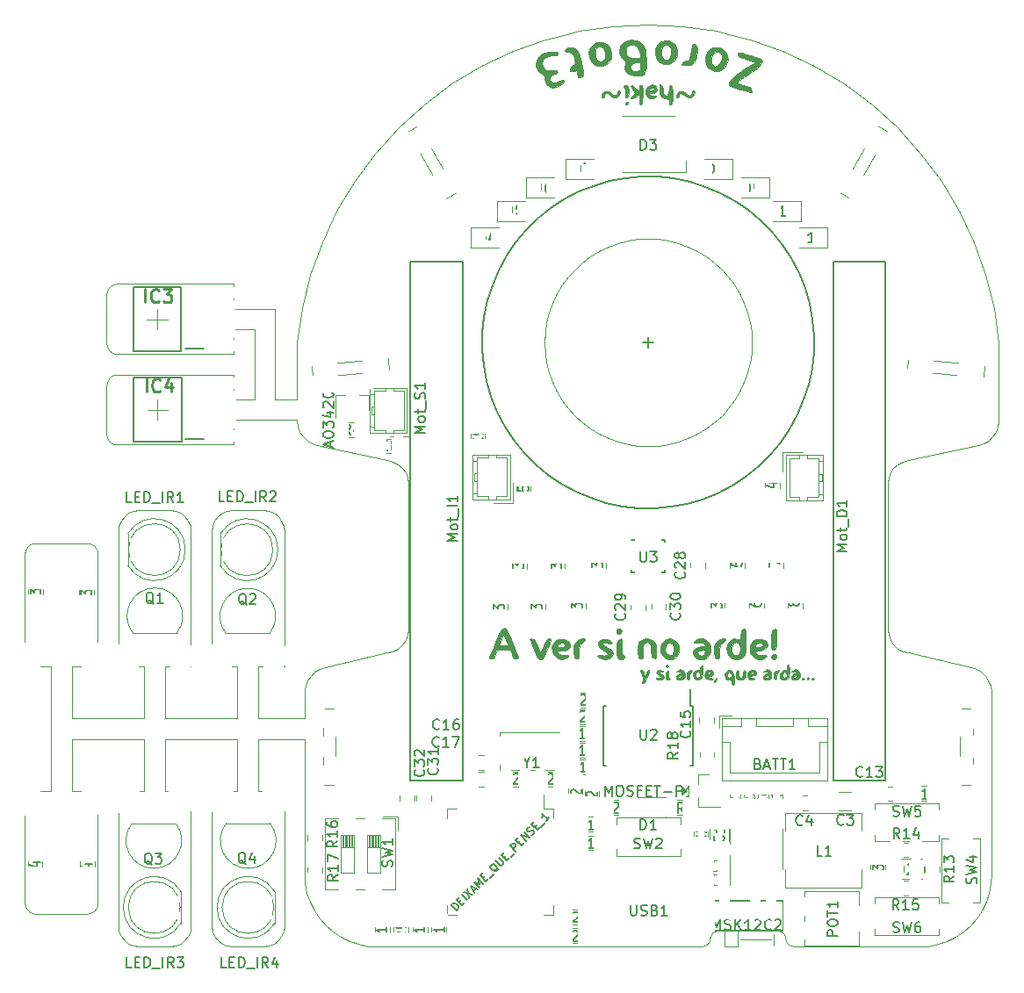
<source format=gto>
G04 #@! TF.GenerationSoftware,KiCad,Pcbnew,(5.1.2)-2*
G04 #@! TF.CreationDate,2020-01-02T13:05:30+01:00*
G04 #@! TF.ProjectId,PCB_ZoroBot_v3,5043425f-5a6f-4726-9f42-6f745f76332e,rev?*
G04 #@! TF.SameCoordinates,PX5b1e540PY8239800*
G04 #@! TF.FileFunction,Legend,Top*
G04 #@! TF.FilePolarity,Positive*
%FSLAX46Y46*%
G04 Gerber Fmt 4.6, Leading zero omitted, Abs format (unit mm)*
G04 Created by KiCad (PCBNEW (5.1.2)-2) date 2020-01-02 13:05:30*
%MOMM*%
%LPD*%
G04 APERTURE LIST*
%ADD10C,0.150000*%
%ADD11C,0.100000*%
%ADD12C,0.200000*%
%ADD13C,0.050000*%
%ADD14C,0.010000*%
%ADD15C,0.120000*%
%ADD16C,0.254000*%
%ADD17C,2.600000*%
%ADD18C,0.700000*%
%ADD19C,1.200000*%
%ADD20C,0.600000*%
%ADD21C,1.800000*%
%ADD22R,1.400000X3.200000*%
%ADD23R,1.100000X1.400000*%
%ADD24C,1.300000*%
%ADD25R,1.200000X1.300000*%
%ADD26C,1.650000*%
%ADD27C,1.375000*%
%ADD28C,1.275000*%
%ADD29R,2.400000X1.500000*%
%ADD30R,2.200000X0.850000*%
%ADD31R,2.400000X3.500000*%
%ADD32C,2.200000*%
%ADD33R,2.200000X2.200000*%
%ADD34R,1.300000X1.200000*%
%ADD35O,1.800000X1.300000*%
%ADD36R,2.400000X1.700000*%
%ADD37R,2.400000X2.400000*%
%ADD38C,2.400000*%
%ADD39R,1.520000X2.840000*%
%ADD40R,2.400000X2.000000*%
%ADD41R,2.000000X2.400000*%
%ADD42C,2.810000*%
%ADD43C,1.000000*%
%ADD44R,0.850000X2.150000*%
%ADD45C,1.050000*%
%ADD46R,0.700000X1.850000*%
%ADD47R,1.000000X1.850000*%
%ADD48R,2.400000X2.800000*%
%ADD49C,2.100000*%
%ADD50O,2.100000X2.350000*%
G04 APERTURE END LIST*
D10*
X63042800Y15031720D02*
X62859920Y15031720D01*
X63550800Y14930120D02*
X63621920Y15179040D01*
X63881000Y15011400D02*
X63550800Y14930120D01*
X63489840Y14711680D02*
X63881000Y15011400D01*
X63489840Y14772640D02*
X63489840Y14711680D01*
X63489840Y15356840D02*
X63489840Y14772640D01*
X63891160Y15031720D02*
X63489840Y15356840D01*
X63042800Y15031720D02*
X63891160Y15031720D01*
D11*
X7939634Y58211342D02*
X7973708Y57952523D01*
X8232527Y57504235D02*
X8439634Y57345316D01*
X8439634Y63823366D02*
X8680815Y63923267D01*
X20197491Y57211151D02*
X20197491Y59584151D01*
X8680815Y57245416D02*
X8939634Y57211342D01*
X7973708Y57952523D02*
X8073608Y57711342D01*
X8073608Y63457341D02*
X8232527Y63664447D01*
X20197491Y57211151D02*
X8940800Y57211151D01*
X8439634Y57345316D02*
X8680815Y57245416D01*
X8680815Y63923267D02*
X8939634Y63957341D01*
X20197491Y61539120D02*
X20197491Y63957150D01*
X8939634Y63957341D02*
X20197491Y63957150D01*
X7939634Y58211342D02*
X7939634Y62957341D01*
X7973708Y63216160D02*
X8073608Y63457341D01*
X7939634Y62957341D02*
X7973708Y63216160D01*
X8232527Y63664447D02*
X8439634Y63823366D01*
X8073608Y57711342D02*
X8232527Y57504235D01*
X8939634Y55199421D02*
X20197491Y55199230D01*
X8439634Y48587396D02*
X8680815Y48487496D01*
X20197491Y52842160D02*
X20197491Y55199230D01*
X8232527Y54906527D02*
X8439634Y55065446D01*
X8439634Y55065446D02*
X8680815Y55165347D01*
X7973708Y54458240D02*
X8073608Y54699421D01*
X20197491Y48453231D02*
X20197491Y50826231D01*
X8680815Y55165347D02*
X8939634Y55199421D01*
X20197491Y48453231D02*
X8940800Y48453231D01*
X8073608Y54699421D02*
X8232527Y54906527D01*
X7973708Y49194603D02*
X8073608Y48953422D01*
X7939634Y54199421D02*
X7973708Y54458240D01*
X8232527Y48746315D02*
X8439634Y48587396D01*
X8073608Y48953422D02*
X8232527Y48746315D01*
X7939634Y49453422D02*
X7939634Y54199421D01*
X8680815Y48487496D02*
X8939634Y48453422D01*
X7939634Y49453422D02*
X7973708Y49194603D01*
X24197920Y52848520D02*
X26271619Y52848520D01*
X24197920Y61539120D02*
X24197920Y52848520D01*
X20197491Y61539120D02*
X24197920Y61539120D01*
X22201480Y59584600D02*
X20197491Y59584151D01*
X22201480Y52838360D02*
X22201480Y59584600D01*
X20197491Y52842160D02*
X22201480Y52838360D01*
X20197491Y50826231D02*
X26270560Y50826680D01*
X12839946Y60548521D02*
X12839946Y59548522D01*
X12839946Y61548521D02*
X12839946Y60548521D01*
X12839946Y60548521D02*
X11839946Y60548521D01*
X13839946Y60548521D02*
X12839946Y60548521D01*
X12845026Y51826161D02*
X12845026Y50826162D01*
X12845026Y52826161D02*
X12845026Y51826161D01*
X12845026Y51826161D02*
X11845026Y51826161D01*
X13845026Y51826161D02*
X12845026Y51826161D01*
X74128427Y42714D02*
X86243804Y42069D01*
X65377213Y42714D02*
G75*
G03X66154453Y851031I0J777837D01*
G01*
X66844520Y1545600D02*
G75*
G03X66154453Y850434I0J-690086D01*
G01*
X74128427Y42714D02*
G75*
G02X73438360Y737880I0J690086D01*
G01*
X72661120Y1545600D02*
G75*
G02X73438360Y737283I0J-777837D01*
G01*
X66844520Y1545600D02*
X72661120Y1545600D01*
D12*
X60147964Y58305933D02*
X60147964Y58805933D01*
X60147964Y58305933D02*
X60647964Y58305933D01*
X60147964Y58305933D02*
X60147964Y57805933D01*
X59647964Y58305933D02*
X60147964Y58305933D01*
X37241714Y66082278D02*
X42248576Y66082278D01*
X37241714Y16082278D02*
X37241714Y66082278D01*
X42248576Y16082278D02*
X42248576Y66082278D01*
X37241714Y16082278D02*
X42248576Y16082278D01*
X82995708Y66082278D02*
X77988847Y66082278D01*
X82995708Y16082278D02*
X82995708Y66082278D01*
X82995708Y16082278D02*
X77988847Y16082278D01*
X77988847Y16082278D02*
X77988847Y66082278D01*
X48191010Y47673576D02*
X47206418Y48896686D01*
X48394010Y69162504D02*
X49514724Y70262241D01*
X65394891Y43191102D02*
X63888098Y42749520D01*
X46346452Y50210413D02*
X45619395Y51602106D01*
X75995494Y60504130D02*
X76134630Y58940141D01*
X70779675Y46349863D02*
X69556566Y45365271D01*
X75262150Y63553744D02*
X75703731Y62046950D01*
X45748637Y65283258D02*
X46501856Y66660967D01*
X59513110Y74293483D02*
X61083206Y74278650D01*
X68242839Y44505305D02*
X66851146Y43778248D01*
X44298904Y56107974D02*
X44159769Y57671963D01*
X44159769Y57671963D02*
X44165759Y58306052D01*
X56113079Y42822969D02*
X54614897Y43292937D01*
X76134630Y58940141D02*
X76128640Y58306052D01*
X76128640Y58306052D02*
X76119798Y57370046D01*
X73792543Y49951138D02*
X72907912Y48653891D01*
X75160315Y52773749D02*
X74545762Y51328846D01*
X64181320Y73789136D02*
X65679502Y73319167D01*
X69556566Y45365271D02*
X68242839Y44505305D01*
X72907912Y48653891D02*
X71900389Y47449600D01*
X51792285Y44660709D02*
X50495038Y45545340D01*
X60781288Y42318622D02*
X59211193Y42333454D01*
X62345277Y42457757D02*
X60781288Y42318622D01*
X74675004Y65009999D02*
X75262150Y63553744D01*
X50495038Y45545340D02*
X49290748Y46552863D01*
X44664116Y62340173D02*
X45134084Y63838355D01*
X57650112Y42502111D02*
X56113079Y42822969D01*
X66851146Y43778248D02*
X65394891Y43191102D01*
X59211193Y42333454D02*
X57650112Y42502111D01*
X73947947Y66401691D02*
X74675004Y65009999D01*
X46501856Y66660967D02*
X47386487Y67958213D01*
X65679502Y73319167D02*
X67124405Y72704615D01*
X56406301Y73862584D02*
X57949122Y74154347D01*
X60147199Y58306052D02*
X60147199Y57806052D01*
X71900389Y47449600D02*
X70779675Y46349863D01*
X57949122Y74154347D02*
X59513110Y74293483D01*
X63888098Y42749520D02*
X62345277Y42457757D01*
X72103388Y68938528D02*
X73087981Y67715418D01*
X45619395Y51602106D02*
X45032249Y53058361D01*
X44590668Y54565154D02*
X44298904Y56107974D01*
X47206418Y48896686D02*
X46346452Y50210413D01*
X49514724Y70262241D02*
X50737833Y71246834D01*
X47386487Y67958213D02*
X48394010Y69162504D01*
X74545762Y51328846D02*
X73792543Y49951138D01*
X54614897Y43292937D02*
X53169993Y43907490D01*
X53169993Y43907490D02*
X51792285Y44660709D01*
X75703731Y62046950D02*
X75995494Y60504130D01*
X67124405Y72704615D02*
X68502114Y71951396D01*
X76119798Y57370046D02*
X75951140Y55808964D01*
X75630283Y54271931D02*
X75160315Y52773749D01*
X75951140Y55808964D02*
X75630283Y54271931D01*
X45134084Y63838355D02*
X45748637Y65283258D01*
X69799360Y71066765D02*
X71003651Y70059241D01*
X50737833Y71246834D02*
X52051560Y72106800D01*
X44165759Y58306052D02*
X44174601Y59242059D01*
X61083206Y74278650D02*
X62644287Y74109993D01*
X59647199Y58306052D02*
X60147199Y58306052D01*
X62644287Y74109993D02*
X64181320Y73789136D01*
X45032249Y53058361D02*
X44590668Y54565154D01*
X44343258Y60803140D02*
X44664116Y62340173D01*
X60147199Y58306052D02*
X60647199Y58306052D01*
X60147199Y58306052D02*
X60147199Y58806052D01*
X49290748Y46552863D02*
X48191010Y47673576D01*
X73087981Y67715418D02*
X73947947Y66401691D01*
X71003651Y70059241D02*
X72103388Y68938528D01*
X68502114Y71951396D02*
X69799360Y71066765D01*
X53443253Y72833857D02*
X54899508Y73421003D01*
X54899508Y73421003D02*
X56406301Y73862584D01*
X44174601Y59242059D02*
X44343258Y60803140D01*
X52051560Y72106800D02*
X53443253Y72833857D01*
D13*
X39750962Y58136744D02*
X39750962Y58636744D01*
X39750962Y45587623D02*
X39750962Y46087623D01*
X39750962Y32559667D02*
X39750962Y32059667D01*
X39750962Y45587623D02*
X39750962Y45087623D01*
X39250962Y45587623D02*
X39750962Y45587623D01*
X39250962Y58136744D02*
X39750962Y58136744D01*
X39250962Y32559667D02*
X39750962Y32559667D01*
X39750962Y32559667D02*
X39750962Y33059667D01*
X39750962Y58136744D02*
X40250962Y58136744D01*
X39750962Y58136744D02*
X39750962Y57636744D01*
X39750962Y32559667D02*
X40250962Y32559667D01*
X39750962Y45587623D02*
X40250962Y45587623D01*
X79998094Y58136744D02*
X80498094Y58136744D01*
X80498094Y58136744D02*
X80498094Y57636744D01*
X80498094Y32559667D02*
X80998094Y32559667D01*
X80498094Y45587623D02*
X80998094Y45587623D01*
X80498094Y32559667D02*
X80498094Y33059667D01*
X79998094Y45587623D02*
X80498094Y45587623D01*
X80498094Y45587623D02*
X80498094Y45087623D01*
X80498094Y32559667D02*
X80498094Y32059667D01*
X80498094Y58136744D02*
X80498094Y58636744D01*
X80498094Y58136744D02*
X80998094Y58136744D01*
X80498094Y45587623D02*
X80498094Y46087623D01*
X79998094Y32559667D02*
X80498094Y32559667D01*
D11*
X47104039Y86398699D02*
X50246806Y87523229D01*
X28696617Y67990562D02*
X30123667Y71008024D01*
X26761273Y61609862D02*
X27572210Y64847751D01*
X35023592Y46955620D02*
X28238578Y48384172D01*
X41223647Y83255472D02*
X44086633Y84971532D01*
X79016963Y83255472D02*
X81697955Y81267048D01*
X28450330Y2780739D02*
X29054056Y2092322D01*
X35023592Y28417208D02*
X35548893Y28547275D01*
X92668401Y64847751D02*
X93479337Y61609862D01*
X33090120Y101955D02*
X34003804Y42069D01*
X69392464Y54482721D02*
X68973024Y53595521D01*
X31325020Y574913D02*
X32192070Y280589D01*
X81697955Y81267048D02*
X84171132Y79025409D01*
X29054056Y2092322D02*
X29742474Y1488596D01*
X93182070Y6128469D02*
X93241684Y7042069D01*
X93241684Y7042069D02*
X93236807Y24647108D01*
X92944961Y25691034D02*
X93146748Y25184689D01*
X92980112Y48851377D02*
X93373151Y49229020D01*
X84171132Y79025409D02*
X86412675Y76552145D01*
X91796348Y2780891D02*
X92304852Y3542233D01*
X92247412Y26520722D02*
X92640586Y26143206D01*
X44086633Y84971532D02*
X47104039Y86398699D01*
X89743356Y979961D02*
X90504544Y1488696D01*
X38542655Y81267048D02*
X41223647Y83255472D01*
X27941626Y3542069D02*
X28450330Y2780739D01*
X92709610Y4363445D02*
X93003694Y5230471D01*
X88055330Y280608D02*
X88922266Y574954D01*
X27536647Y4363285D02*
X27941626Y3542069D01*
X24795741Y41122069D02*
X24477903Y41536283D01*
X27682547Y56141842D02*
X27787134Y54946409D01*
X15995541Y40639707D02*
X15795741Y41122069D01*
X26271619Y58308076D02*
X26761273Y61609862D01*
X84691694Y46825440D02*
X85217018Y46955620D01*
X92565061Y56141843D02*
X91867725Y56202852D01*
X91440536Y15631313D02*
X91440536Y23031313D01*
X30008164Y15631313D02*
X30008164Y23031313D01*
X35158975Y55591361D02*
X35054388Y56786795D01*
X83301945Y78614472D02*
X82262714Y79214472D01*
X7063690Y37948766D02*
X7063690Y27082069D01*
X93146748Y25184689D02*
X93236807Y24647108D01*
X91440536Y23031313D02*
X90239438Y23031313D01*
X197665Y38448766D02*
X97765Y38207585D01*
X22563690Y27082069D02*
X22563690Y22082069D01*
X82262714Y79214472D02*
X81912714Y78608254D01*
X78912714Y73412102D02*
X78562714Y72805884D01*
X36027851Y28799182D02*
X35548893Y28547275D01*
X83807913Y46214220D02*
X84212731Y46573434D01*
X90504544Y1488696D02*
X91192802Y2092450D01*
X67854446Y88059125D02*
X69993805Y87523229D01*
X9063690Y40122069D02*
X9063690Y27082069D01*
X56786430Y88824075D02*
X60120305Y88987861D01*
X31368468Y56464319D02*
X28379883Y56202851D01*
X66755946Y88334292D02*
X67854446Y88059125D01*
X23581328Y42053921D02*
X23063690Y42122069D01*
X30008164Y23031313D02*
X28807066Y23031313D01*
X36931632Y45262525D02*
X36739888Y45768635D01*
X88879141Y56464319D02*
X85890557Y56725787D01*
X30123667Y71008024D02*
X31839616Y73871076D01*
X53484664Y88334292D02*
X56786430Y88824075D01*
X36996807Y30647108D02*
X36996807Y44725250D01*
X28807066Y15631313D02*
X30008164Y15631313D01*
X35054388Y56786795D02*
X34357052Y56725786D01*
X30503804Y979892D02*
X31325020Y574913D01*
X92304852Y3542233D02*
X92709610Y4363445D01*
X69722924Y55406762D02*
X69392464Y54482721D01*
X24477903Y41536283D02*
X24063690Y41854120D01*
X91543993Y67990562D02*
X92668401Y64847751D01*
X91867725Y56202852D02*
X88879141Y56464319D01*
X563691Y38814792D02*
X356584Y38655873D01*
X80412714Y76010178D02*
X78912714Y73412102D01*
X85193220Y56786796D02*
X85088633Y55591362D01*
X90239438Y23031313D02*
X90239438Y15631313D01*
X36432675Y29158314D02*
X36027851Y28799182D01*
X85217018Y28417208D02*
X84691717Y28547275D01*
X93479337Y61609862D02*
X93968992Y58308076D01*
X78562714Y72805884D02*
X79601945Y72205884D01*
X90116943Y71008024D02*
X91543993Y67990562D01*
X6563690Y38814792D02*
X6770796Y38655873D01*
X28238578Y48384172D02*
X27724542Y48565445D01*
X9063690Y27082069D02*
X11563690Y27082069D01*
X34003804Y42069D02*
X65377213Y42714D01*
X13563690Y22082069D02*
X20563690Y22082069D01*
X356584Y38655873D02*
X197665Y38448766D01*
X63454180Y88824075D02*
X66755946Y88334292D01*
X25063690Y40122069D02*
X24995541Y40639707D01*
X92460474Y54946409D02*
X92565061Y56141843D01*
X34357052Y56725786D02*
X31368468Y56464319D01*
X91192802Y2092450D02*
X91796348Y2780891D01*
X27295649Y25691034D02*
X27093862Y25184689D01*
X10063690Y41854120D02*
X9649476Y41536283D01*
X4563690Y22082069D02*
X11563690Y22082069D01*
X27572210Y64847751D02*
X28696617Y67990562D01*
X76153978Y84971532D02*
X79016963Y83255472D01*
X28971485Y26987532D02*
X35023592Y28417208D01*
X90239438Y15631313D02*
X91440536Y15631313D01*
X85890557Y56725787D02*
X85193220Y56786796D01*
X28379883Y56202851D02*
X27682547Y56141842D01*
X36069479Y79025409D02*
X38542655Y81267048D01*
X85088633Y55591362D02*
X92460474Y54946409D01*
X60120305Y88987861D02*
X63454180Y88824075D01*
X86412675Y76552145D02*
X88400995Y73871076D01*
X81912714Y78608254D02*
X80412714Y76010178D01*
X22563690Y22082069D02*
X27003804Y22082069D01*
X804872Y38914692D02*
X563691Y38814792D01*
X86243804Y42069D02*
X87157386Y101960D01*
X27787134Y54946409D02*
X35158975Y55591361D01*
X1063691Y38948766D02*
X6063690Y38948766D01*
X27063690Y6128386D02*
X27242323Y5230336D01*
X24995541Y40639707D02*
X24795741Y41122069D01*
X2563691Y15082069D02*
X63691Y15082069D01*
X27003804Y7042069D02*
X27063690Y6128386D01*
X18063690Y27082069D02*
X20563690Y27082069D01*
X25063690Y27082069D02*
X25063690Y40122069D01*
X18131838Y40639707D02*
X18063690Y40122069D01*
X6063690Y38948766D02*
X6322509Y38914692D01*
X63691Y27082069D02*
X63691Y37948766D01*
X7029616Y3956553D02*
X7063690Y4215372D01*
X6063690Y3215372D02*
X1063691Y3215372D01*
X15063690Y41854120D02*
X14581328Y42053921D01*
X6563690Y3349347D02*
X6770796Y3508266D01*
X563691Y3349347D02*
X356584Y3508266D01*
X13563690Y27082069D02*
X16063690Y27082069D01*
X6063690Y3215372D02*
X6322509Y3249447D01*
X9649476Y41536283D02*
X9331639Y41122069D01*
X4563690Y27082069D02*
X7063690Y27082069D01*
X9063690Y15082069D02*
X9063690Y2042069D01*
X19063690Y41854120D02*
X18649476Y41536283D01*
X11563690Y15082069D02*
X9063690Y15082069D01*
X7063690Y15082069D02*
X4563690Y15082069D01*
X356584Y3508266D02*
X197665Y3715372D01*
X7029616Y38207585D02*
X7063690Y37948766D01*
X14063690Y42122069D02*
X11063690Y42122069D01*
X6322509Y38914692D02*
X6563690Y38814792D01*
X18063690Y40122069D02*
X18063690Y27082069D01*
X15795741Y41122069D02*
X15477903Y41536283D01*
X11563690Y22082069D02*
X11563690Y27082069D01*
X9331639Y41122069D02*
X9131838Y40639707D01*
X6322509Y3249447D02*
X6563690Y3349347D01*
X15477903Y41536283D02*
X15063690Y41854120D01*
X18331639Y41122069D02*
X18131838Y40639707D01*
X11063690Y42122069D02*
X10546052Y42053921D01*
X63691Y27082069D02*
X2563691Y27082069D01*
X197665Y3715372D02*
X97765Y3956553D01*
X4563690Y22082069D02*
X4563690Y27082069D01*
X2563691Y27082069D02*
X2563691Y15082069D01*
X6929715Y38448766D02*
X7029616Y38207585D01*
X97765Y3956553D02*
X63691Y4215372D01*
X22563690Y27082069D02*
X25063690Y27082069D01*
X14581328Y42053921D02*
X14063690Y42122069D01*
X19546052Y42053921D02*
X19063690Y41854120D01*
X6770796Y38655873D02*
X6929715Y38448766D01*
X16063690Y40122069D02*
X15995541Y40639707D01*
X13563690Y27082069D02*
X13563690Y22082069D01*
X9131838Y40639707D02*
X9063690Y40122069D01*
X11563690Y20082069D02*
X4563690Y20082069D01*
X1063691Y38948766D02*
X804872Y38914692D01*
X63691Y4215372D02*
X63691Y15082069D01*
X9331639Y1042069D02*
X9649476Y627856D01*
X23063690Y42122069D02*
X20063690Y42122069D01*
X97765Y38207585D02*
X63691Y37948766D01*
X25063690Y15082069D02*
X22563690Y15082069D01*
X11063690Y42069D02*
X14063690Y42069D01*
X10063690Y310019D02*
X10546052Y110218D01*
X9649476Y627856D02*
X10063690Y310019D01*
X18331639Y1042069D02*
X18649476Y627856D01*
X7063690Y15082069D02*
X7063690Y4215372D01*
X6929715Y3715372D02*
X7029616Y3956553D01*
X6770796Y3508266D02*
X6929715Y3715372D01*
X16063690Y27082069D02*
X16063690Y40122069D01*
X10546052Y42053921D02*
X10063690Y41854120D01*
X804872Y3249447D02*
X563691Y3349347D01*
X20063690Y42122069D02*
X19546052Y42053921D01*
X4563690Y15082069D02*
X4563690Y20082069D01*
X9131838Y1524431D02*
X9331639Y1042069D01*
X1063691Y3215372D02*
X804872Y3249447D01*
X27003804Y20082069D02*
X22563690Y20082069D01*
X18649476Y41536283D02*
X18331639Y41122069D01*
X20563690Y22082069D02*
X20563690Y27082069D01*
X11563690Y15082069D02*
X11563690Y20082069D01*
X24063690Y41854120D02*
X23581328Y42053921D01*
X18063690Y15082069D02*
X18063690Y2042069D01*
X16063690Y2042069D02*
X16063690Y15082069D01*
X10546052Y110218D02*
X11063690Y42069D01*
X23581328Y110218D02*
X24063690Y310019D01*
X14581328Y110218D02*
X15063690Y310019D01*
X20063690Y42069D02*
X23063690Y42069D01*
X14063690Y42069D02*
X14581328Y110218D01*
X22563690Y20082069D02*
X22563690Y15082069D01*
X24477903Y627856D02*
X24795741Y1042069D01*
X18063690Y2042069D02*
X18131838Y1524431D01*
X20563690Y15082069D02*
X18063690Y15082069D01*
X18649476Y627856D02*
X19063690Y310019D01*
X19546052Y110218D02*
X20063690Y42069D01*
X23063690Y42069D02*
X23581328Y110218D01*
X25063690Y2042069D02*
X25063690Y15082069D01*
X20563690Y15082069D02*
X20563690Y20082069D01*
X15477903Y627856D02*
X15795741Y1042069D01*
X15795741Y1042069D02*
X15995541Y1524431D01*
X9063690Y2042069D02*
X9131838Y1524431D01*
X27003804Y20082069D02*
X27003804Y7042069D01*
X18131838Y1524431D02*
X18331639Y1042069D01*
X16063690Y15082069D02*
X13563690Y15082069D01*
X24995541Y1524431D02*
X25063690Y2042069D01*
X15063690Y310019D02*
X15477903Y627856D01*
X28807066Y23031313D02*
X28807066Y15631313D01*
X24063690Y310019D02*
X24477903Y627856D01*
X19063690Y310019D02*
X19546052Y110218D01*
X15995541Y1524431D02*
X16063690Y2042069D01*
X24795741Y1042069D02*
X24995541Y1524431D01*
X13563690Y20082069D02*
X13563690Y15082069D01*
X20563690Y20082069D02*
X13563690Y20082069D01*
X50201366Y57326311D02*
X50153056Y58306475D01*
X56324742Y67546259D02*
X57248677Y67877015D01*
X41684894Y72805883D02*
X41334894Y73412101D01*
X54598686Y49992490D02*
X53810361Y50576956D01*
X39834894Y76010177D02*
X38334894Y78608254D01*
X63981370Y49069894D02*
X63057435Y48739138D01*
X50583188Y61209390D02*
X50913648Y62133431D01*
X50344891Y60257409D02*
X50583188Y61209390D01*
X51333089Y63020631D02*
X51837471Y63862447D01*
X53080856Y65378012D02*
X53807886Y66037165D01*
X58200582Y68115616D02*
X59171291Y68259766D01*
X59174479Y48356072D02*
X58203724Y48499911D01*
X62105530Y48500536D02*
X61134821Y48356386D01*
X55437677Y67126534D02*
X56324742Y67546259D01*
X37984894Y79214471D02*
X36945663Y78614471D01*
X57251742Y48738208D02*
X56327702Y49068668D01*
X65710090Y49994270D02*
X64868436Y49489619D01*
X53810361Y50576956D02*
X53083121Y51235876D01*
X58203724Y48499911D02*
X57251742Y48738208D01*
X51839250Y52751042D02*
X51334599Y53592697D01*
X55440501Y49488109D02*
X54598686Y49992490D01*
X64865611Y67128044D02*
X65707427Y66623662D01*
X67225256Y51238141D02*
X66498227Y50578988D01*
X79601945Y72205884D02*
X83301945Y78614472D01*
X40645663Y72205883D02*
X41684894Y72805883D01*
X66498227Y50578988D02*
X65710090Y49994270D01*
X36945663Y78614471D02*
X40645663Y72205883D01*
X59171291Y68259766D02*
X59730775Y68287342D01*
X38334894Y78608254D02*
X37984894Y79214471D01*
X57248677Y67877015D02*
X58200582Y68115616D01*
X56327702Y49068668D02*
X55440501Y49488109D01*
X67222992Y65380276D02*
X67882145Y64653247D01*
X64868436Y49489619D02*
X63981370Y49069894D01*
X50584118Y55403697D02*
X50345516Y56355602D01*
X50914874Y54479762D02*
X50584118Y55403697D01*
X50153056Y58306475D02*
X50201052Y59286654D01*
X93003694Y5230471D02*
X93182070Y6128469D01*
X69993805Y87523229D02*
X73136571Y86398699D01*
X73136571Y86398699D02*
X76153978Y84971532D01*
X50201052Y59286654D02*
X50344891Y60257409D01*
X83243804Y30647108D02*
X83243804Y44725250D01*
X27993199Y26520722D02*
X27600024Y26143206D01*
X50246806Y87523229D02*
X52386164Y88059125D01*
X36931628Y30109884D02*
X36996807Y30647108D01*
X33827936Y76552145D02*
X36069479Y79025409D01*
X83500723Y45768635D02*
X83807913Y46214220D01*
X29742474Y1488596D02*
X30503804Y979892D01*
X32192070Y280589D02*
X33090120Y101955D01*
X83308979Y45262525D02*
X83500723Y45768635D01*
X27242323Y5230336D02*
X27536647Y4363285D01*
X83243804Y44725250D02*
X83308979Y45262525D01*
X35548917Y46825440D02*
X35023592Y46955620D01*
X83807935Y29158314D02*
X84212760Y28799182D01*
X63054371Y67877944D02*
X63978411Y67547484D01*
X27026388Y24781919D02*
X27003804Y24647108D01*
X67882145Y64653247D02*
X68466863Y63865110D01*
X88922266Y574954D02*
X89743356Y979961D01*
X28457361Y26806478D02*
X27993199Y26520722D01*
X52386164Y88059125D02*
X53484664Y88334292D01*
X67884177Y51965381D02*
X67225256Y51238141D01*
X53083121Y51235876D02*
X52423968Y51962906D01*
X88400995Y73871076D02*
X90116943Y71008024D01*
X93373151Y49229020D02*
X93677386Y49681274D01*
X61131634Y68260080D02*
X62102389Y68116241D01*
X60575338Y48328811D02*
X60154658Y48308076D01*
X27260498Y48851377D02*
X26867460Y49229020D01*
X36739876Y29603831D02*
X36432675Y29158314D01*
X65707427Y66623662D02*
X66495751Y66039197D01*
X51837471Y63862447D02*
X52421936Y64650771D01*
X92516069Y48565445D02*
X92980112Y48851377D01*
X68468642Y52753706D02*
X67884177Y51965381D01*
X36931628Y30109884D02*
X36739876Y29603831D01*
X36996807Y44725250D02*
X36931632Y45262525D01*
X26361566Y50187661D02*
X26270560Y50826680D01*
X27600024Y26143206D02*
X27295649Y25691034D01*
X70153056Y58309678D02*
X70105060Y57329499D01*
X83500735Y29603831D02*
X83807935Y29158314D01*
X31839616Y73871076D02*
X33827936Y76552145D01*
X69391239Y62136390D02*
X69721995Y61212455D01*
X28971485Y26987532D02*
X28457361Y26806478D01*
X63978411Y67547484D02*
X64865611Y67128044D01*
X59730775Y68287342D02*
X60151455Y68308076D01*
X54596022Y66621883D02*
X55437677Y67126534D01*
X87157386Y101960D02*
X88055330Y280608D01*
X70104746Y59289841D02*
X70153056Y58309678D01*
X62102389Y68116241D02*
X63054371Y67877944D01*
X70105060Y57329499D02*
X69961221Y56358744D01*
X91269125Y26987532D02*
X85217018Y28417208D01*
X92640586Y26143206D02*
X92944961Y25691034D01*
X83308982Y30109884D02*
X83500735Y29603831D01*
X66495751Y66039197D02*
X67222992Y65380276D01*
X69960597Y60260550D02*
X70104746Y59289841D01*
X92002033Y48384172D02*
X92516069Y48565445D01*
X93968992Y50725250D02*
X93968992Y58308076D01*
X26563224Y49681274D02*
X26361566Y50187661D01*
X41334894Y73412101D02*
X39834894Y76010177D01*
X61134821Y48356386D02*
X60575338Y48328811D01*
X69961221Y56358744D02*
X69722924Y55406762D01*
X68973024Y53595521D02*
X68468642Y52753706D01*
X84212760Y28799182D02*
X84691717Y28547275D01*
X52423968Y51962906D02*
X51839250Y52751042D01*
X68466863Y63865110D02*
X68971514Y63023456D01*
X63057435Y48739138D02*
X62105530Y48500536D01*
X60154658Y48308076D02*
X59174479Y48356072D01*
X53807886Y66037165D02*
X54596022Y66621883D01*
X83243804Y30647108D02*
X83308982Y30109884D01*
X85217018Y46955620D02*
X92002033Y48384172D01*
X36739888Y45768635D02*
X36432697Y46214220D01*
X91269125Y26987532D02*
X91783249Y26806478D01*
X52421936Y64650771D02*
X53080856Y65378012D01*
X60151455Y68308076D02*
X61131634Y68260080D01*
X27724542Y48565445D02*
X27260498Y48851377D01*
X26271619Y52848520D02*
X26271619Y58308076D01*
X68971514Y63023456D02*
X69391239Y62136390D01*
X91783249Y26806478D02*
X92247412Y26520722D01*
X93879044Y50187661D02*
X93968992Y50725250D01*
X84212731Y46573434D02*
X84691694Y46825440D01*
X93677386Y49681274D02*
X93879044Y50187661D01*
X27093862Y25184689D02*
X27026388Y24781919D01*
X69721995Y61212455D02*
X69960597Y60260550D01*
X51334599Y53592697D02*
X50914874Y54479762D01*
X36432697Y46214220D02*
X36027879Y46573434D01*
X36027879Y46573434D02*
X35548917Y46825440D01*
X50345516Y56355602D02*
X50201366Y57326311D01*
X50913648Y62133431D02*
X51333089Y63020631D01*
X27003804Y24647108D02*
X27003804Y22082069D01*
X26867460Y49229020D02*
X26563224Y49681274D01*
D14*
G36*
X57944360Y81280272D02*
G01*
X57940506Y81356804D01*
X58018837Y81497929D01*
X58139083Y81534225D01*
X58219118Y81474122D01*
X58233043Y81328775D01*
X58121862Y81228946D01*
X58041342Y81215653D01*
X57944360Y81280272D01*
X57944360Y81280272D01*
G37*
X57944360Y81280272D02*
X57940506Y81356804D01*
X58018837Y81497929D01*
X58139083Y81534225D01*
X58219118Y81474122D01*
X58233043Y81328775D01*
X58121862Y81228946D01*
X58041342Y81215653D01*
X57944360Y81280272D01*
G36*
X55662031Y81955850D02*
G01*
X55651228Y82114406D01*
X55733697Y82323608D01*
X55771348Y82382148D01*
X55970892Y82539790D01*
X56221367Y82559160D01*
X56478122Y82441759D01*
X56574188Y82355132D01*
X56783168Y82200860D01*
X56975033Y82172292D01*
X57110681Y82267746D01*
X57148269Y82379820D01*
X57211188Y82510212D01*
X57315320Y82572943D01*
X57400514Y82545617D01*
X57417547Y82480087D01*
X57369021Y82307873D01*
X57257717Y82103915D01*
X57135050Y81961505D01*
X57129706Y81957783D01*
X56897048Y81897352D01*
X56629518Y81998742D01*
X56430214Y82160233D01*
X56247934Y82320329D01*
X56128942Y82368417D01*
X56027777Y82322288D01*
X56024016Y82319199D01*
X55913408Y82152483D01*
X55893547Y82051953D01*
X55837709Y81920471D01*
X55766547Y81892987D01*
X55662031Y81955850D01*
X55662031Y81955850D01*
G37*
X55662031Y81955850D02*
X55651228Y82114406D01*
X55733697Y82323608D01*
X55771348Y82382148D01*
X55970892Y82539790D01*
X56221367Y82559160D01*
X56478122Y82441759D01*
X56574188Y82355132D01*
X56783168Y82200860D01*
X56975033Y82172292D01*
X57110681Y82267746D01*
X57148269Y82379820D01*
X57211188Y82510212D01*
X57315320Y82572943D01*
X57400514Y82545617D01*
X57417547Y82480087D01*
X57369021Y82307873D01*
X57257717Y82103915D01*
X57135050Y81961505D01*
X57129706Y81957783D01*
X56897048Y81897352D01*
X56629518Y81998742D01*
X56430214Y82160233D01*
X56247934Y82320329D01*
X56128942Y82368417D01*
X56027777Y82322288D01*
X56024016Y82319199D01*
X55913408Y82152483D01*
X55893547Y82051953D01*
X55837709Y81920471D01*
X55766547Y81892987D01*
X55662031Y81955850D01*
G36*
X62863110Y81929793D02*
G01*
X62862936Y82067509D01*
X62876175Y82125346D01*
X63005534Y82419122D01*
X63201406Y82559868D01*
X63453800Y82545622D01*
X63752726Y82374421D01*
X63827454Y82312247D01*
X64025816Y82157096D01*
X64155156Y82114235D01*
X64240798Y82153281D01*
X64344209Y82318819D01*
X64360214Y82411353D01*
X64416052Y82542835D01*
X64487214Y82570320D01*
X64594067Y82500911D01*
X64614214Y82419825D01*
X64548278Y82184932D01*
X64385698Y81990137D01*
X64179316Y81894987D01*
X64146692Y81892987D01*
X63961165Y81947324D01*
X63732812Y82084234D01*
X63642559Y82156578D01*
X63445537Y82313129D01*
X63318252Y82360737D01*
X63216631Y82315836D01*
X63216279Y82315544D01*
X63108126Y82148241D01*
X63090214Y82051953D01*
X63030284Y81919206D01*
X62954035Y81892987D01*
X62863110Y81929793D01*
X62863110Y81929793D01*
G37*
X62863110Y81929793D02*
X62862936Y82067509D01*
X62876175Y82125346D01*
X63005534Y82419122D01*
X63201406Y82559868D01*
X63453800Y82545622D01*
X63752726Y82374421D01*
X63827454Y82312247D01*
X64025816Y82157096D01*
X64155156Y82114235D01*
X64240798Y82153281D01*
X64344209Y82318819D01*
X64360214Y82411353D01*
X64416052Y82542835D01*
X64487214Y82570320D01*
X64594067Y82500911D01*
X64614214Y82419825D01*
X64548278Y82184932D01*
X64385698Y81990137D01*
X64179316Y81894987D01*
X64146692Y81892987D01*
X63961165Y81947324D01*
X63732812Y82084234D01*
X63642559Y82156578D01*
X63445537Y82313129D01*
X63318252Y82360737D01*
X63216631Y82315836D01*
X63216279Y82315544D01*
X63108126Y82148241D01*
X63090214Y82051953D01*
X63030284Y81919206D01*
X62954035Y81892987D01*
X62863110Y81929793D01*
G36*
X57973449Y81941667D02*
G01*
X57936211Y82105571D01*
X57925547Y82400987D01*
X57912694Y82671576D01*
X57879117Y82855027D01*
X57840880Y82908987D01*
X57765766Y82977563D01*
X57756214Y83035987D01*
X57820219Y83137247D01*
X57967079Y83156833D01*
X58129060Y83090511D01*
X58162614Y83061387D01*
X58220987Y82919075D01*
X58255668Y82674042D01*
X58263483Y82391652D01*
X58241260Y82137269D01*
X58212822Y82026911D01*
X58107618Y81910127D01*
X58043489Y81892987D01*
X57973449Y81941667D01*
X57973449Y81941667D01*
G37*
X57973449Y81941667D02*
X57936211Y82105571D01*
X57925547Y82400987D01*
X57912694Y82671576D01*
X57879117Y82855027D01*
X57840880Y82908987D01*
X57765766Y82977563D01*
X57756214Y83035987D01*
X57820219Y83137247D01*
X57967079Y83156833D01*
X58129060Y83090511D01*
X58162614Y83061387D01*
X58220987Y82919075D01*
X58255668Y82674042D01*
X58263483Y82391652D01*
X58241260Y82137269D01*
X58212822Y82026911D01*
X58107618Y81910127D01*
X58043489Y81892987D01*
X57973449Y81941667D01*
G36*
X59346771Y81237415D02*
G01*
X59301782Y81317600D01*
X59283122Y81506925D01*
X59280214Y81732204D01*
X59280214Y82261170D01*
X59089714Y82086810D01*
X58869963Y81928506D01*
X58660660Y81846438D01*
X58510443Y81856648D01*
X58480308Y81885823D01*
X58505450Y81985300D01*
X58638526Y82108036D01*
X58642516Y82110671D01*
X58799594Y82236201D01*
X58841746Y82361622D01*
X58768452Y82531562D01*
X58635442Y82717657D01*
X58501110Y82920096D01*
X58477307Y83046227D01*
X58515584Y83106648D01*
X58606261Y83136742D01*
X58734002Y83056284D01*
X58894161Y82887820D01*
X59063868Y82704804D01*
X59189571Y82590069D01*
X59225687Y82570320D01*
X59261744Y82644830D01*
X59279749Y82828019D01*
X59280214Y82866653D01*
X59298086Y83083800D01*
X59365874Y83154292D01*
X59504837Y83098367D01*
X59516166Y83091266D01*
X59568201Y83004336D01*
X59597682Y82809967D01*
X59606580Y82486022D01*
X59600833Y82141055D01*
X59586283Y81740113D01*
X59565326Y81478443D01*
X59532262Y81325985D01*
X59481391Y81252677D01*
X59428380Y81231605D01*
X59346771Y81237415D01*
X59346771Y81237415D01*
G37*
X59346771Y81237415D02*
X59301782Y81317600D01*
X59283122Y81506925D01*
X59280214Y81732204D01*
X59280214Y82261170D01*
X59089714Y82086810D01*
X58869963Y81928506D01*
X58660660Y81846438D01*
X58510443Y81856648D01*
X58480308Y81885823D01*
X58505450Y81985300D01*
X58638526Y82108036D01*
X58642516Y82110671D01*
X58799594Y82236201D01*
X58841746Y82361622D01*
X58768452Y82531562D01*
X58635442Y82717657D01*
X58501110Y82920096D01*
X58477307Y83046227D01*
X58515584Y83106648D01*
X58606261Y83136742D01*
X58734002Y83056284D01*
X58894161Y82887820D01*
X59063868Y82704804D01*
X59189571Y82590069D01*
X59225687Y82570320D01*
X59261744Y82644830D01*
X59279749Y82828019D01*
X59280214Y82866653D01*
X59298086Y83083800D01*
X59365874Y83154292D01*
X59504837Y83098367D01*
X59516166Y83091266D01*
X59568201Y83004336D01*
X59597682Y82809967D01*
X59606580Y82486022D01*
X59600833Y82141055D01*
X59586283Y81740113D01*
X59565326Y81478443D01*
X59532262Y81325985D01*
X59481391Y81252677D01*
X59428380Y81231605D01*
X59346771Y81237415D01*
G36*
X60271100Y81868090D02*
G01*
X60080699Y82016138D01*
X59919176Y82275370D01*
X59886512Y82562036D01*
X59967074Y82833079D01*
X60145229Y83045444D01*
X60405344Y83156073D01*
X60497092Y83162987D01*
X60719588Y83133232D01*
X60871670Y83061662D01*
X60871947Y83061387D01*
X60947639Y82905644D01*
X60967030Y82767160D01*
X60705086Y82767160D01*
X60694393Y82875265D01*
X60576293Y82901019D01*
X60494867Y82894160D01*
X60291948Y82819139D01*
X60226009Y82712146D01*
X60236701Y82604041D01*
X60354801Y82578287D01*
X60436227Y82585146D01*
X60639146Y82660167D01*
X60705086Y82767160D01*
X60967030Y82767160D01*
X60973547Y82720624D01*
X60927983Y82519386D01*
X60761597Y82401100D01*
X60743227Y82393894D01*
X60521898Y82341922D01*
X60362227Y82345730D01*
X60232518Y82344757D01*
X60233074Y82260739D01*
X60334484Y82150358D01*
X60510065Y82090181D01*
X60630060Y82103123D01*
X60820719Y82129110D01*
X60913161Y82080611D01*
X60879670Y81987438D01*
X60794486Y81926254D01*
X60511144Y81822087D01*
X60271100Y81868090D01*
X60271100Y81868090D01*
G37*
X60271100Y81868090D02*
X60080699Y82016138D01*
X59919176Y82275370D01*
X59886512Y82562036D01*
X59967074Y82833079D01*
X60145229Y83045444D01*
X60405344Y83156073D01*
X60497092Y83162987D01*
X60719588Y83133232D01*
X60871670Y83061662D01*
X60871947Y83061387D01*
X60947639Y82905644D01*
X60967030Y82767160D01*
X60705086Y82767160D01*
X60694393Y82875265D01*
X60576293Y82901019D01*
X60494867Y82894160D01*
X60291948Y82819139D01*
X60226009Y82712146D01*
X60236701Y82604041D01*
X60354801Y82578287D01*
X60436227Y82585146D01*
X60639146Y82660167D01*
X60705086Y82767160D01*
X60967030Y82767160D01*
X60973547Y82720624D01*
X60927983Y82519386D01*
X60761597Y82401100D01*
X60743227Y82393894D01*
X60521898Y82341922D01*
X60362227Y82345730D01*
X60232518Y82344757D01*
X60233074Y82260739D01*
X60334484Y82150358D01*
X60510065Y82090181D01*
X60630060Y82103123D01*
X60820719Y82129110D01*
X60913161Y82080611D01*
X60879670Y81987438D01*
X60794486Y81926254D01*
X60511144Y81822087D01*
X60271100Y81868090D01*
G36*
X62185768Y81289892D02*
G01*
X62159319Y81471583D01*
X62158880Y81501165D01*
X62144508Y81687332D01*
X62069064Y81780644D01*
X61884056Y81830301D01*
X61824831Y81840094D01*
X61524434Y81938803D01*
X61335311Y82133832D01*
X61242810Y82446673D01*
X61227547Y82716159D01*
X61233604Y82965316D01*
X61249168Y83127519D01*
X61262956Y83162987D01*
X61455274Y83097915D01*
X61552083Y82898474D01*
X61566214Y82725029D01*
X61601127Y82394573D01*
X61696595Y82163889D01*
X61838708Y82064081D01*
X61862547Y82062320D01*
X62011723Y82140989D01*
X62113281Y82361679D01*
X62157690Y82701419D01*
X62158880Y82776420D01*
X62181324Y83040023D01*
X62243621Y83153048D01*
X62338222Y83108797D01*
X62409902Y82999219D01*
X62452556Y82837300D01*
X62483736Y82562195D01*
X62497377Y82229968D01*
X62497547Y82189320D01*
X62476073Y81725179D01*
X62413092Y81405726D01*
X62310766Y81239153D01*
X62240568Y81215653D01*
X62185768Y81289892D01*
X62185768Y81289892D01*
G37*
X62185768Y81289892D02*
X62159319Y81471583D01*
X62158880Y81501165D01*
X62144508Y81687332D01*
X62069064Y81780644D01*
X61884056Y81830301D01*
X61824831Y81840094D01*
X61524434Y81938803D01*
X61335311Y82133832D01*
X61242810Y82446673D01*
X61227547Y82716159D01*
X61233604Y82965316D01*
X61249168Y83127519D01*
X61262956Y83162987D01*
X61455274Y83097915D01*
X61552083Y82898474D01*
X61566214Y82725029D01*
X61601127Y82394573D01*
X61696595Y82163889D01*
X61838708Y82064081D01*
X61862547Y82062320D01*
X62011723Y82140989D01*
X62113281Y82361679D01*
X62157690Y82701419D01*
X62158880Y82776420D01*
X62181324Y83040023D01*
X62243621Y83153048D01*
X62338222Y83108797D01*
X62409902Y82999219D01*
X62452556Y82837300D01*
X62483736Y82562195D01*
X62497377Y82229968D01*
X62497547Y82189320D01*
X62476073Y81725179D01*
X62413092Y81405726D01*
X62310766Y81239153D01*
X62240568Y81215653D01*
X62185768Y81289892D01*
G36*
X70003917Y82443176D02*
G01*
X69781420Y82492692D01*
X69459881Y82576628D01*
X69070662Y82687174D01*
X68985171Y82712470D01*
X68543031Y82847550D01*
X68239901Y82950585D01*
X68051106Y83032897D01*
X67951968Y83105807D01*
X67917812Y83180638D01*
X67916530Y83202791D01*
X67951342Y83405607D01*
X68065640Y83611617D01*
X68275358Y83836280D01*
X68596430Y84095054D01*
X69044790Y84403400D01*
X69365489Y84608564D01*
X70493822Y85317194D01*
X69734185Y85552321D01*
X69288250Y85706465D01*
X68990783Y85851314D01*
X68822346Y85999526D01*
X68763500Y86163759D01*
X68762880Y86184835D01*
X68781921Y86249315D01*
X68853577Y86277827D01*
X68999646Y86266783D01*
X69241926Y86212592D01*
X69602218Y86111667D01*
X70075214Y85968751D01*
X70513894Y85829225D01*
X70812914Y85720688D01*
X70996601Y85631911D01*
X71089281Y85551663D01*
X71113848Y85489253D01*
X71093613Y85281426D01*
X70968711Y85060824D01*
X70726368Y84814594D01*
X70353809Y84529879D01*
X69838258Y84193825D01*
X69807696Y84174950D01*
X69433266Y83941925D01*
X69104841Y83733266D01*
X68852584Y83568446D01*
X68706660Y83466943D01*
X68689404Y83452919D01*
X68661524Y83394086D01*
X68727864Y83331518D01*
X68910514Y83253445D01*
X69231562Y83148098D01*
X69302230Y83126405D01*
X69658963Y83011572D01*
X69884381Y82919206D01*
X70011502Y82830926D01*
X70073344Y82728348D01*
X70084375Y82690962D01*
X70110257Y82516648D01*
X70096006Y82435889D01*
X70003917Y82443176D01*
X70003917Y82443176D01*
G37*
X70003917Y82443176D02*
X69781420Y82492692D01*
X69459881Y82576628D01*
X69070662Y82687174D01*
X68985171Y82712470D01*
X68543031Y82847550D01*
X68239901Y82950585D01*
X68051106Y83032897D01*
X67951968Y83105807D01*
X67917812Y83180638D01*
X67916530Y83202791D01*
X67951342Y83405607D01*
X68065640Y83611617D01*
X68275358Y83836280D01*
X68596430Y84095054D01*
X69044790Y84403400D01*
X69365489Y84608564D01*
X70493822Y85317194D01*
X69734185Y85552321D01*
X69288250Y85706465D01*
X68990783Y85851314D01*
X68822346Y85999526D01*
X68763500Y86163759D01*
X68762880Y86184835D01*
X68781921Y86249315D01*
X68853577Y86277827D01*
X68999646Y86266783D01*
X69241926Y86212592D01*
X69602218Y86111667D01*
X70075214Y85968751D01*
X70513894Y85829225D01*
X70812914Y85720688D01*
X70996601Y85631911D01*
X71089281Y85551663D01*
X71113848Y85489253D01*
X71093613Y85281426D01*
X70968711Y85060824D01*
X70726368Y84814594D01*
X70353809Y84529879D01*
X69838258Y84193825D01*
X69807696Y84174950D01*
X69433266Y83941925D01*
X69104841Y83733266D01*
X68852584Y83568446D01*
X68706660Y83466943D01*
X68689404Y83452919D01*
X68661524Y83394086D01*
X68727864Y83331518D01*
X68910514Y83253445D01*
X69231562Y83148098D01*
X69302230Y83126405D01*
X69658963Y83011572D01*
X69884381Y82919206D01*
X70011502Y82830926D01*
X70073344Y82728348D01*
X70084375Y82690962D01*
X70110257Y82516648D01*
X70096006Y82435889D01*
X70003917Y82443176D01*
G36*
X50556172Y82995462D02*
G01*
X50554857Y82996163D01*
X50362303Y83176689D01*
X50216927Y83447717D01*
X50155585Y83730731D01*
X50163061Y83830879D01*
X50165389Y83998661D01*
X50063175Y84113833D01*
X49943633Y84178987D01*
X49615983Y84417512D01*
X49401557Y84739223D01*
X49312596Y85104602D01*
X49361337Y85474132D01*
X49473048Y85698409D01*
X49674413Y85933305D01*
X49909459Y86128158D01*
X49942515Y86148666D01*
X50226474Y86260622D01*
X50585279Y86330856D01*
X50948742Y86351884D01*
X51246677Y86316218D01*
X51310045Y86294524D01*
X51442458Y86196220D01*
X51428786Y86095266D01*
X51290865Y86010851D01*
X51050530Y85962165D01*
X50925976Y85956987D01*
X50511839Y85902191D01*
X50193768Y85753690D01*
X49985939Y85535309D01*
X49902530Y85270873D01*
X49957717Y84984208D01*
X50165676Y84699140D01*
X50173260Y84691953D01*
X50319251Y84583824D01*
X50495244Y84533875D01*
X50761094Y84528356D01*
X50864494Y84533154D01*
X51151219Y84540142D01*
X51309145Y84515868D01*
X51377265Y84451855D01*
X51386886Y84419582D01*
X51347636Y84299702D01*
X51158700Y84222754D01*
X51154058Y84221725D01*
X50921534Y84115459D01*
X50758607Y83959963D01*
X50673044Y83797774D01*
X50691443Y83665470D01*
X50763428Y83543987D01*
X50932307Y83379325D01*
X51152348Y83346627D01*
X51447532Y83445127D01*
X51586046Y83517727D01*
X51816288Y83628420D01*
X51956241Y83641017D01*
X52014673Y83604394D01*
X52058990Y83496826D01*
X51974048Y83352346D01*
X51950513Y83325652D01*
X51641541Y83083466D01*
X51270000Y82939168D01*
X50890130Y82905565D01*
X50556172Y82995462D01*
X50556172Y82995462D01*
G37*
X50556172Y82995462D02*
X50554857Y82996163D01*
X50362303Y83176689D01*
X50216927Y83447717D01*
X50155585Y83730731D01*
X50163061Y83830879D01*
X50165389Y83998661D01*
X50063175Y84113833D01*
X49943633Y84178987D01*
X49615983Y84417512D01*
X49401557Y84739223D01*
X49312596Y85104602D01*
X49361337Y85474132D01*
X49473048Y85698409D01*
X49674413Y85933305D01*
X49909459Y86128158D01*
X49942515Y86148666D01*
X50226474Y86260622D01*
X50585279Y86330856D01*
X50948742Y86351884D01*
X51246677Y86316218D01*
X51310045Y86294524D01*
X51442458Y86196220D01*
X51428786Y86095266D01*
X51290865Y86010851D01*
X51050530Y85962165D01*
X50925976Y85956987D01*
X50511839Y85902191D01*
X50193768Y85753690D01*
X49985939Y85535309D01*
X49902530Y85270873D01*
X49957717Y84984208D01*
X50165676Y84699140D01*
X50173260Y84691953D01*
X50319251Y84583824D01*
X50495244Y84533875D01*
X50761094Y84528356D01*
X50864494Y84533154D01*
X51151219Y84540142D01*
X51309145Y84515868D01*
X51377265Y84451855D01*
X51386886Y84419582D01*
X51347636Y84299702D01*
X51158700Y84222754D01*
X51154058Y84221725D01*
X50921534Y84115459D01*
X50758607Y83959963D01*
X50673044Y83797774D01*
X50691443Y83665470D01*
X50763428Y83543987D01*
X50932307Y83379325D01*
X51152348Y83346627D01*
X51447532Y83445127D01*
X51586046Y83517727D01*
X51816288Y83628420D01*
X51956241Y83641017D01*
X52014673Y83604394D01*
X52058990Y83496826D01*
X51974048Y83352346D01*
X51950513Y83325652D01*
X51641541Y83083466D01*
X51270000Y82939168D01*
X50890130Y82905565D01*
X50556172Y82995462D01*
G36*
X53405508Y83891834D02*
G01*
X53341321Y84068060D01*
X53319310Y84189769D01*
X53263431Y84539218D01*
X52927489Y84494159D01*
X52708823Y84476916D01*
X52611400Y84512848D01*
X52591547Y84597254D01*
X52658649Y84775778D01*
X52814663Y84941304D01*
X52991655Y85024496D01*
X53011288Y85025653D01*
X53071706Y85097817D01*
X53084853Y85282168D01*
X53057730Y85530491D01*
X52997341Y85794574D01*
X52910689Y86026202D01*
X52851422Y86126320D01*
X52691944Y86277357D01*
X52480027Y86322039D01*
X52388930Y86319352D01*
X52166484Y86330072D01*
X52084831Y86402898D01*
X52083547Y86419137D01*
X52156991Y86605498D01*
X52345462Y86734868D01*
X52601165Y86796771D01*
X52876307Y86780729D01*
X53123095Y86676266D01*
X53153138Y86653604D01*
X53315724Y86489767D01*
X53445377Y86273214D01*
X53556907Y85969276D01*
X53665121Y85543281D01*
X53703823Y85364320D01*
X53804469Y84833843D01*
X53851371Y84443798D01*
X53844445Y84174012D01*
X53783604Y84004309D01*
X53697780Y83927965D01*
X53513421Y83852681D01*
X53405508Y83891834D01*
X53405508Y83891834D01*
G37*
X53405508Y83891834D02*
X53341321Y84068060D01*
X53319310Y84189769D01*
X53263431Y84539218D01*
X52927489Y84494159D01*
X52708823Y84476916D01*
X52611400Y84512848D01*
X52591547Y84597254D01*
X52658649Y84775778D01*
X52814663Y84941304D01*
X52991655Y85024496D01*
X53011288Y85025653D01*
X53071706Y85097817D01*
X53084853Y85282168D01*
X53057730Y85530491D01*
X52997341Y85794574D01*
X52910689Y86026202D01*
X52851422Y86126320D01*
X52691944Y86277357D01*
X52480027Y86322039D01*
X52388930Y86319352D01*
X52166484Y86330072D01*
X52084831Y86402898D01*
X52083547Y86419137D01*
X52156991Y86605498D01*
X52345462Y86734868D01*
X52601165Y86796771D01*
X52876307Y86780729D01*
X53123095Y86676266D01*
X53153138Y86653604D01*
X53315724Y86489767D01*
X53445377Y86273214D01*
X53556907Y85969276D01*
X53665121Y85543281D01*
X53703823Y85364320D01*
X53804469Y84833843D01*
X53851371Y84443798D01*
X53844445Y84174012D01*
X53783604Y84004309D01*
X53697780Y83927965D01*
X53513421Y83852681D01*
X53405508Y83891834D01*
G36*
X66215683Y84605220D02*
G01*
X65929483Y84828068D01*
X65724848Y85145993D01*
X65632530Y85547375D01*
X65630214Y85626551D01*
X65700730Y86045403D01*
X65892287Y86388047D01*
X66174902Y86637150D01*
X66518590Y86775379D01*
X66893367Y86785401D01*
X67269248Y86649885D01*
X67332193Y86610393D01*
X67611597Y86328289D01*
X67772689Y85963506D01*
X67778280Y85902376D01*
X67230485Y85902376D01*
X67149820Y86159828D01*
X67110003Y86213061D01*
X66886469Y86364516D01*
X66656432Y86353600D01*
X66445631Y86184179D01*
X66391286Y86105153D01*
X66258092Y85794394D01*
X66222716Y85493700D01*
X66270585Y85230536D01*
X66387125Y85032364D01*
X66557763Y84926649D01*
X66767927Y84940854D01*
X66949748Y85052704D01*
X67121856Y85286597D01*
X67218299Y85590560D01*
X67230485Y85902376D01*
X67778280Y85902376D01*
X67809599Y85559976D01*
X67716458Y85161633D01*
X67561106Y84896982D01*
X67256161Y84623330D01*
X66909774Y84491232D01*
X66552698Y84489068D01*
X66215683Y84605220D01*
X66215683Y84605220D01*
G37*
X66215683Y84605220D02*
X65929483Y84828068D01*
X65724848Y85145993D01*
X65632530Y85547375D01*
X65630214Y85626551D01*
X65700730Y86045403D01*
X65892287Y86388047D01*
X66174902Y86637150D01*
X66518590Y86775379D01*
X66893367Y86785401D01*
X67269248Y86649885D01*
X67332193Y86610393D01*
X67611597Y86328289D01*
X67772689Y85963506D01*
X67778280Y85902376D01*
X67230485Y85902376D01*
X67149820Y86159828D01*
X67110003Y86213061D01*
X66886469Y86364516D01*
X66656432Y86353600D01*
X66445631Y86184179D01*
X66391286Y86105153D01*
X66258092Y85794394D01*
X66222716Y85493700D01*
X66270585Y85230536D01*
X66387125Y85032364D01*
X66557763Y84926649D01*
X66767927Y84940854D01*
X66949748Y85052704D01*
X67121856Y85286597D01*
X67218299Y85590560D01*
X67230485Y85902376D01*
X67778280Y85902376D01*
X67809599Y85559976D01*
X67716458Y85161633D01*
X67561106Y84896982D01*
X67256161Y84623330D01*
X66909774Y84491232D01*
X66552698Y84489068D01*
X66215683Y84605220D01*
G36*
X63557505Y85038479D02*
G01*
X63386970Y85071587D01*
X63344214Y85104272D01*
X63412943Y85247786D01*
X63571028Y85382430D01*
X63746319Y85448452D01*
X63760473Y85448987D01*
X63942934Y85506595D01*
X64085967Y85689332D01*
X64197307Y86012062D01*
X64278169Y86443820D01*
X64338899Y86808276D01*
X64402416Y87026047D01*
X64484824Y87119255D01*
X64602227Y87110026D01*
X64720047Y87050871D01*
X64829435Y86897675D01*
X64877206Y86632617D01*
X64868994Y86299243D01*
X64810429Y85941097D01*
X64707145Y85601725D01*
X64564772Y85324673D01*
X64484097Y85226506D01*
X64323813Y85102630D01*
X64124351Y85042018D01*
X63822266Y85025660D01*
X63813729Y85025653D01*
X63557505Y85038479D01*
X63557505Y85038479D01*
G37*
X63557505Y85038479D02*
X63386970Y85071587D01*
X63344214Y85104272D01*
X63412943Y85247786D01*
X63571028Y85382430D01*
X63746319Y85448452D01*
X63760473Y85448987D01*
X63942934Y85506595D01*
X64085967Y85689332D01*
X64197307Y86012062D01*
X64278169Y86443820D01*
X64338899Y86808276D01*
X64402416Y87026047D01*
X64484824Y87119255D01*
X64602227Y87110026D01*
X64720047Y87050871D01*
X64829435Y86897675D01*
X64877206Y86632617D01*
X64868994Y86299243D01*
X64810429Y85941097D01*
X64707145Y85601725D01*
X64564772Y85324673D01*
X64484097Y85226506D01*
X64323813Y85102630D01*
X64124351Y85042018D01*
X63822266Y85025660D01*
X63813729Y85025653D01*
X63557505Y85038479D01*
G36*
X55268946Y84985583D02*
G01*
X54933962Y85141976D01*
X54657547Y85419166D01*
X54471194Y85808516D01*
X54463913Y85833989D01*
X54421685Y86248831D01*
X54513973Y86623356D01*
X54715194Y86934814D01*
X54999762Y87160454D01*
X55342092Y87277525D01*
X55716600Y87263275D01*
X55967927Y87171416D01*
X56299585Y86916229D01*
X56500298Y86554189D01*
X56570467Y86084558D01*
X56570564Y86065766D01*
X56570365Y86062447D01*
X56000646Y86062447D01*
X55957579Y86361907D01*
X55821815Y86640015D01*
X55802735Y86665235D01*
X55590561Y86849882D01*
X55378365Y86865454D01*
X55175457Y86720729D01*
X55065188Y86495042D01*
X55025747Y86185247D01*
X55059785Y85862240D01*
X55135531Y85653209D01*
X55291211Y85477271D01*
X55451113Y85393257D01*
X55676250Y85407038D01*
X55849723Y85547902D01*
X55961275Y85778742D01*
X56000646Y86062447D01*
X56570365Y86062447D01*
X56552599Y85767478D01*
X56478457Y85552488D01*
X56318559Y85336867D01*
X56310413Y85327556D01*
X55988663Y85069736D01*
X55631010Y84958624D01*
X55268946Y84985583D01*
X55268946Y84985583D01*
G37*
X55268946Y84985583D02*
X54933962Y85141976D01*
X54657547Y85419166D01*
X54471194Y85808516D01*
X54463913Y85833989D01*
X54421685Y86248831D01*
X54513973Y86623356D01*
X54715194Y86934814D01*
X54999762Y87160454D01*
X55342092Y87277525D01*
X55716600Y87263275D01*
X55967927Y87171416D01*
X56299585Y86916229D01*
X56500298Y86554189D01*
X56570467Y86084558D01*
X56570564Y86065766D01*
X56570365Y86062447D01*
X56000646Y86062447D01*
X55957579Y86361907D01*
X55821815Y86640015D01*
X55802735Y86665235D01*
X55590561Y86849882D01*
X55378365Y86865454D01*
X55175457Y86720729D01*
X55065188Y86495042D01*
X55025747Y86185247D01*
X55059785Y85862240D01*
X55135531Y85653209D01*
X55291211Y85477271D01*
X55451113Y85393257D01*
X55676250Y85407038D01*
X55849723Y85547902D01*
X55961275Y85778742D01*
X56000646Y86062447D01*
X56570365Y86062447D01*
X56552599Y85767478D01*
X56478457Y85552488D01*
X56318559Y85336867D01*
X56310413Y85327556D01*
X55988663Y85069736D01*
X55631010Y84958624D01*
X55268946Y84985583D01*
G36*
X61406916Y85232130D02*
G01*
X61099941Y85474035D01*
X60901762Y85800739D01*
X60811825Y86174638D01*
X60829572Y86558127D01*
X60954450Y86913601D01*
X61185900Y87203453D01*
X61438348Y87359081D01*
X61840307Y87468921D01*
X62178027Y87431079D01*
X62285880Y87382182D01*
X62658139Y87093765D01*
X62889758Y86729286D01*
X62957218Y86380131D01*
X62374605Y86380131D01*
X62328593Y86669121D01*
X62209258Y86879431D01*
X61995300Y87033864D01*
X61784108Y87019327D01*
X61573208Y86835646D01*
X61572359Y86834568D01*
X61435860Y86565858D01*
X61392462Y86261755D01*
X61432547Y85964946D01*
X61546501Y85718122D01*
X61724707Y85563970D01*
X61865396Y85533653D01*
X62073733Y85609016D01*
X62235698Y85805162D01*
X62339815Y86077172D01*
X62374605Y86380131D01*
X62957218Y86380131D01*
X62970536Y86311203D01*
X62925494Y85974121D01*
X62750778Y85602645D01*
X62473213Y85326198D01*
X62128969Y85162451D01*
X61754215Y85129078D01*
X61406916Y85232130D01*
X61406916Y85232130D01*
G37*
X61406916Y85232130D02*
X61099941Y85474035D01*
X60901762Y85800739D01*
X60811825Y86174638D01*
X60829572Y86558127D01*
X60954450Y86913601D01*
X61185900Y87203453D01*
X61438348Y87359081D01*
X61840307Y87468921D01*
X62178027Y87431079D01*
X62285880Y87382182D01*
X62658139Y87093765D01*
X62889758Y86729286D01*
X62957218Y86380131D01*
X62374605Y86380131D01*
X62328593Y86669121D01*
X62209258Y86879431D01*
X61995300Y87033864D01*
X61784108Y87019327D01*
X61573208Y86835646D01*
X61572359Y86834568D01*
X61435860Y86565858D01*
X61392462Y86261755D01*
X61432547Y85964946D01*
X61546501Y85718122D01*
X61724707Y85563970D01*
X61865396Y85533653D01*
X62073733Y85609016D01*
X62235698Y85805162D01*
X62339815Y86077172D01*
X62374605Y86380131D01*
X62957218Y86380131D01*
X62970536Y86311203D01*
X62925494Y85974121D01*
X62750778Y85602645D01*
X62473213Y85326198D01*
X62128969Y85162451D01*
X61754215Y85129078D01*
X61406916Y85232130D01*
G36*
X58468695Y84093678D02*
G01*
X58155547Y84263228D01*
X57946566Y84507783D01*
X57863149Y84810670D01*
X57920175Y85138524D01*
X57958705Y85290870D01*
X57918834Y85418081D01*
X57776872Y85576441D01*
X57709070Y85640066D01*
X57447796Y85977831D01*
X57351081Y86353370D01*
X57420338Y86760365D01*
X57444512Y86822263D01*
X57672292Y87162707D01*
X58012678Y87388940D01*
X58446025Y87492503D01*
X58941547Y87466899D01*
X59338728Y87316985D01*
X59648685Y87030508D01*
X59852192Y86625987D01*
X59867183Y86575333D01*
X59904925Y86354224D01*
X59934892Y86016727D01*
X59949235Y85702987D01*
X59364880Y85702987D01*
X59364880Y86002039D01*
X59309617Y86400662D01*
X59160296Y86721443D01*
X58941622Y86945526D01*
X58678298Y87054056D01*
X58395029Y87028175D01*
X58180460Y86906084D01*
X58038442Y86719367D01*
X57993391Y86441176D01*
X57993280Y86422163D01*
X58057935Y86086424D01*
X58253101Y85856217D01*
X58580582Y85730118D01*
X58903935Y85702987D01*
X59364880Y85702987D01*
X59949235Y85702987D01*
X59953224Y85615739D01*
X59957075Y85343153D01*
X59948131Y84900266D01*
X59364880Y84900266D01*
X59364880Y85279653D01*
X58994247Y85279653D01*
X58720090Y85251003D01*
X58540449Y85175585D01*
X58522463Y85157773D01*
X58456004Y84986561D01*
X58448596Y84799498D01*
X58548084Y84586302D01*
X58762411Y84462590D01*
X59052502Y84447243D01*
X59141324Y84464770D01*
X59280875Y84518974D01*
X59346183Y84623696D01*
X59364465Y84831960D01*
X59364880Y84900266D01*
X59948131Y84900266D01*
X59947457Y84866894D01*
X59908768Y84530930D01*
X59827120Y84306904D01*
X59688625Y84166462D01*
X59479394Y84081246D01*
X59321907Y84046280D01*
X58864613Y84015804D01*
X58468695Y84093678D01*
X58468695Y84093678D01*
G37*
X58468695Y84093678D02*
X58155547Y84263228D01*
X57946566Y84507783D01*
X57863149Y84810670D01*
X57920175Y85138524D01*
X57958705Y85290870D01*
X57918834Y85418081D01*
X57776872Y85576441D01*
X57709070Y85640066D01*
X57447796Y85977831D01*
X57351081Y86353370D01*
X57420338Y86760365D01*
X57444512Y86822263D01*
X57672292Y87162707D01*
X58012678Y87388940D01*
X58446025Y87492503D01*
X58941547Y87466899D01*
X59338728Y87316985D01*
X59648685Y87030508D01*
X59852192Y86625987D01*
X59867183Y86575333D01*
X59904925Y86354224D01*
X59934892Y86016727D01*
X59949235Y85702987D01*
X59364880Y85702987D01*
X59364880Y86002039D01*
X59309617Y86400662D01*
X59160296Y86721443D01*
X58941622Y86945526D01*
X58678298Y87054056D01*
X58395029Y87028175D01*
X58180460Y86906084D01*
X58038442Y86719367D01*
X57993391Y86441176D01*
X57993280Y86422163D01*
X58057935Y86086424D01*
X58253101Y85856217D01*
X58580582Y85730118D01*
X58903935Y85702987D01*
X59364880Y85702987D01*
X59949235Y85702987D01*
X59953224Y85615739D01*
X59957075Y85343153D01*
X59948131Y84900266D01*
X59364880Y84900266D01*
X59364880Y85279653D01*
X58994247Y85279653D01*
X58720090Y85251003D01*
X58540449Y85175585D01*
X58522463Y85157773D01*
X58456004Y84986561D01*
X58448596Y84799498D01*
X58548084Y84586302D01*
X58762411Y84462590D01*
X59052502Y84447243D01*
X59141324Y84464770D01*
X59280875Y84518974D01*
X59346183Y84623696D01*
X59364465Y84831960D01*
X59364880Y84900266D01*
X59948131Y84900266D01*
X59947457Y84866894D01*
X59908768Y84530930D01*
X59827120Y84306904D01*
X59688625Y84166462D01*
X59479394Y84081246D01*
X59321907Y84046280D01*
X58864613Y84015804D01*
X58468695Y84093678D01*
G36*
X57419991Y30715003D02*
G01*
X57551807Y30606550D01*
X57591926Y30447769D01*
X57562463Y30367457D01*
X57412425Y30218261D01*
X57228118Y30223119D01*
X57210113Y30229951D01*
X57120692Y30341603D01*
X57113234Y30516040D01*
X57181665Y30671399D01*
X57246312Y30717893D01*
X57419991Y30715003D01*
X57419991Y30715003D01*
G37*
X57419991Y30715003D02*
X57551807Y30606550D01*
X57591926Y30447769D01*
X57562463Y30367457D01*
X57412425Y30218261D01*
X57228118Y30223119D01*
X57210113Y30229951D01*
X57120692Y30341603D01*
X57113234Y30516040D01*
X57181665Y30671399D01*
X57246312Y30717893D01*
X57419991Y30715003D01*
G36*
X72420655Y30669964D02*
G01*
X72468612Y30615681D01*
X72496494Y30489172D01*
X72509664Y30260954D01*
X72513487Y29901543D01*
X72513613Y29767107D01*
X72506194Y29305953D01*
X72478636Y28988706D01*
X72422989Y28790379D01*
X72331303Y28685984D01*
X72195626Y28650535D01*
X72158013Y28649507D01*
X72088507Y28665536D01*
X72043895Y28733677D01*
X72018798Y28884009D01*
X72007837Y29146610D01*
X72005613Y29501740D01*
X72016694Y29991599D01*
X72053897Y30333849D01*
X72123164Y30549007D01*
X72230437Y30657588D01*
X72347259Y30681507D01*
X72420655Y30669964D01*
X72420655Y30669964D01*
G37*
X72420655Y30669964D02*
X72468612Y30615681D01*
X72496494Y30489172D01*
X72509664Y30260954D01*
X72513487Y29901543D01*
X72513613Y29767107D01*
X72506194Y29305953D01*
X72478636Y28988706D01*
X72422989Y28790379D01*
X72331303Y28685984D01*
X72195626Y28650535D01*
X72158013Y28649507D01*
X72088507Y28665536D01*
X72043895Y28733677D01*
X72018798Y28884009D01*
X72007837Y29146610D01*
X72005613Y29501740D01*
X72016694Y29991599D01*
X72053897Y30333849D01*
X72123164Y30549007D01*
X72230437Y30657588D01*
X72347259Y30681507D01*
X72420655Y30669964D01*
G36*
X67593236Y29702218D02*
G01*
X67573916Y29586272D01*
X67464754Y29443532D01*
X67306613Y29327085D01*
X67181016Y29249274D01*
X67103902Y29159025D01*
X67061388Y29014867D01*
X67039596Y28775327D01*
X67028022Y28494734D01*
X67011007Y28149056D01*
X66984738Y27940260D01*
X66941077Y27835901D01*
X66871885Y27803531D01*
X66854456Y27802840D01*
X66667435Y27857696D01*
X66603880Y27904440D01*
X66540774Y28056716D01*
X66506939Y28320949D01*
X66501349Y28642493D01*
X66522977Y28966703D01*
X66570795Y29238935D01*
X66631776Y29389378D01*
X66803683Y29532700D01*
X67072257Y29658641D01*
X67365294Y29737350D01*
X67503321Y29749701D01*
X67593236Y29702218D01*
X67593236Y29702218D01*
G37*
X67593236Y29702218D02*
X67573916Y29586272D01*
X67464754Y29443532D01*
X67306613Y29327085D01*
X67181016Y29249274D01*
X67103902Y29159025D01*
X67061388Y29014867D01*
X67039596Y28775327D01*
X67028022Y28494734D01*
X67011007Y28149056D01*
X66984738Y27940260D01*
X66941077Y27835901D01*
X66871885Y27803531D01*
X66854456Y27802840D01*
X66667435Y27857696D01*
X66603880Y27904440D01*
X66540774Y28056716D01*
X66506939Y28320949D01*
X66501349Y28642493D01*
X66522977Y28966703D01*
X66570795Y29238935D01*
X66631776Y29389378D01*
X66803683Y29532700D01*
X67072257Y29658641D01*
X67365294Y29737350D01*
X67503321Y29749701D01*
X67593236Y29702218D01*
G36*
X60357439Y29714104D02*
G01*
X60585338Y29578902D01*
X60666793Y29502686D01*
X60787299Y29371666D01*
X60860641Y29243989D01*
X60898473Y29073807D01*
X60912446Y28815274D01*
X60914280Y28529020D01*
X60908367Y28163586D01*
X60887542Y27939376D01*
X60847175Y27828592D01*
X60793327Y27802840D01*
X60589501Y27877313D01*
X60461239Y28101473D01*
X60407986Y28476429D01*
X60406280Y28576454D01*
X60381788Y28989150D01*
X60303784Y29254541D01*
X60165472Y29388084D01*
X60039234Y29411507D01*
X59860739Y29384602D01*
X59743860Y29285975D01*
X59676883Y29088757D01*
X59648096Y28766082D01*
X59644280Y28505574D01*
X59640280Y28158571D01*
X59623534Y27947994D01*
X59586927Y27841026D01*
X59523343Y27804852D01*
X59491880Y27802840D01*
X59304070Y27856445D01*
X59237880Y27904440D01*
X59183224Y28045185D01*
X59150473Y28300507D01*
X59139382Y28617105D01*
X59149708Y28941675D01*
X59181208Y29220918D01*
X59233636Y29401531D01*
X59244806Y29418844D01*
X59519679Y29639885D01*
X59909341Y29742828D01*
X60068560Y29750173D01*
X60357439Y29714104D01*
X60357439Y29714104D01*
G37*
X60357439Y29714104D02*
X60585338Y29578902D01*
X60666793Y29502686D01*
X60787299Y29371666D01*
X60860641Y29243989D01*
X60898473Y29073807D01*
X60912446Y28815274D01*
X60914280Y28529020D01*
X60908367Y28163586D01*
X60887542Y27939376D01*
X60847175Y27828592D01*
X60793327Y27802840D01*
X60589501Y27877313D01*
X60461239Y28101473D01*
X60407986Y28476429D01*
X60406280Y28576454D01*
X60381788Y28989150D01*
X60303784Y29254541D01*
X60165472Y29388084D01*
X60039234Y29411507D01*
X59860739Y29384602D01*
X59743860Y29285975D01*
X59676883Y29088757D01*
X59648096Y28766082D01*
X59644280Y28505574D01*
X59640280Y28158571D01*
X59623534Y27947994D01*
X59586927Y27841026D01*
X59523343Y27804852D01*
X59491880Y27802840D01*
X59304070Y27856445D01*
X59237880Y27904440D01*
X59183224Y28045185D01*
X59150473Y28300507D01*
X59139382Y28617105D01*
X59149708Y28941675D01*
X59181208Y29220918D01*
X59233636Y29401531D01*
X59244806Y29418844D01*
X59519679Y29639885D01*
X59909341Y29742828D01*
X60068560Y29750173D01*
X60357439Y29714104D01*
G36*
X54046569Y29702218D02*
G01*
X54027249Y29586272D01*
X53918088Y29443532D01*
X53759947Y29327085D01*
X53634350Y29249274D01*
X53557235Y29159025D01*
X53514722Y29014867D01*
X53492929Y28775327D01*
X53481356Y28494734D01*
X53464340Y28149056D01*
X53438071Y27940260D01*
X53394411Y27835901D01*
X53325218Y27803531D01*
X53307789Y27802840D01*
X53120768Y27857696D01*
X53057213Y27904440D01*
X52994108Y28056716D01*
X52960273Y28320949D01*
X52954682Y28642493D01*
X52976310Y28966703D01*
X53024129Y29238935D01*
X53085109Y29389378D01*
X53257016Y29532700D01*
X53525590Y29658641D01*
X53818627Y29737350D01*
X53956655Y29749701D01*
X54046569Y29702218D01*
X54046569Y29702218D01*
G37*
X54046569Y29702218D02*
X54027249Y29586272D01*
X53918088Y29443532D01*
X53759947Y29327085D01*
X53634350Y29249274D01*
X53557235Y29159025D01*
X53514722Y29014867D01*
X53492929Y28775327D01*
X53481356Y28494734D01*
X53464340Y28149056D01*
X53438071Y27940260D01*
X53394411Y27835901D01*
X53325218Y27803531D01*
X53307789Y27802840D01*
X53120768Y27857696D01*
X53057213Y27904440D01*
X52994108Y28056716D01*
X52960273Y28320949D01*
X52954682Y28642493D01*
X52976310Y28966703D01*
X53024129Y29238935D01*
X53085109Y29389378D01*
X53257016Y29532700D01*
X53525590Y29658641D01*
X53818627Y29737350D01*
X53956655Y29749701D01*
X54046569Y29702218D01*
G36*
X46403822Y30703362D02*
G01*
X46422090Y30692069D01*
X46482142Y30598892D01*
X46591188Y30379753D01*
X46735834Y30066108D01*
X46902687Y29689416D01*
X47078352Y29281135D01*
X47249436Y28872724D01*
X47402545Y28495640D01*
X47524284Y28181342D01*
X47601259Y27961287D01*
X47621613Y27874760D01*
X47548872Y27821341D01*
X47402663Y27802840D01*
X47260620Y27829452D01*
X47149978Y27934455D01*
X47035261Y28155598D01*
X47004859Y28226173D01*
X46826006Y28649507D01*
X45623220Y28649507D01*
X45444367Y28226173D01*
X45323758Y27973277D01*
X45215308Y27845127D01*
X45083543Y27803970D01*
X45046564Y27802840D01*
X44883828Y27816538D01*
X44827613Y27844004D01*
X44857419Y27932530D01*
X44939867Y28151146D01*
X45064508Y28472804D01*
X45220891Y28870452D01*
X45323037Y29127647D01*
X45843613Y29127647D01*
X45919741Y29096187D01*
X46114110Y29076365D01*
X46261015Y29072840D01*
X46678417Y29072840D01*
X46464218Y29602007D01*
X46353325Y29871762D01*
X46268541Y30070211D01*
X46228233Y30154368D01*
X46192268Y30095009D01*
X46120263Y29925023D01*
X46030816Y29694059D01*
X45942526Y29451764D01*
X45873992Y29247789D01*
X45843814Y29131781D01*
X45843613Y29127647D01*
X45323037Y29127647D01*
X45342838Y29177504D01*
X45574465Y29747760D01*
X45760642Y30174260D01*
X45912629Y30472802D01*
X46041682Y30659184D01*
X46159060Y30749205D01*
X46276021Y30758665D01*
X46403822Y30703362D01*
X46403822Y30703362D01*
G37*
X46403822Y30703362D02*
X46422090Y30692069D01*
X46482142Y30598892D01*
X46591188Y30379753D01*
X46735834Y30066108D01*
X46902687Y29689416D01*
X47078352Y29281135D01*
X47249436Y28872724D01*
X47402545Y28495640D01*
X47524284Y28181342D01*
X47601259Y27961287D01*
X47621613Y27874760D01*
X47548872Y27821341D01*
X47402663Y27802840D01*
X47260620Y27829452D01*
X47149978Y27934455D01*
X47035261Y28155598D01*
X47004859Y28226173D01*
X46826006Y28649507D01*
X45623220Y28649507D01*
X45444367Y28226173D01*
X45323758Y27973277D01*
X45215308Y27845127D01*
X45083543Y27803970D01*
X45046564Y27802840D01*
X44883828Y27816538D01*
X44827613Y27844004D01*
X44857419Y27932530D01*
X44939867Y28151146D01*
X45064508Y28472804D01*
X45220891Y28870452D01*
X45323037Y29127647D01*
X45843613Y29127647D01*
X45919741Y29096187D01*
X46114110Y29076365D01*
X46261015Y29072840D01*
X46678417Y29072840D01*
X46464218Y29602007D01*
X46353325Y29871762D01*
X46268541Y30070211D01*
X46228233Y30154368D01*
X46192268Y30095009D01*
X46120263Y29925023D01*
X46030816Y29694059D01*
X45942526Y29451764D01*
X45873992Y29247789D01*
X45843814Y29131781D01*
X45843613Y29127647D01*
X45323037Y29127647D01*
X45342838Y29177504D01*
X45574465Y29747760D01*
X45760642Y30174260D01*
X45912629Y30472802D01*
X46041682Y30659184D01*
X46159060Y30749205D01*
X46276021Y30758665D01*
X46403822Y30703362D01*
G36*
X72375882Y28260909D02*
G01*
X72485163Y28144188D01*
X72507096Y27966610D01*
X72441037Y27811214D01*
X72379688Y27769565D01*
X72249143Y27725297D01*
X72174558Y27753803D01*
X72107213Y27819773D01*
X72022908Y27992358D01*
X72062451Y28159340D01*
X72192732Y28266356D01*
X72375882Y28260909D01*
X72375882Y28260909D01*
G37*
X72375882Y28260909D02*
X72485163Y28144188D01*
X72507096Y27966610D01*
X72441037Y27811214D01*
X72379688Y27769565D01*
X72249143Y27725297D01*
X72174558Y27753803D01*
X72107213Y27819773D01*
X72022908Y27992358D01*
X72062451Y28159340D01*
X72192732Y28266356D01*
X72375882Y28260909D01*
G36*
X71341045Y29617477D02*
G01*
X71499767Y29494020D01*
X71647057Y29256735D01*
X71646507Y29018227D01*
X71517190Y28805818D01*
X71278175Y28646831D01*
X70948535Y28568587D01*
X70851195Y28564840D01*
X70595251Y28543958D01*
X70487490Y28477872D01*
X70481613Y28448207D01*
X70556511Y28272495D01*
X70771253Y28172267D01*
X71110910Y28154309D01*
X71125869Y28155325D01*
X71408205Y28151421D01*
X71542109Y28096279D01*
X71521192Y28001017D01*
X71339064Y27876758D01*
X71297633Y27856394D01*
X70977489Y27740201D01*
X70711884Y27740496D01*
X70489775Y27825255D01*
X70194706Y28054983D01*
X70009593Y28359293D01*
X69932594Y28701516D01*
X69961866Y29044980D01*
X69972527Y29069544D01*
X70481613Y29069544D01*
X70505294Y28955038D01*
X70607518Y28913441D01*
X70799113Y28919563D01*
X71019170Y28958841D01*
X71120154Y29048338D01*
X71143718Y29136719D01*
X71110858Y29317840D01*
X71032486Y29380682D01*
X70828138Y29389426D01*
X70627855Y29299668D01*
X70498687Y29149280D01*
X70481613Y29069544D01*
X69972527Y29069544D01*
X70095565Y29353014D01*
X70331848Y29588947D01*
X70583942Y29698768D01*
X70991004Y29731600D01*
X71341045Y29617477D01*
X71341045Y29617477D01*
G37*
X71341045Y29617477D02*
X71499767Y29494020D01*
X71647057Y29256735D01*
X71646507Y29018227D01*
X71517190Y28805818D01*
X71278175Y28646831D01*
X70948535Y28568587D01*
X70851195Y28564840D01*
X70595251Y28543958D01*
X70487490Y28477872D01*
X70481613Y28448207D01*
X70556511Y28272495D01*
X70771253Y28172267D01*
X71110910Y28154309D01*
X71125869Y28155325D01*
X71408205Y28151421D01*
X71542109Y28096279D01*
X71521192Y28001017D01*
X71339064Y27876758D01*
X71297633Y27856394D01*
X70977489Y27740201D01*
X70711884Y27740496D01*
X70489775Y27825255D01*
X70194706Y28054983D01*
X70009593Y28359293D01*
X69932594Y28701516D01*
X69961866Y29044980D01*
X69972527Y29069544D01*
X70481613Y29069544D01*
X70505294Y28955038D01*
X70607518Y28913441D01*
X70799113Y28919563D01*
X71019170Y28958841D01*
X71120154Y29048338D01*
X71143718Y29136719D01*
X71110858Y29317840D01*
X71032486Y29380682D01*
X70828138Y29389426D01*
X70627855Y29299668D01*
X70498687Y29149280D01*
X70481613Y29069544D01*
X69972527Y29069544D01*
X70095565Y29353014D01*
X70331848Y29588947D01*
X70583942Y29698768D01*
X70991004Y29731600D01*
X71341045Y29617477D01*
G36*
X69451760Y30671571D02*
G01*
X69498150Y30623829D01*
X69527146Y30511383D01*
X69542798Y30307332D01*
X69549156Y29984775D01*
X69550280Y29576636D01*
X69541341Y29015991D01*
X69509000Y28597970D01*
X69444971Y28296538D01*
X69340966Y28085662D01*
X69188701Y27939308D01*
X68997043Y27838504D01*
X68735675Y27744911D01*
X68538817Y27733970D01*
X68322332Y27807228D01*
X68227112Y27852672D01*
X67933724Y28082363D01*
X67754775Y28398998D01*
X67724784Y28580964D01*
X68201096Y28580964D01*
X68280962Y28309606D01*
X68283259Y28305274D01*
X68436078Y28174533D01*
X68652682Y28140679D01*
X68857979Y28203712D01*
X68954634Y28305274D01*
X69036190Y28575826D01*
X69029499Y28868720D01*
X68948824Y29136959D01*
X68808426Y29333545D01*
X68622566Y29411481D01*
X68618947Y29411507D01*
X68432409Y29336099D01*
X68291081Y29141208D01*
X68209222Y28873830D01*
X68201096Y28580964D01*
X67724784Y28580964D01*
X67695217Y28760350D01*
X67760001Y29124189D01*
X67954077Y29448286D01*
X68031040Y29525071D01*
X68243339Y29683224D01*
X68453112Y29740832D01*
X68671268Y29736128D01*
X69042280Y29706620D01*
X69042280Y30030296D01*
X69082642Y30378261D01*
X69197810Y30600956D01*
X69378910Y30681462D01*
X69383925Y30681507D01*
X69451760Y30671571D01*
X69451760Y30671571D01*
G37*
X69451760Y30671571D02*
X69498150Y30623829D01*
X69527146Y30511383D01*
X69542798Y30307332D01*
X69549156Y29984775D01*
X69550280Y29576636D01*
X69541341Y29015991D01*
X69509000Y28597970D01*
X69444971Y28296538D01*
X69340966Y28085662D01*
X69188701Y27939308D01*
X68997043Y27838504D01*
X68735675Y27744911D01*
X68538817Y27733970D01*
X68322332Y27807228D01*
X68227112Y27852672D01*
X67933724Y28082363D01*
X67754775Y28398998D01*
X67724784Y28580964D01*
X68201096Y28580964D01*
X68280962Y28309606D01*
X68283259Y28305274D01*
X68436078Y28174533D01*
X68652682Y28140679D01*
X68857979Y28203712D01*
X68954634Y28305274D01*
X69036190Y28575826D01*
X69029499Y28868720D01*
X68948824Y29136959D01*
X68808426Y29333545D01*
X68622566Y29411481D01*
X68618947Y29411507D01*
X68432409Y29336099D01*
X68291081Y29141208D01*
X68209222Y28873830D01*
X68201096Y28580964D01*
X67724784Y28580964D01*
X67695217Y28760350D01*
X67760001Y29124189D01*
X67954077Y29448286D01*
X68031040Y29525071D01*
X68243339Y29683224D01*
X68453112Y29740832D01*
X68671268Y29736128D01*
X69042280Y29706620D01*
X69042280Y30030296D01*
X69082642Y30378261D01*
X69197810Y30600956D01*
X69378910Y30681462D01*
X69383925Y30681507D01*
X69451760Y30671571D01*
G36*
X65403656Y29738677D02*
G01*
X65726657Y29612693D01*
X65974844Y29380918D01*
X66032533Y29281147D01*
X66142809Y28896583D01*
X66123095Y28528454D01*
X65994705Y28202120D01*
X65778954Y27942939D01*
X65497155Y27776270D01*
X65170625Y27727471D01*
X64820676Y27821902D01*
X64810353Y27827054D01*
X64599186Y28011070D01*
X64493159Y28262736D01*
X64493921Y28443436D01*
X64906304Y28443436D01*
X64932482Y28253007D01*
X65064951Y28142635D01*
X65255372Y28123357D01*
X65455408Y28206210D01*
X65549780Y28296520D01*
X65658111Y28484501D01*
X65616654Y28597181D01*
X65423339Y28637314D01*
X65296510Y28633208D01*
X65052075Y28595726D01*
X64933667Y28516292D01*
X64906304Y28443436D01*
X64493921Y28443436D01*
X64494290Y28530783D01*
X64604595Y28763941D01*
X64768567Y28888992D01*
X65001106Y28955430D01*
X65284084Y28987612D01*
X65320930Y28988173D01*
X65562329Y29010516D01*
X65645910Y29083980D01*
X65578034Y29218216D01*
X65516312Y29284712D01*
X65384004Y29369090D01*
X65188132Y29389300D01*
X64965979Y29367482D01*
X64688058Y29350125D01*
X64563307Y29393106D01*
X64594653Y29493128D01*
X64743119Y29618373D01*
X65058318Y29745145D01*
X65403656Y29738677D01*
X65403656Y29738677D01*
G37*
X65403656Y29738677D02*
X65726657Y29612693D01*
X65974844Y29380918D01*
X66032533Y29281147D01*
X66142809Y28896583D01*
X66123095Y28528454D01*
X65994705Y28202120D01*
X65778954Y27942939D01*
X65497155Y27776270D01*
X65170625Y27727471D01*
X64820676Y27821902D01*
X64810353Y27827054D01*
X64599186Y28011070D01*
X64493159Y28262736D01*
X64493921Y28443436D01*
X64906304Y28443436D01*
X64932482Y28253007D01*
X65064951Y28142635D01*
X65255372Y28123357D01*
X65455408Y28206210D01*
X65549780Y28296520D01*
X65658111Y28484501D01*
X65616654Y28597181D01*
X65423339Y28637314D01*
X65296510Y28633208D01*
X65052075Y28595726D01*
X64933667Y28516292D01*
X64906304Y28443436D01*
X64493921Y28443436D01*
X64494290Y28530783D01*
X64604595Y28763941D01*
X64768567Y28888992D01*
X65001106Y28955430D01*
X65284084Y28987612D01*
X65320930Y28988173D01*
X65562329Y29010516D01*
X65645910Y29083980D01*
X65578034Y29218216D01*
X65516312Y29284712D01*
X65384004Y29369090D01*
X65188132Y29389300D01*
X64965979Y29367482D01*
X64688058Y29350125D01*
X64563307Y29393106D01*
X64594653Y29493128D01*
X64743119Y29618373D01*
X65058318Y29745145D01*
X65403656Y29738677D01*
G36*
X62592741Y29649444D02*
G01*
X62767973Y29533065D01*
X63012041Y29236410D01*
X63128009Y28893890D01*
X63124496Y28541625D01*
X63010119Y28215735D01*
X62793497Y27952341D01*
X62483248Y27787564D01*
X62344587Y27758578D01*
X62090473Y27754326D01*
X61880019Y27796557D01*
X61878474Y27797210D01*
X61633426Y27975674D01*
X61423253Y28257164D01*
X61296006Y28575889D01*
X61290650Y28602076D01*
X61290943Y28697751D01*
X61791690Y28697751D01*
X61847695Y28416896D01*
X61995416Y28219075D01*
X62218672Y28141583D01*
X62226613Y28141507D01*
X62414605Y28184960D01*
X62500351Y28247340D01*
X62624236Y28534053D01*
X62626784Y28893456D01*
X62597587Y29027687D01*
X62468681Y29281775D01*
X62287057Y29393027D01*
X62090680Y29361610D01*
X61917515Y29187693D01*
X61843581Y29024349D01*
X61791690Y28697751D01*
X61290943Y28697751D01*
X61291792Y28973969D01*
X61421181Y29293334D01*
X61647394Y29540366D01*
X61939008Y29695264D01*
X62264598Y29738224D01*
X62592741Y29649444D01*
X62592741Y29649444D01*
G37*
X62592741Y29649444D02*
X62767973Y29533065D01*
X63012041Y29236410D01*
X63128009Y28893890D01*
X63124496Y28541625D01*
X63010119Y28215735D01*
X62793497Y27952341D01*
X62483248Y27787564D01*
X62344587Y27758578D01*
X62090473Y27754326D01*
X61880019Y27796557D01*
X61878474Y27797210D01*
X61633426Y27975674D01*
X61423253Y28257164D01*
X61296006Y28575889D01*
X61290650Y28602076D01*
X61290943Y28697751D01*
X61791690Y28697751D01*
X61847695Y28416896D01*
X61995416Y28219075D01*
X62218672Y28141583D01*
X62226613Y28141507D01*
X62414605Y28184960D01*
X62500351Y28247340D01*
X62624236Y28534053D01*
X62626784Y28893456D01*
X62597587Y29027687D01*
X62468681Y29281775D01*
X62287057Y29393027D01*
X62090680Y29361610D01*
X61917515Y29187693D01*
X61843581Y29024349D01*
X61791690Y28697751D01*
X61290943Y28697751D01*
X61291792Y28973969D01*
X61421181Y29293334D01*
X61647394Y29540366D01*
X61939008Y29695264D01*
X62264598Y29738224D01*
X62592741Y29649444D01*
G36*
X57574738Y29671649D02*
G01*
X57596936Y29460586D01*
X57610036Y29153752D01*
X57612280Y28945840D01*
X57616825Y28562422D01*
X57633449Y28319780D01*
X57666633Y28189526D01*
X57720860Y28143276D01*
X57739280Y28141507D01*
X57841021Y28080343D01*
X57860279Y27946405D01*
X57798438Y27814026D01*
X57732355Y27769565D01*
X57570867Y27724275D01*
X57437989Y27756834D01*
X57292452Y27849974D01*
X57201636Y27929137D01*
X57145735Y28037059D01*
X57116456Y28212713D01*
X57105504Y28495071D01*
X57104280Y28734173D01*
X57108170Y29100023D01*
X57125368Y29335585D01*
X57164169Y29479835D01*
X57232868Y29571743D01*
X57292452Y29618373D01*
X57454620Y29716537D01*
X57546452Y29750173D01*
X57574738Y29671649D01*
X57574738Y29671649D01*
G37*
X57574738Y29671649D02*
X57596936Y29460586D01*
X57610036Y29153752D01*
X57612280Y28945840D01*
X57616825Y28562422D01*
X57633449Y28319780D01*
X57666633Y28189526D01*
X57720860Y28143276D01*
X57739280Y28141507D01*
X57841021Y28080343D01*
X57860279Y27946405D01*
X57798438Y27814026D01*
X57732355Y27769565D01*
X57570867Y27724275D01*
X57437989Y27756834D01*
X57292452Y27849974D01*
X57201636Y27929137D01*
X57145735Y28037059D01*
X57116456Y28212713D01*
X57105504Y28495071D01*
X57104280Y28734173D01*
X57108170Y29100023D01*
X57125368Y29335585D01*
X57164169Y29479835D01*
X57232868Y29571743D01*
X57292452Y29618373D01*
X57454620Y29716537D01*
X57546452Y29750173D01*
X57574738Y29671649D01*
G36*
X56173262Y29713998D02*
G01*
X56435861Y29604440D01*
X56608979Y29465841D01*
X56639119Y29357359D01*
X56527856Y29305556D01*
X56418377Y29309368D01*
X56093804Y29343328D01*
X55900612Y29345254D01*
X55803484Y29312863D01*
X55773415Y29267619D01*
X55823160Y29177592D01*
X55988176Y29050637D01*
X56164277Y28950233D01*
X56418018Y28800595D01*
X56612305Y28648065D01*
X56679956Y28566692D01*
X56737972Y28301038D01*
X56648056Y28050748D01*
X56428978Y27860921D01*
X56375867Y27836063D01*
X56117851Y27744534D01*
X55917817Y27735259D01*
X55685468Y27808718D01*
X55611611Y27840127D01*
X55354655Y27981870D01*
X55245821Y28103493D01*
X55281892Y28183141D01*
X55459650Y28198962D01*
X55659033Y28162309D01*
X55928786Y28118297D01*
X56104789Y28157582D01*
X56139128Y28179596D01*
X56215834Y28265045D01*
X56192303Y28357289D01*
X56051558Y28475971D01*
X55776619Y28640731D01*
X55707280Y28679156D01*
X55487242Y28822064D01*
X55380712Y28971122D01*
X55342815Y29172739D01*
X55351910Y29412993D01*
X55448929Y29567294D01*
X55509821Y29615129D01*
X55820769Y29735556D01*
X56173262Y29713998D01*
X56173262Y29713998D01*
G37*
X56173262Y29713998D02*
X56435861Y29604440D01*
X56608979Y29465841D01*
X56639119Y29357359D01*
X56527856Y29305556D01*
X56418377Y29309368D01*
X56093804Y29343328D01*
X55900612Y29345254D01*
X55803484Y29312863D01*
X55773415Y29267619D01*
X55823160Y29177592D01*
X55988176Y29050637D01*
X56164277Y28950233D01*
X56418018Y28800595D01*
X56612305Y28648065D01*
X56679956Y28566692D01*
X56737972Y28301038D01*
X56648056Y28050748D01*
X56428978Y27860921D01*
X56375867Y27836063D01*
X56117851Y27744534D01*
X55917817Y27735259D01*
X55685468Y27808718D01*
X55611611Y27840127D01*
X55354655Y27981870D01*
X55245821Y28103493D01*
X55281892Y28183141D01*
X55459650Y28198962D01*
X55659033Y28162309D01*
X55928786Y28118297D01*
X56104789Y28157582D01*
X56139128Y28179596D01*
X56215834Y28265045D01*
X56192303Y28357289D01*
X56051558Y28475971D01*
X55776619Y28640731D01*
X55707280Y28679156D01*
X55487242Y28822064D01*
X55380712Y28971122D01*
X55342815Y29172739D01*
X55351910Y29412993D01*
X55448929Y29567294D01*
X55509821Y29615129D01*
X55820769Y29735556D01*
X56173262Y29713998D01*
G36*
X52257878Y29634782D02*
G01*
X52490901Y29409314D01*
X52587306Y29179410D01*
X52571932Y28940276D01*
X52413954Y28746027D01*
X52137984Y28614841D01*
X51768633Y28564894D01*
X51755232Y28564840D01*
X51505060Y28561396D01*
X51393815Y28538240D01*
X51391093Y28476139D01*
X51454093Y28374340D01*
X51568539Y28254766D01*
X51738694Y28197828D01*
X52007271Y28183840D01*
X52312617Y28172418D01*
X52463756Y28131954D01*
X52474659Y28053150D01*
X52373967Y27939813D01*
X52112300Y27799273D01*
X51786902Y27748993D01*
X51483532Y27799694D01*
X51434154Y27822312D01*
X51250400Y27964557D01*
X51060705Y28177097D01*
X51024701Y28227407D01*
X50880195Y28570370D01*
X50872506Y28930257D01*
X50920179Y29069544D01*
X51431613Y29069544D01*
X51455294Y28955038D01*
X51557518Y28913441D01*
X51749113Y28919563D01*
X51969170Y28958841D01*
X52070154Y29048338D01*
X52093718Y29136719D01*
X52060858Y29317840D01*
X51982486Y29380682D01*
X51778138Y29389426D01*
X51577855Y29299668D01*
X51448687Y29149280D01*
X51431613Y29069544D01*
X50920179Y29069544D01*
X50987288Y29265615D01*
X51210193Y29534993D01*
X51526876Y29696941D01*
X51533942Y29698768D01*
X51931427Y29734946D01*
X52257878Y29634782D01*
X52257878Y29634782D01*
G37*
X52257878Y29634782D02*
X52490901Y29409314D01*
X52587306Y29179410D01*
X52571932Y28940276D01*
X52413954Y28746027D01*
X52137984Y28614841D01*
X51768633Y28564894D01*
X51755232Y28564840D01*
X51505060Y28561396D01*
X51393815Y28538240D01*
X51391093Y28476139D01*
X51454093Y28374340D01*
X51568539Y28254766D01*
X51738694Y28197828D01*
X52007271Y28183840D01*
X52312617Y28172418D01*
X52463756Y28131954D01*
X52474659Y28053150D01*
X52373967Y27939813D01*
X52112300Y27799273D01*
X51786902Y27748993D01*
X51483532Y27799694D01*
X51434154Y27822312D01*
X51250400Y27964557D01*
X51060705Y28177097D01*
X51024701Y28227407D01*
X50880195Y28570370D01*
X50872506Y28930257D01*
X50920179Y29069544D01*
X51431613Y29069544D01*
X51455294Y28955038D01*
X51557518Y28913441D01*
X51749113Y28919563D01*
X51969170Y28958841D01*
X52070154Y29048338D01*
X52093718Y29136719D01*
X52060858Y29317840D01*
X51982486Y29380682D01*
X51778138Y29389426D01*
X51577855Y29299668D01*
X51448687Y29149280D01*
X51431613Y29069544D01*
X50920179Y29069544D01*
X50987288Y29265615D01*
X51210193Y29534993D01*
X51526876Y29696941D01*
X51533942Y29698768D01*
X51931427Y29734946D01*
X52257878Y29634782D01*
G36*
X50684209Y29739366D02*
G01*
X50733213Y29689988D01*
X50730239Y29576610D01*
X50671616Y29373800D01*
X50553670Y29056129D01*
X50447820Y28787004D01*
X50262255Y28340735D01*
X50110160Y28033557D01*
X49975486Y27842631D01*
X49842181Y27745118D01*
X49696657Y27718173D01*
X49609431Y27739939D01*
X49523183Y27821514D01*
X49423393Y27987316D01*
X49295541Y28261764D01*
X49125105Y28669275D01*
X49112179Y28701017D01*
X48963821Y29077020D01*
X48847495Y29393744D01*
X48774038Y29619992D01*
X48754288Y29724568D01*
X48755736Y29727186D01*
X48861254Y29741779D01*
X49007073Y29718302D01*
X49135170Y29652403D01*
X49252091Y29503690D01*
X49380168Y29239374D01*
X49449419Y29068817D01*
X49569115Y28777694D01*
X49671207Y28554384D01*
X49736353Y28440725D01*
X49742301Y28435355D01*
X49800132Y28488064D01*
X49892475Y28661419D01*
X49985964Y28884172D01*
X50158378Y29298031D01*
X50308522Y29566768D01*
X50450459Y29710650D01*
X50586898Y29750174D01*
X50684209Y29739366D01*
X50684209Y29739366D01*
G37*
X50684209Y29739366D02*
X50733213Y29689988D01*
X50730239Y29576610D01*
X50671616Y29373800D01*
X50553670Y29056129D01*
X50447820Y28787004D01*
X50262255Y28340735D01*
X50110160Y28033557D01*
X49975486Y27842631D01*
X49842181Y27745118D01*
X49696657Y27718173D01*
X49609431Y27739939D01*
X49523183Y27821514D01*
X49423393Y27987316D01*
X49295541Y28261764D01*
X49125105Y28669275D01*
X49112179Y28701017D01*
X48963821Y29077020D01*
X48847495Y29393744D01*
X48774038Y29619992D01*
X48754288Y29724568D01*
X48755736Y29727186D01*
X48861254Y29741779D01*
X49007073Y29718302D01*
X49135170Y29652403D01*
X49252091Y29503690D01*
X49380168Y29239374D01*
X49449419Y29068817D01*
X49569115Y28777694D01*
X49671207Y28554384D01*
X49736353Y28440725D01*
X49742301Y28435355D01*
X49800132Y28488064D01*
X49892475Y28661419D01*
X49985964Y28884172D01*
X50158378Y29298031D01*
X50308522Y29566768D01*
X50450459Y29710650D01*
X50586898Y29750174D01*
X50684209Y29739366D01*
G36*
X62085324Y27167107D02*
G01*
X62099613Y27130504D01*
X62043593Y27019944D01*
X61935005Y26993468D01*
X61899756Y27014920D01*
X61848251Y27137823D01*
X61938872Y27207716D01*
X61972613Y27210173D01*
X62085324Y27167107D01*
X62085324Y27167107D01*
G37*
X62085324Y27167107D02*
X62099613Y27130504D01*
X62043593Y27019944D01*
X61935005Y26993468D01*
X61899756Y27014920D01*
X61848251Y27137823D01*
X61938872Y27207716D01*
X61972613Y27210173D01*
X62085324Y27167107D01*
G36*
X76126554Y25886959D02*
G01*
X76138052Y25861857D01*
X76097182Y25784654D01*
X76027280Y25770840D01*
X75921906Y25813800D01*
X75916508Y25861857D01*
X76003916Y25949331D01*
X76027280Y25952873D01*
X76126554Y25886959D01*
X76126554Y25886959D01*
G37*
X76126554Y25886959D02*
X76138052Y25861857D01*
X76097182Y25784654D01*
X76027280Y25770840D01*
X75921906Y25813800D01*
X75916508Y25861857D01*
X76003916Y25949331D01*
X76027280Y25952873D01*
X76126554Y25886959D01*
G36*
X75637316Y25956189D02*
G01*
X75646280Y25897840D01*
X75594283Y25781073D01*
X75477388Y25801996D01*
X75451026Y25824983D01*
X75433903Y25930524D01*
X75519717Y26016099D01*
X75566610Y26024840D01*
X75637316Y25956189D01*
X75637316Y25956189D01*
G37*
X75637316Y25956189D02*
X75646280Y25897840D01*
X75594283Y25781073D01*
X75477388Y25801996D01*
X75451026Y25824983D01*
X75433903Y25930524D01*
X75519717Y26016099D01*
X75566610Y26024840D01*
X75637316Y25956189D01*
G36*
X75195221Y25886959D02*
G01*
X75206719Y25861857D01*
X75165848Y25784654D01*
X75095947Y25770840D01*
X74990573Y25813800D01*
X74985174Y25861857D01*
X75072583Y25949331D01*
X75095947Y25952873D01*
X75195221Y25886959D01*
X75195221Y25886959D01*
G37*
X75195221Y25886959D02*
X75206719Y25861857D01*
X75165848Y25784654D01*
X75095947Y25770840D01*
X74990573Y25813800D01*
X74985174Y25861857D01*
X75072583Y25949331D01*
X75095947Y25952873D01*
X75195221Y25886959D01*
G36*
X74481547Y26737915D02*
G01*
X74630280Y26617507D01*
X74779151Y26383595D01*
X74763018Y26133650D01*
X74667812Y25959012D01*
X74503846Y25830624D01*
X74281687Y25767394D01*
X74078525Y25784764D01*
X74009391Y25827285D01*
X73964067Y25949095D01*
X73953697Y26063930D01*
X74151002Y26063930D01*
X74183953Y25991389D01*
X74320499Y25952933D01*
X74469320Y26012649D01*
X74524486Y26088340D01*
X74485819Y26174240D01*
X74388332Y26194173D01*
X74219155Y26155002D01*
X74151002Y26063930D01*
X73953697Y26063930D01*
X73952947Y26072226D01*
X74021660Y26258219D01*
X74229584Y26351267D01*
X74393571Y26363507D01*
X74509955Y26385098D01*
X74479099Y26468432D01*
X74470776Y26478663D01*
X74316155Y26555022D01*
X74142909Y26557775D01*
X73985957Y26539264D01*
X73979729Y26572724D01*
X74074962Y26654285D01*
X74289492Y26773050D01*
X74481547Y26737915D01*
X74481547Y26737915D01*
G37*
X74481547Y26737915D02*
X74630280Y26617507D01*
X74779151Y26383595D01*
X74763018Y26133650D01*
X74667812Y25959012D01*
X74503846Y25830624D01*
X74281687Y25767394D01*
X74078525Y25784764D01*
X74009391Y25827285D01*
X73964067Y25949095D01*
X73953697Y26063930D01*
X74151002Y26063930D01*
X74183953Y25991389D01*
X74320499Y25952933D01*
X74469320Y26012649D01*
X74524486Y26088340D01*
X74485819Y26174240D01*
X74388332Y26194173D01*
X74219155Y26155002D01*
X74151002Y26063930D01*
X73953697Y26063930D01*
X73952947Y26072226D01*
X74021660Y26258219D01*
X74229584Y26351267D01*
X74393571Y26363507D01*
X74509955Y26385098D01*
X74479099Y26468432D01*
X74470776Y26478663D01*
X74316155Y26555022D01*
X74142909Y26557775D01*
X73985957Y26539264D01*
X73979729Y26572724D01*
X74074962Y26654285D01*
X74289492Y26773050D01*
X74481547Y26737915D01*
G36*
X73732105Y27135011D02*
G01*
X73776688Y26941783D01*
X73790548Y26678876D01*
X73773870Y26394680D01*
X73726842Y26137581D01*
X73651812Y25959012D01*
X73465907Y25815806D01*
X73224119Y25770603D01*
X73003122Y25832913D01*
X72953880Y25872440D01*
X72882670Y26023674D01*
X72852293Y26246984D01*
X72852280Y26251488D01*
X72862765Y26292951D01*
X73106280Y26292951D01*
X73124413Y26099043D01*
X73162724Y25996618D01*
X73311130Y25940968D01*
X73446136Y26022897D01*
X73483494Y26097579D01*
X73498042Y26324163D01*
X73404667Y26485238D01*
X73266555Y26532840D01*
X73145382Y26485350D01*
X73106576Y26318360D01*
X73106280Y26292951D01*
X72862765Y26292951D01*
X72913599Y26493958D01*
X73067244Y26675538D01*
X73267750Y26755197D01*
X73390683Y26737369D01*
X73488762Y26733790D01*
X73526479Y26849227D01*
X73529613Y26947115D01*
X73564854Y27152682D01*
X73656613Y27210173D01*
X73732105Y27135011D01*
X73732105Y27135011D01*
G37*
X73732105Y27135011D02*
X73776688Y26941783D01*
X73790548Y26678876D01*
X73773870Y26394680D01*
X73726842Y26137581D01*
X73651812Y25959012D01*
X73465907Y25815806D01*
X73224119Y25770603D01*
X73003122Y25832913D01*
X72953880Y25872440D01*
X72882670Y26023674D01*
X72852293Y26246984D01*
X72852280Y26251488D01*
X72862765Y26292951D01*
X73106280Y26292951D01*
X73124413Y26099043D01*
X73162724Y25996618D01*
X73311130Y25940968D01*
X73446136Y26022897D01*
X73483494Y26097579D01*
X73498042Y26324163D01*
X73404667Y26485238D01*
X73266555Y26532840D01*
X73145382Y26485350D01*
X73106576Y26318360D01*
X73106280Y26292951D01*
X72862765Y26292951D01*
X72913599Y26493958D01*
X73067244Y26675538D01*
X73267750Y26755197D01*
X73390683Y26737369D01*
X73488762Y26733790D01*
X73526479Y26849227D01*
X73529613Y26947115D01*
X73564854Y27152682D01*
X73656613Y27210173D01*
X73732105Y27135011D01*
G36*
X72738302Y26655811D02*
G01*
X72666094Y26592078D01*
X72559441Y26421060D01*
X72502986Y26147959D01*
X72501374Y26124494D01*
X72466969Y25869340D01*
X72403154Y25780459D01*
X72309108Y25857224D01*
X72259989Y25939471D01*
X72212161Y26181912D01*
X72240736Y26383971D01*
X72322463Y26583834D01*
X72464359Y26668357D01*
X72560839Y26682924D01*
X72723082Y26690346D01*
X72738302Y26655811D01*
X72738302Y26655811D01*
G37*
X72738302Y26655811D02*
X72666094Y26592078D01*
X72559441Y26421060D01*
X72502986Y26147959D01*
X72501374Y26124494D01*
X72466969Y25869340D01*
X72403154Y25780459D01*
X72309108Y25857224D01*
X72259989Y25939471D01*
X72212161Y26181912D01*
X72240736Y26383971D01*
X72322463Y26583834D01*
X72464359Y26668357D01*
X72560839Y26682924D01*
X72723082Y26690346D01*
X72738302Y26655811D01*
G36*
X71756818Y26746586D02*
G01*
X71876542Y26671824D01*
X71995203Y26493844D01*
X72031842Y26242868D01*
X71981595Y25996632D01*
X71924691Y25902352D01*
X71767558Y25805875D01*
X71557939Y25774380D01*
X71368281Y25808924D01*
X71276129Y25892895D01*
X71254887Y26067173D01*
X71412947Y26067173D01*
X71482910Y25962405D01*
X71573221Y25940173D01*
X71730974Y25999104D01*
X71782231Y26067173D01*
X71771686Y26165267D01*
X71621956Y26194173D01*
X71453709Y26149540D01*
X71412947Y26067173D01*
X71254887Y26067173D01*
X71247030Y26131625D01*
X71367347Y26293149D01*
X71583241Y26364054D01*
X71765570Y26402414D01*
X71797109Y26449978D01*
X71751613Y26488442D01*
X71570572Y26544400D01*
X71412947Y26548803D01*
X71266816Y26541004D01*
X71275741Y26583181D01*
X71365629Y26657249D01*
X71570797Y26773054D01*
X71756818Y26746586D01*
X71756818Y26746586D01*
G37*
X71756818Y26746586D02*
X71876542Y26671824D01*
X71995203Y26493844D01*
X72031842Y26242868D01*
X71981595Y25996632D01*
X71924691Y25902352D01*
X71767558Y25805875D01*
X71557939Y25774380D01*
X71368281Y25808924D01*
X71276129Y25892895D01*
X71254887Y26067173D01*
X71412947Y26067173D01*
X71482910Y25962405D01*
X71573221Y25940173D01*
X71730974Y25999104D01*
X71782231Y26067173D01*
X71771686Y26165267D01*
X71621956Y26194173D01*
X71453709Y26149540D01*
X71412947Y26067173D01*
X71254887Y26067173D01*
X71247030Y26131625D01*
X71367347Y26293149D01*
X71583241Y26364054D01*
X71765570Y26402414D01*
X71797109Y26449978D01*
X71751613Y26488442D01*
X71570572Y26544400D01*
X71412947Y26548803D01*
X71266816Y26541004D01*
X71275741Y26583181D01*
X71365629Y26657249D01*
X71570797Y26773054D01*
X71756818Y26746586D01*
G36*
X70351083Y26713422D02*
G01*
X70499071Y26587542D01*
X70526607Y26524456D01*
X70539932Y26325771D01*
X70417068Y26219163D01*
X70215561Y26194173D01*
X70035047Y26159230D01*
X69995291Y26080714D01*
X70089479Y25998100D01*
X70256745Y25955578D01*
X70413045Y25908855D01*
X70424977Y25843428D01*
X70310671Y25788218D01*
X70140929Y25770840D01*
X69904794Y25831245D01*
X69807259Y25934607D01*
X69737359Y26151005D01*
X69719613Y26313656D01*
X69745719Y26398652D01*
X69998782Y26398652D01*
X70010096Y26372973D01*
X70134245Y26282980D01*
X70261291Y26351410D01*
X70274506Y26370884D01*
X70280191Y26504267D01*
X70257628Y26536692D01*
X70142370Y26567115D01*
X70031568Y26504884D01*
X69998782Y26398652D01*
X69745719Y26398652D01*
X69783946Y26523108D01*
X69943789Y26668214D01*
X70149412Y26735982D01*
X70351083Y26713422D01*
X70351083Y26713422D01*
G37*
X70351083Y26713422D02*
X70499071Y26587542D01*
X70526607Y26524456D01*
X70539932Y26325771D01*
X70417068Y26219163D01*
X70215561Y26194173D01*
X70035047Y26159230D01*
X69995291Y26080714D01*
X70089479Y25998100D01*
X70256745Y25955578D01*
X70413045Y25908855D01*
X70424977Y25843428D01*
X70310671Y25788218D01*
X70140929Y25770840D01*
X69904794Y25831245D01*
X69807259Y25934607D01*
X69737359Y26151005D01*
X69719613Y26313656D01*
X69745719Y26398652D01*
X69998782Y26398652D01*
X70010096Y26372973D01*
X70134245Y26282980D01*
X70261291Y26351410D01*
X70274506Y26370884D01*
X70280191Y26504267D01*
X70257628Y26536692D01*
X70142370Y26567115D01*
X70031568Y26504884D01*
X69998782Y26398652D01*
X69745719Y26398652D01*
X69783946Y26523108D01*
X69943789Y26668214D01*
X70149412Y26735982D01*
X70351083Y26713422D01*
G36*
X68833938Y26646688D02*
G01*
X68870474Y26462413D01*
X68872947Y26360850D01*
X68906182Y26089149D01*
X69003598Y25969390D01*
X69124678Y25945930D01*
X69199249Y26012769D01*
X69249049Y26201233D01*
X69272213Y26356514D01*
X69333139Y26586814D01*
X69419251Y26698628D01*
X69500652Y26681510D01*
X69547449Y26525013D01*
X69550280Y26453685D01*
X69510551Y26090004D01*
X69387004Y25866999D01*
X69173104Y25774674D01*
X69103642Y25770840D01*
X68878655Y25799723D01*
X68723593Y25869510D01*
X68720547Y25872440D01*
X68648377Y26019893D01*
X68617195Y26236055D01*
X68625178Y26461438D01*
X68670507Y26636553D01*
X68745947Y26702173D01*
X68833938Y26646688D01*
X68833938Y26646688D01*
G37*
X68833938Y26646688D02*
X68870474Y26462413D01*
X68872947Y26360850D01*
X68906182Y26089149D01*
X69003598Y25969390D01*
X69124678Y25945930D01*
X69199249Y26012769D01*
X69249049Y26201233D01*
X69272213Y26356514D01*
X69333139Y26586814D01*
X69419251Y26698628D01*
X69500652Y26681510D01*
X69547449Y26525013D01*
X69550280Y26453685D01*
X69510551Y26090004D01*
X69387004Y25866999D01*
X69173104Y25774674D01*
X69103642Y25770840D01*
X68878655Y25799723D01*
X68723593Y25869510D01*
X68720547Y25872440D01*
X68648377Y26019893D01*
X68617195Y26236055D01*
X68625178Y26461438D01*
X68670507Y26636553D01*
X68745947Y26702173D01*
X68833938Y26646688D01*
G36*
X66253846Y26699195D02*
G01*
X66386965Y26561412D01*
X66393340Y26396903D01*
X66300521Y26248706D01*
X66136059Y26159860D01*
X65927503Y26173404D01*
X65919227Y26176457D01*
X65835352Y26165575D01*
X65841081Y26101832D01*
X65944733Y26011374D01*
X66141396Y25956827D01*
X66150574Y25955856D01*
X66320172Y25916939D01*
X66375220Y25857319D01*
X66371890Y25850023D01*
X66241806Y25779252D01*
X66035218Y25780025D01*
X65824930Y25844008D01*
X65711069Y25925674D01*
X65584465Y26174540D01*
X65612705Y26409756D01*
X65866967Y26409756D01*
X65873209Y26353914D01*
X65991666Y26281832D01*
X66114873Y26353728D01*
X66121280Y26363507D01*
X66144115Y26500081D01*
X66061313Y26567840D01*
X65945341Y26527358D01*
X65866967Y26409756D01*
X65612705Y26409756D01*
X65616067Y26437751D01*
X65740280Y26617507D01*
X65923773Y26759693D01*
X66097615Y26767388D01*
X66253846Y26699195D01*
X66253846Y26699195D01*
G37*
X66253846Y26699195D02*
X66386965Y26561412D01*
X66393340Y26396903D01*
X66300521Y26248706D01*
X66136059Y26159860D01*
X65927503Y26173404D01*
X65919227Y26176457D01*
X65835352Y26165575D01*
X65841081Y26101832D01*
X65944733Y26011374D01*
X66141396Y25956827D01*
X66150574Y25955856D01*
X66320172Y25916939D01*
X66375220Y25857319D01*
X66371890Y25850023D01*
X66241806Y25779252D01*
X66035218Y25780025D01*
X65824930Y25844008D01*
X65711069Y25925674D01*
X65584465Y26174540D01*
X65612705Y26409756D01*
X65866967Y26409756D01*
X65873209Y26353914D01*
X65991666Y26281832D01*
X66114873Y26353728D01*
X66121280Y26363507D01*
X66144115Y26500081D01*
X66061313Y26567840D01*
X65945341Y26527358D01*
X65866967Y26409756D01*
X65612705Y26409756D01*
X65616067Y26437751D01*
X65740280Y26617507D01*
X65923773Y26759693D01*
X66097615Y26767388D01*
X66253846Y26699195D01*
G36*
X65354995Y27159402D02*
G01*
X65388827Y27006850D01*
X65401319Y26710801D01*
X65401613Y26637685D01*
X65390902Y26295289D01*
X65352607Y26077842D01*
X65277482Y25941952D01*
X65246780Y25910962D01*
X65004833Y25786010D01*
X64752744Y25805978D01*
X64603327Y25903888D01*
X64483484Y26127210D01*
X64483787Y26161473D01*
X64725863Y26161473D01*
X64777694Y26000092D01*
X64783651Y25993691D01*
X64923058Y25948062D01*
X65061434Y26025562D01*
X65132946Y26178532D01*
X65117757Y26388248D01*
X65029182Y26527978D01*
X64901495Y26557355D01*
X64840046Y26523517D01*
X64750012Y26367564D01*
X64725863Y26161473D01*
X64483787Y26161473D01*
X64485763Y26384390D01*
X64603965Y26605161D01*
X64670017Y26659809D01*
X64861461Y26739891D01*
X65002417Y26739774D01*
X65107599Y26748367D01*
X65159300Y26896919D01*
X65162514Y26921823D01*
X65217031Y27104479D01*
X65295780Y27189533D01*
X65354995Y27159402D01*
X65354995Y27159402D01*
G37*
X65354995Y27159402D02*
X65388827Y27006850D01*
X65401319Y26710801D01*
X65401613Y26637685D01*
X65390902Y26295289D01*
X65352607Y26077842D01*
X65277482Y25941952D01*
X65246780Y25910962D01*
X65004833Y25786010D01*
X64752744Y25805978D01*
X64603327Y25903888D01*
X64483484Y26127210D01*
X64483787Y26161473D01*
X64725863Y26161473D01*
X64777694Y26000092D01*
X64783651Y25993691D01*
X64923058Y25948062D01*
X65061434Y26025562D01*
X65132946Y26178532D01*
X65117757Y26388248D01*
X65029182Y26527978D01*
X64901495Y26557355D01*
X64840046Y26523517D01*
X64750012Y26367564D01*
X64725863Y26161473D01*
X64483787Y26161473D01*
X64485763Y26384390D01*
X64603965Y26605161D01*
X64670017Y26659809D01*
X64861461Y26739891D01*
X65002417Y26739774D01*
X65107599Y26748367D01*
X65159300Y26896919D01*
X65162514Y26921823D01*
X65217031Y27104479D01*
X65295780Y27189533D01*
X65354995Y27159402D01*
G36*
X64376929Y26656718D02*
G01*
X64385613Y26626565D01*
X64318234Y26534009D01*
X64258613Y26502222D01*
X64162367Y26375517D01*
X64131613Y26112164D01*
X64107843Y25860595D01*
X64036832Y25770660D01*
X63934058Y25827285D01*
X63886766Y25964842D01*
X63879362Y26188489D01*
X63907330Y26420908D01*
X63966156Y26584780D01*
X63979213Y26600573D01*
X64118601Y26679097D01*
X64275650Y26699377D01*
X64376929Y26656718D01*
X64376929Y26656718D01*
G37*
X64376929Y26656718D02*
X64385613Y26626565D01*
X64318234Y26534009D01*
X64258613Y26502222D01*
X64162367Y26375517D01*
X64131613Y26112164D01*
X64107843Y25860595D01*
X64036832Y25770660D01*
X63934058Y25827285D01*
X63886766Y25964842D01*
X63879362Y26188489D01*
X63907330Y26420908D01*
X63966156Y26584780D01*
X63979213Y26600573D01*
X64118601Y26679097D01*
X64275650Y26699377D01*
X64376929Y26656718D01*
G36*
X63390214Y26737915D02*
G01*
X63538947Y26617507D01*
X63687818Y26383595D01*
X63671685Y26133650D01*
X63576479Y25959012D01*
X63412513Y25830624D01*
X63190354Y25767394D01*
X62987192Y25784764D01*
X62918058Y25827285D01*
X62872734Y25949095D01*
X62862363Y26063930D01*
X63059668Y26063930D01*
X63092620Y25991389D01*
X63229166Y25952933D01*
X63377987Y26012649D01*
X63433153Y26088340D01*
X63394486Y26174240D01*
X63296999Y26194173D01*
X63127821Y26155002D01*
X63059668Y26063930D01*
X62862363Y26063930D01*
X62861613Y26072226D01*
X62930327Y26258219D01*
X63138251Y26351267D01*
X63302238Y26363507D01*
X63418622Y26385098D01*
X63387765Y26468432D01*
X63379443Y26478663D01*
X63224821Y26555022D01*
X63051576Y26557775D01*
X62894624Y26539264D01*
X62888396Y26572724D01*
X62983629Y26654285D01*
X63198159Y26773050D01*
X63390214Y26737915D01*
X63390214Y26737915D01*
G37*
X63390214Y26737915D02*
X63538947Y26617507D01*
X63687818Y26383595D01*
X63671685Y26133650D01*
X63576479Y25959012D01*
X63412513Y25830624D01*
X63190354Y25767394D01*
X62987192Y25784764D01*
X62918058Y25827285D01*
X62872734Y25949095D01*
X62862363Y26063930D01*
X63059668Y26063930D01*
X63092620Y25991389D01*
X63229166Y25952933D01*
X63377987Y26012649D01*
X63433153Y26088340D01*
X63394486Y26174240D01*
X63296999Y26194173D01*
X63127821Y26155002D01*
X63059668Y26063930D01*
X62862363Y26063930D01*
X62861613Y26072226D01*
X62930327Y26258219D01*
X63138251Y26351267D01*
X63302238Y26363507D01*
X63418622Y26385098D01*
X63387765Y26468432D01*
X63379443Y26478663D01*
X63224821Y26555022D01*
X63051576Y26557775D01*
X62894624Y26539264D01*
X62888396Y26572724D01*
X62983629Y26654285D01*
X63198159Y26773050D01*
X63390214Y26737915D01*
G36*
X62064026Y26644371D02*
G01*
X62096276Y26463094D01*
X62099613Y26328229D01*
X62117198Y26095429D01*
X62162188Y25957714D01*
X62189277Y25940173D01*
X62239843Y25888304D01*
X62226613Y25855507D01*
X62097593Y25775585D01*
X61946293Y25807885D01*
X61879648Y25888937D01*
X61849652Y26076347D01*
X61861370Y26312755D01*
X61905253Y26531862D01*
X61971755Y26667367D01*
X61993780Y26681518D01*
X62064026Y26644371D01*
X62064026Y26644371D01*
G37*
X62064026Y26644371D02*
X62096276Y26463094D01*
X62099613Y26328229D01*
X62117198Y26095429D01*
X62162188Y25957714D01*
X62189277Y25940173D01*
X62239843Y25888304D01*
X62226613Y25855507D01*
X62097593Y25775585D01*
X61946293Y25807885D01*
X61879648Y25888937D01*
X61849652Y26076347D01*
X61861370Y26312755D01*
X61905253Y26531862D01*
X61971755Y26667367D01*
X61993780Y26681518D01*
X62064026Y26644371D01*
G36*
X61449580Y26684215D02*
G01*
X61567087Y26611027D01*
X61547158Y26570754D01*
X61379947Y26532286D01*
X61125947Y26482374D01*
X61401113Y26336100D01*
X61581970Y26213212D01*
X61673516Y26098664D01*
X61676280Y26081933D01*
X61604130Y25903940D01*
X61420140Y25798756D01*
X61173002Y25785305D01*
X61020113Y25826913D01*
X60912763Y25903583D01*
X60945552Y25964154D01*
X61089686Y25980860D01*
X61168280Y25969807D01*
X61355534Y25965661D01*
X61425131Y26024139D01*
X61357835Y26107811D01*
X61260592Y26149413D01*
X61048476Y26271707D01*
X60950454Y26444587D01*
X60961699Y26557896D01*
X61097440Y26715081D01*
X61307333Y26738216D01*
X61449580Y26684215D01*
X61449580Y26684215D01*
G37*
X61449580Y26684215D02*
X61567087Y26611027D01*
X61547158Y26570754D01*
X61379947Y26532286D01*
X61125947Y26482374D01*
X61401113Y26336100D01*
X61581970Y26213212D01*
X61673516Y26098664D01*
X61676280Y26081933D01*
X61604130Y25903940D01*
X61420140Y25798756D01*
X61173002Y25785305D01*
X61020113Y25826913D01*
X60912763Y25903583D01*
X60945552Y25964154D01*
X61089686Y25980860D01*
X61168280Y25969807D01*
X61355534Y25965661D01*
X61425131Y26024139D01*
X61357835Y26107811D01*
X61260592Y26149413D01*
X61048476Y26271707D01*
X60950454Y26444587D01*
X60961699Y26557896D01*
X61097440Y26715081D01*
X61307333Y26738216D01*
X61449580Y26684215D01*
G36*
X66785236Y25961819D02*
G01*
X66775420Y25841319D01*
X66675156Y25675247D01*
X66673976Y25673826D01*
X66556175Y25554384D01*
X66508476Y25572523D01*
X66505097Y25606491D01*
X66540664Y25764339D01*
X66627164Y25906867D01*
X66724777Y25983566D01*
X66785236Y25961819D01*
X66785236Y25961819D01*
G37*
X66785236Y25961819D02*
X66775420Y25841319D01*
X66675156Y25675247D01*
X66673976Y25673826D01*
X66556175Y25554384D01*
X66508476Y25572523D01*
X66505097Y25606491D01*
X66540664Y25764339D01*
X66627164Y25906867D01*
X66724777Y25983566D01*
X66785236Y25961819D01*
G36*
X60269627Y26683497D02*
G01*
X60271032Y26599713D01*
X60199278Y26409193D01*
X60188896Y26384673D01*
X60060453Y26078910D01*
X59931983Y25767859D01*
X59924566Y25749673D01*
X59816523Y25549552D01*
X59705564Y25439509D01*
X59677420Y25432173D01*
X59570538Y25459986D01*
X59559613Y25480073D01*
X59595111Y25585394D01*
X59643934Y25685527D01*
X59676468Y25847516D01*
X59620414Y26083318D01*
X59559267Y26237314D01*
X59450476Y26495156D01*
X59403910Y26634026D01*
X59415431Y26690737D01*
X59480900Y26702103D01*
X59507008Y26702173D01*
X59614936Y26631330D01*
X59724267Y26458149D01*
X59735661Y26431964D01*
X59847585Y26161755D01*
X59957842Y26431964D01*
X60065864Y26614189D01*
X60183538Y26700991D01*
X60195992Y26702173D01*
X60269627Y26683497D01*
X60269627Y26683497D01*
G37*
X60269627Y26683497D02*
X60271032Y26599713D01*
X60199278Y26409193D01*
X60188896Y26384673D01*
X60060453Y26078910D01*
X59931983Y25767859D01*
X59924566Y25749673D01*
X59816523Y25549552D01*
X59705564Y25439509D01*
X59677420Y25432173D01*
X59570538Y25459986D01*
X59559613Y25480073D01*
X59595111Y25585394D01*
X59643934Y25685527D01*
X59676468Y25847516D01*
X59620414Y26083318D01*
X59559267Y26237314D01*
X59450476Y26495156D01*
X59403910Y26634026D01*
X59415431Y26690737D01*
X59480900Y26702103D01*
X59507008Y26702173D01*
X59614936Y26631330D01*
X59724267Y26458149D01*
X59735661Y26431964D01*
X59847585Y26161755D01*
X59957842Y26431964D01*
X60065864Y26614189D01*
X60183538Y26700991D01*
X60195992Y26702173D01*
X60269627Y26683497D01*
G36*
X68103329Y26706251D02*
G01*
X68286005Y26560111D01*
X68395163Y26337859D01*
X68443855Y26004440D01*
X68449613Y25776406D01*
X68435785Y25455704D01*
X68391187Y25291505D01*
X68311150Y25273005D01*
X68252058Y25319285D01*
X68207508Y25440434D01*
X68195613Y25573285D01*
X68162210Y25718821D01*
X68029325Y25768511D01*
X67958547Y25770840D01*
X67699295Y25823500D01*
X67557073Y25991037D01*
X67518280Y26251488D01*
X67528174Y26292951D01*
X67772280Y26292951D01*
X67790413Y26099043D01*
X67828724Y25996618D01*
X67977130Y25940968D01*
X68112136Y26022897D01*
X68149494Y26097579D01*
X68164042Y26324163D01*
X68070667Y26485238D01*
X67932555Y26532840D01*
X67811382Y26485350D01*
X67772576Y26318360D01*
X67772280Y26292951D01*
X67528174Y26292951D01*
X67579387Y26507561D01*
X67734850Y26684020D01*
X67942885Y26748385D01*
X68103329Y26706251D01*
X68103329Y26706251D01*
G37*
X68103329Y26706251D02*
X68286005Y26560111D01*
X68395163Y26337859D01*
X68443855Y26004440D01*
X68449613Y25776406D01*
X68435785Y25455704D01*
X68391187Y25291505D01*
X68311150Y25273005D01*
X68252058Y25319285D01*
X68207508Y25440434D01*
X68195613Y25573285D01*
X68162210Y25718821D01*
X68029325Y25768511D01*
X67958547Y25770840D01*
X67699295Y25823500D01*
X67557073Y25991037D01*
X67518280Y26251488D01*
X67528174Y26292951D01*
X67772280Y26292951D01*
X67790413Y26099043D01*
X67828724Y25996618D01*
X67977130Y25940968D01*
X68112136Y26022897D01*
X68149494Y26097579D01*
X68164042Y26324163D01*
X68070667Y26485238D01*
X67932555Y26532840D01*
X67811382Y26485350D01*
X67772576Y26318360D01*
X67772280Y26292951D01*
X67528174Y26292951D01*
X67579387Y26507561D01*
X67734850Y26684020D01*
X67942885Y26748385D01*
X68103329Y26706251D01*
D15*
X40799840Y4070880D02*
X40799840Y3120880D01*
X40799840Y3120880D02*
X41749840Y3120880D01*
X40799840Y12390880D02*
X40799840Y13340880D01*
X40799840Y13340880D02*
X41749840Y13340880D01*
X51019840Y4070880D02*
X51019840Y3120880D01*
X51019840Y3120880D02*
X50069840Y3120880D01*
X51019840Y12390880D02*
X51019840Y13340880D01*
X51019840Y13340880D02*
X50069840Y13340880D01*
X50069840Y13340880D02*
X50069840Y14680880D01*
D10*
X58559240Y36089800D02*
X58559240Y36489800D01*
X58559240Y36089800D02*
X58959240Y36089800D01*
X61759240Y36089800D02*
X61759240Y36489800D01*
X61759240Y36089800D02*
X61359240Y36089800D01*
X61759240Y39289800D02*
X61759240Y38889800D01*
X61759240Y39289800D02*
X61359240Y39289800D01*
X58559240Y39289800D02*
X58959240Y39289800D01*
X73220760Y4479280D02*
X73220760Y1550680D01*
X66470760Y4479280D02*
X73220760Y4479280D01*
X66470760Y1550680D02*
X66470760Y4479280D01*
X73220760Y1550680D02*
X66470760Y1550680D01*
D15*
X67494760Y1550680D02*
X67494760Y52080D01*
X67494760Y52080D02*
X68790160Y52080D01*
X68790160Y52080D02*
X68790160Y1550680D01*
X72219160Y1271280D02*
X72219160Y179080D01*
X72015960Y712480D02*
X69018760Y712480D01*
X33184560Y53217360D02*
X32254560Y53217360D01*
X30024560Y53217360D02*
X30954560Y53217360D01*
X30024560Y53217360D02*
X30024560Y51057360D01*
X33184560Y53217360D02*
X33184560Y51757360D01*
X66081840Y11388184D02*
X66081840Y10184056D01*
X67901840Y11388184D02*
X67901840Y10184056D01*
X65928920Y11136138D02*
X65928920Y10618982D01*
X64508920Y11136138D02*
X64508920Y10618982D01*
X79755424Y13142560D02*
X78551296Y13142560D01*
X79755424Y14962560D02*
X78551296Y14962560D01*
X75037182Y13219360D02*
X75554338Y13219360D01*
X75037182Y14639360D02*
X75554338Y14639360D01*
X66799019Y8370040D02*
X66473461Y8370040D01*
X66799019Y7350040D02*
X66473461Y7350040D01*
X70703320Y14362221D02*
X70703320Y14687779D01*
X71723320Y14362221D02*
X71723320Y14687779D01*
X66793939Y5988600D02*
X66468381Y5988600D01*
X66793939Y7008600D02*
X66468381Y7008600D01*
X34901982Y49027160D02*
X35419138Y49027160D01*
X34901982Y47607160D02*
X35419138Y47607160D01*
X43020520Y49505378D02*
X43020520Y48988222D01*
X44440520Y49505378D02*
X44440520Y48988222D01*
X53581142Y16654720D02*
X54098298Y16654720D01*
X53581142Y18074720D02*
X54098298Y18074720D01*
X53570982Y19669840D02*
X54088138Y19669840D01*
X53570982Y18249840D02*
X54088138Y18249840D01*
X87001458Y15524560D02*
X86484302Y15524560D01*
X87001458Y14104560D02*
X86484302Y14104560D01*
X83228022Y15499160D02*
X83745178Y15499160D01*
X83228022Y14079160D02*
X83745178Y14079160D01*
X53560822Y19875440D02*
X54077978Y19875440D01*
X53560822Y21295440D02*
X54077978Y21295440D01*
X65088040Y21601942D02*
X65088040Y22119098D01*
X66508040Y21601942D02*
X66508040Y22119098D01*
X44365018Y17081440D02*
X43847862Y17081440D01*
X44365018Y18501440D02*
X43847862Y18501440D01*
X44339618Y15450760D02*
X43822462Y15450760D01*
X44339618Y16870760D02*
X43822462Y16870760D01*
X37440800Y1412742D02*
X37440800Y1929898D01*
X38860800Y1412742D02*
X38860800Y1929898D01*
X40684520Y1427982D02*
X40684520Y1945138D01*
X39264520Y1427982D02*
X39264520Y1945138D01*
X53366778Y383480D02*
X52849622Y383480D01*
X53366778Y1803480D02*
X52849622Y1803480D01*
X53356618Y3591640D02*
X52839462Y3591640D01*
X53356618Y2171640D02*
X52839462Y2171640D01*
X54023800Y15042658D02*
X54023800Y14525502D01*
X55443800Y15042658D02*
X55443800Y14525502D01*
X53833440Y15296658D02*
X53833440Y14779502D01*
X52413440Y15296658D02*
X52413440Y14779502D01*
X53576062Y21475640D02*
X54093218Y21475640D01*
X53576062Y22895640D02*
X54093218Y22895640D01*
X50992538Y15459640D02*
X50475382Y15459640D01*
X50992538Y16879640D02*
X50475382Y16879640D01*
X47621298Y15471080D02*
X47104142Y15471080D01*
X47621298Y16891080D02*
X47104142Y16891080D01*
X53591302Y24506000D02*
X54108458Y24506000D01*
X53591302Y23086000D02*
X54108458Y23086000D01*
X65629200Y36552382D02*
X65629200Y37069538D01*
X64209200Y36552382D02*
X64209200Y37069538D01*
X59863400Y32518862D02*
X59863400Y33036018D01*
X58443400Y32518862D02*
X58443400Y33036018D01*
X60460160Y32539182D02*
X60460160Y33056338D01*
X61880160Y32539182D02*
X61880160Y33056338D01*
X37823680Y14610858D02*
X37823680Y14093702D01*
X39243680Y14610858D02*
X39243680Y14093702D01*
X37628240Y14610858D02*
X37628240Y14093702D01*
X36208240Y14610858D02*
X36208240Y14093702D01*
X5316760Y33946342D02*
X5316760Y34463498D01*
X6736760Y33946342D02*
X6736760Y34463498D01*
X1809160Y33997142D02*
X1809160Y34514298D01*
X389160Y33997142D02*
X389160Y34514298D01*
X1758360Y8250698D02*
X1758360Y7733542D01*
X338360Y8250698D02*
X338360Y7733542D01*
X5367560Y8250698D02*
X5367560Y7733542D01*
X6787560Y8250698D02*
X6787560Y7733542D01*
X63460738Y12753280D02*
X62943582Y12753280D01*
X63460738Y14173280D02*
X62943582Y14173280D01*
X59149080Y12533760D02*
X61834080Y12533760D01*
X61834080Y12533760D02*
X61834080Y14453760D01*
X61834080Y14453760D02*
X59149080Y14453760D01*
X86715920Y8505080D02*
X84030920Y8505080D01*
X86715920Y6585080D02*
X86715920Y8505080D01*
X84030920Y6585080D02*
X86715920Y6585080D01*
X63754160Y74745880D02*
X57654160Y74745880D01*
X63754160Y75845880D02*
X63754160Y74745880D01*
X57654160Y80145880D02*
X62654160Y80145880D01*
X45736360Y69404120D02*
X43051360Y69404120D01*
X43051360Y69404120D02*
X43051360Y67484120D01*
X43051360Y67484120D02*
X45736360Y67484120D01*
X45591360Y70024120D02*
X48276360Y70024120D01*
X45591360Y71944120D02*
X45591360Y70024120D01*
X48276360Y71944120D02*
X45591360Y71944120D01*
X51070360Y74230120D02*
X48385360Y74230120D01*
X48385360Y74230120D02*
X48385360Y72310120D01*
X48385360Y72310120D02*
X51070360Y72310120D01*
X54880360Y76008120D02*
X52195360Y76008120D01*
X52195360Y76008120D02*
X52195360Y74088120D01*
X52195360Y74088120D02*
X54880360Y74088120D01*
X65580360Y74088120D02*
X68265360Y74088120D01*
X68265360Y74088120D02*
X68265360Y76008120D01*
X68265360Y76008120D02*
X65580360Y76008120D01*
X71821360Y74230120D02*
X69136360Y74230120D01*
X71821360Y72310120D02*
X71821360Y74230120D01*
X69136360Y72310120D02*
X71821360Y72310120D01*
X72184360Y70024120D02*
X74869360Y70024120D01*
X74869360Y70024120D02*
X74869360Y71944120D01*
X74869360Y71944120D02*
X72184360Y71944120D01*
X77409360Y69404120D02*
X74724360Y69404120D01*
X77409360Y67484120D02*
X77409360Y69404120D01*
X74724360Y67484120D02*
X77409360Y67484120D01*
D12*
X15142240Y57443440D02*
X10542240Y57443440D01*
X10542240Y57443440D02*
X10542240Y63643440D01*
X10542240Y63643440D02*
X15142240Y63643440D01*
X15142240Y63643440D02*
X15142240Y57443440D01*
X17292240Y57693440D02*
X15492240Y57693440D01*
X17297320Y48981240D02*
X15497320Y48981240D01*
X15147320Y54931240D02*
X15147320Y48731240D01*
X10547320Y54931240D02*
X15147320Y54931240D01*
X10547320Y48731240D02*
X10547320Y54931240D01*
X15147320Y48731240D02*
X10547320Y48731240D01*
D15*
X73380320Y11218800D02*
X73380320Y12968800D01*
X73380320Y12968800D02*
X77055320Y12968800D01*
X80730320Y11218800D02*
X80730320Y12968800D01*
X80730320Y12968800D02*
X77055320Y12968800D01*
X80730320Y7518800D02*
X80730320Y5768800D01*
X80730320Y5768800D02*
X77055320Y5768800D01*
X73380320Y7518800D02*
X73380320Y5768800D01*
X73380320Y5768800D02*
X77055320Y5768800D01*
X9984400Y39874880D02*
X9984400Y36784880D01*
X15044400Y38329880D02*
G75*
G03X15044400Y38329880I-2500000J0D01*
G01*
X15534400Y38330342D02*
G75*
G02X9984400Y36785050I-2990000J-462D01*
G01*
X15534400Y38329418D02*
G75*
G03X9984400Y39874710I-2990000J462D01*
G01*
X18909960Y39864720D02*
X18909960Y36774720D01*
X23969960Y38319720D02*
G75*
G03X23969960Y38319720I-2500000J0D01*
G01*
X24459960Y38320182D02*
G75*
G02X18909960Y36774890I-2990000J-462D01*
G01*
X24459960Y38319258D02*
G75*
G03X18909960Y39864550I-2990000J462D01*
G01*
X9539160Y3826982D02*
G75*
G03X15089160Y2281690I2990000J-462D01*
G01*
X9539160Y3826058D02*
G75*
G02X15089160Y5371350I2990000J462D01*
G01*
X15029160Y3826520D02*
G75*
G03X15029160Y3826520I-2500000J0D01*
G01*
X15089160Y2281520D02*
X15089160Y5371520D01*
X18581560Y3826982D02*
G75*
G03X24131560Y2281690I2990000J-462D01*
G01*
X18581560Y3826058D02*
G75*
G02X24131560Y5371350I2990000J462D01*
G01*
X24071560Y3826520D02*
G75*
G03X24071560Y3826520I-2500000J0D01*
G01*
X24131560Y2281520D02*
X24131560Y5371520D01*
X64934560Y16657440D02*
X66394560Y16657440D01*
X64934560Y13497440D02*
X67094560Y13497440D01*
X64934560Y13497440D02*
X64934560Y14427440D01*
X64934560Y16657440D02*
X64934560Y15727440D01*
X77036960Y47453200D02*
X73436960Y47453200D01*
X73436960Y47453200D02*
X73436960Y43103200D01*
X73436960Y43103200D02*
X77036960Y43103200D01*
X77036960Y43103200D02*
X77036960Y47453200D01*
X75036960Y47763200D02*
X73126960Y47763200D01*
X73126960Y47763200D02*
X73126960Y45853200D01*
X74736960Y47453200D02*
X74736960Y47153200D01*
X74736960Y47153200D02*
X73736960Y47153200D01*
X73736960Y47153200D02*
X73736960Y43403200D01*
X73736960Y43403200D02*
X74736960Y43403200D01*
X74736960Y43403200D02*
X74736960Y43103200D01*
X75486960Y47453200D02*
X75486960Y47153200D01*
X75486960Y47153200D02*
X76586960Y47153200D01*
X76586960Y47153200D02*
X76586960Y46853200D01*
X76586960Y46853200D02*
X77036960Y46853200D01*
X75486960Y43103200D02*
X75486960Y43403200D01*
X75486960Y43403200D02*
X76586960Y43403200D01*
X76586960Y43403200D02*
X76586960Y43703200D01*
X76586960Y43703200D02*
X77036960Y43703200D01*
X76586960Y46853200D02*
X76586960Y45653200D01*
X76586960Y45653200D02*
X76886960Y45653200D01*
X76886960Y45653200D02*
X76886960Y44903200D01*
X76886960Y44903200D02*
X76586960Y44903200D01*
X76586960Y44903200D02*
X76586960Y45653200D01*
X76586960Y45653200D02*
X76886960Y45653200D01*
X76886960Y45653200D02*
X76886960Y44903200D01*
X76886960Y44903200D02*
X76586960Y44903200D01*
X76586960Y44903200D02*
X76586960Y43703200D01*
X43676960Y45704000D02*
X43676960Y46904000D01*
X43376960Y45704000D02*
X43676960Y45704000D01*
X43376960Y44954000D02*
X43376960Y45704000D01*
X43676960Y44954000D02*
X43376960Y44954000D01*
X43676960Y45704000D02*
X43676960Y44954000D01*
X43376960Y45704000D02*
X43676960Y45704000D01*
X43376960Y44954000D02*
X43376960Y45704000D01*
X43676960Y44954000D02*
X43376960Y44954000D01*
X43676960Y43754000D02*
X43676960Y44954000D01*
X43676960Y46904000D02*
X43226960Y46904000D01*
X43676960Y47204000D02*
X43676960Y46904000D01*
X44776960Y47204000D02*
X43676960Y47204000D01*
X44776960Y47504000D02*
X44776960Y47204000D01*
X43676960Y43754000D02*
X43226960Y43754000D01*
X43676960Y43454000D02*
X43676960Y43754000D01*
X44776960Y43454000D02*
X43676960Y43454000D01*
X44776960Y43154000D02*
X44776960Y43454000D01*
X45526960Y47204000D02*
X45526960Y47504000D01*
X46526960Y47204000D02*
X45526960Y47204000D01*
X46526960Y43454000D02*
X46526960Y47204000D01*
X45526960Y43454000D02*
X46526960Y43454000D01*
X45526960Y43154000D02*
X45526960Y43454000D01*
X47136960Y42844000D02*
X47136960Y44754000D01*
X45226960Y42844000D02*
X47136960Y42844000D01*
X43226960Y47504000D02*
X43226960Y43154000D01*
X46826960Y47504000D02*
X43226960Y47504000D01*
X46826960Y43154000D02*
X46826960Y47504000D01*
X43226960Y43154000D02*
X46826960Y43154000D01*
X33292360Y49586560D02*
X36892360Y49586560D01*
X36892360Y49586560D02*
X36892360Y53936560D01*
X36892360Y53936560D02*
X33292360Y53936560D01*
X33292360Y53936560D02*
X33292360Y49586560D01*
X35292360Y49276560D02*
X37202360Y49276560D01*
X37202360Y49276560D02*
X37202360Y51186560D01*
X35592360Y49586560D02*
X35592360Y49886560D01*
X35592360Y49886560D02*
X36592360Y49886560D01*
X36592360Y49886560D02*
X36592360Y53636560D01*
X36592360Y53636560D02*
X35592360Y53636560D01*
X35592360Y53636560D02*
X35592360Y53936560D01*
X34842360Y49586560D02*
X34842360Y49886560D01*
X34842360Y49886560D02*
X33742360Y49886560D01*
X33742360Y49886560D02*
X33742360Y50186560D01*
X33742360Y50186560D02*
X33292360Y50186560D01*
X34842360Y53936560D02*
X34842360Y53636560D01*
X34842360Y53636560D02*
X33742360Y53636560D01*
X33742360Y53636560D02*
X33742360Y53336560D01*
X33742360Y53336560D02*
X33292360Y53336560D01*
X33742360Y50186560D02*
X33742360Y51386560D01*
X33742360Y51386560D02*
X33442360Y51386560D01*
X33442360Y51386560D02*
X33442360Y52136560D01*
X33442360Y52136560D02*
X33742360Y52136560D01*
X33742360Y52136560D02*
X33742360Y51386560D01*
X33742360Y51386560D02*
X33442360Y51386560D01*
X33442360Y51386560D02*
X33442360Y52136560D01*
X33442360Y52136560D02*
X33742360Y52136560D01*
X33742360Y52136560D02*
X33742360Y53336560D01*
X75222720Y4814960D02*
X75222720Y5394960D01*
X75222720Y2514960D02*
X75222720Y3034960D01*
X75222720Y154960D02*
X75222720Y735960D01*
X80462720Y4014960D02*
X80462720Y5394960D01*
X80462720Y154960D02*
X80462720Y1534960D01*
X80462720Y5394960D02*
X75222720Y5394960D01*
X80462720Y154960D02*
X75222720Y154960D01*
X10475200Y30299400D02*
X14725200Y30299400D01*
X14718956Y30304237D02*
G75*
G03X10475200Y30299400I-2123756J1645163D01*
G01*
X19431560Y30268920D02*
X23681560Y30268920D01*
X23675316Y30273757D02*
G75*
G03X19431560Y30268920I-2123756J1645163D01*
G01*
X10374604Y11923283D02*
G75*
G03X14618360Y11928120I2123756J-1645163D01*
G01*
X14618360Y11928120D02*
X10368360Y11928120D01*
X19467804Y11923283D02*
G75*
G03X23711560Y11928120I2123756J-1645163D01*
G01*
X23711560Y11928120D02*
X19461560Y11928120D01*
X67990600Y14697939D02*
X67990600Y14372381D01*
X69010600Y14697939D02*
X69010600Y14372381D01*
X69357120Y14367301D02*
X69357120Y14692859D01*
X70377120Y14367301D02*
X70377120Y14692859D01*
X72064760Y14352061D02*
X72064760Y14677619D01*
X73084760Y14352061D02*
X73084760Y14677619D01*
X31305342Y50612120D02*
X31822498Y50612120D01*
X31305342Y49192120D02*
X31822498Y49192120D01*
X68059840Y36526982D02*
X68059840Y37044138D01*
X69479840Y36526982D02*
X69479840Y37044138D01*
X71334040Y32671262D02*
X71334040Y33188418D01*
X69914040Y32671262D02*
X69914040Y33188418D01*
X71758080Y36562542D02*
X71758080Y37079698D01*
X73178080Y36562542D02*
X73178080Y37079698D01*
X75047520Y32671262D02*
X75047520Y33188418D01*
X73627520Y32671262D02*
X73627520Y33188418D01*
X37047240Y1934978D02*
X37047240Y1417822D01*
X35627240Y1934978D02*
X35627240Y1417822D01*
X54368542Y11142920D02*
X54885698Y11142920D01*
X54368542Y12562920D02*
X54885698Y12562920D01*
X54373622Y9339520D02*
X54890778Y9339520D01*
X54373622Y10759520D02*
X54890778Y10759520D01*
X33808600Y1945138D02*
X33808600Y1427982D01*
X35228600Y1945138D02*
X35228600Y1427982D01*
X86855840Y7220462D02*
X86855840Y7737618D01*
X88275840Y7220462D02*
X88275840Y7737618D01*
X84777422Y8668960D02*
X85294578Y8668960D01*
X84777422Y10088960D02*
X85294578Y10088960D01*
X85264098Y6411040D02*
X84746942Y6411040D01*
X85264098Y4991040D02*
X84746942Y4991040D01*
X28712840Y10788398D02*
X28712840Y10271242D01*
X27292840Y10788398D02*
X27292840Y10271242D01*
X28712840Y7179822D02*
X28712840Y7696978D01*
X27292840Y7179822D02*
X27292840Y7696978D01*
X66528360Y18294862D02*
X66528360Y18812018D01*
X65108360Y18294862D02*
X65108360Y18812018D01*
X56822182Y14163120D02*
X57339338Y14163120D01*
X56822182Y12743120D02*
X57339338Y12743120D01*
X82987560Y7454142D02*
X82987560Y7971298D01*
X81567560Y7454142D02*
X81567560Y7971298D01*
X67539280Y32671262D02*
X67539280Y33188418D01*
X66119280Y32671262D02*
X66119280Y33188418D01*
X54638480Y36567622D02*
X54638480Y37084778D01*
X56058480Y36567622D02*
X56058480Y37084778D01*
X54107760Y32640782D02*
X54107760Y33157938D01*
X52687760Y32640782D02*
X52687760Y33157938D01*
X45143960Y32569662D02*
X45143960Y33086818D01*
X46563960Y32569662D02*
X46563960Y33086818D01*
X47008320Y36496502D02*
X47008320Y37013658D01*
X48428320Y36496502D02*
X48428320Y37013658D01*
X48781240Y32569662D02*
X48781240Y33086818D01*
X50201240Y32569662D02*
X50201240Y33086818D01*
X50721800Y36486342D02*
X50721800Y37003498D01*
X52141800Y36486342D02*
X52141800Y37003498D01*
X35761800Y12392720D02*
X35761800Y5572720D01*
X29001800Y12392720D02*
X29001800Y5572720D01*
X35761800Y12392720D02*
X34451800Y12392720D01*
X32851800Y12392720D02*
X31911800Y12392720D01*
X30311800Y12392720D02*
X29001800Y12392720D01*
X30311800Y5572720D02*
X29001800Y5572720D01*
X35761800Y5572720D02*
X34451800Y5572720D01*
X32851800Y5572720D02*
X31911800Y5572720D01*
X36001800Y12632720D02*
X36001800Y11249720D01*
X36001800Y12632720D02*
X34618800Y12632720D01*
X34286800Y10792720D02*
X33016800Y10792720D01*
X33016800Y10792720D02*
X33016800Y7172720D01*
X33016800Y7172720D02*
X34286800Y7172720D01*
X34286800Y7172720D02*
X34286800Y10792720D01*
X34166800Y10792720D02*
X34166800Y9586053D01*
X34046800Y10792720D02*
X34046800Y9586053D01*
X33926800Y10792720D02*
X33926800Y9586053D01*
X33806800Y10792720D02*
X33806800Y9586053D01*
X33686800Y10792720D02*
X33686800Y9586053D01*
X33566800Y10792720D02*
X33566800Y9586053D01*
X33446800Y10792720D02*
X33446800Y9586053D01*
X33326800Y10792720D02*
X33326800Y9586053D01*
X33206800Y10792720D02*
X33206800Y9586053D01*
X33086800Y10792720D02*
X33086800Y9586053D01*
X34286800Y9586053D02*
X33016800Y9586053D01*
X31746800Y10792720D02*
X30476800Y10792720D01*
X30476800Y10792720D02*
X30476800Y7172720D01*
X30476800Y7172720D02*
X31746800Y7172720D01*
X31746800Y7172720D02*
X31746800Y10792720D01*
X31626800Y10792720D02*
X31626800Y9586053D01*
X31506800Y10792720D02*
X31506800Y9586053D01*
X31386800Y10792720D02*
X31386800Y9586053D01*
X31266800Y10792720D02*
X31266800Y9586053D01*
X31146800Y10792720D02*
X31146800Y9586053D01*
X31026800Y10792720D02*
X31026800Y9586053D01*
X30906800Y10792720D02*
X30906800Y9586053D01*
X30786800Y10792720D02*
X30786800Y9586053D01*
X30666800Y10792720D02*
X30666800Y9586053D01*
X30546800Y10792720D02*
X30546800Y9586053D01*
X31746800Y9586053D02*
X30476800Y9586053D01*
X57059240Y8819280D02*
X57059240Y9469280D01*
X57059240Y12519280D02*
X57059240Y11869280D01*
X63259240Y11869280D02*
X63259240Y12519280D01*
X63259240Y8819280D02*
X63259240Y9469280D01*
X57059240Y8819280D02*
X63259240Y8819280D01*
X63259240Y12519280D02*
X57059240Y12519280D01*
X92148880Y4313000D02*
X91498880Y4313000D01*
X88448880Y4313000D02*
X89098880Y4313000D01*
X89098880Y10513000D02*
X88448880Y10513000D01*
X92148880Y10513000D02*
X91498880Y10513000D01*
X92148880Y4313000D02*
X92148880Y10513000D01*
X88448880Y10513000D02*
X88448880Y4313000D01*
X81986800Y10195960D02*
X81986800Y10845960D01*
X81986800Y13895960D02*
X81986800Y13245960D01*
X88186800Y13245960D02*
X88186800Y13895960D01*
X88186800Y10195960D02*
X88186800Y10845960D01*
X81986800Y10195960D02*
X88186800Y10195960D01*
X88186800Y13895960D02*
X81986800Y13895960D01*
X81986800Y1123080D02*
X81986800Y1773080D01*
X81986800Y4823080D02*
X81986800Y4173080D01*
X88186800Y4173080D02*
X88186800Y4823080D01*
X88186800Y1123080D02*
X88186800Y1773080D01*
X81986800Y1123080D02*
X88186800Y1123080D01*
X88186800Y4823080D02*
X81986800Y4823080D01*
X73133240Y9460240D02*
X73133240Y11410240D01*
X73133240Y9460240D02*
X73133240Y7510240D01*
X68013240Y9460240D02*
X68013240Y11410240D01*
X68013240Y9460240D02*
X68013240Y6010240D01*
D10*
X64474080Y23292800D02*
X64249080Y23292800D01*
X64474080Y17542800D02*
X64174080Y17542800D01*
X55824080Y17542800D02*
X56124080Y17542800D01*
X55824080Y23292800D02*
X56124080Y23292800D01*
X64474080Y23292800D02*
X64474080Y17542800D01*
X55824080Y23292800D02*
X55824080Y17542800D01*
X64249080Y23292800D02*
X64249080Y24892800D01*
D15*
X51607040Y20719200D02*
X45857040Y20719200D01*
X45857040Y20719200D02*
X45857040Y17119200D01*
X45857040Y17119200D02*
X51607040Y17119200D01*
X67271560Y22065000D02*
X67271560Y16095000D01*
X67271560Y16095000D02*
X77391560Y16095000D01*
X77391560Y16095000D02*
X77391560Y22065000D01*
X77391560Y22065000D02*
X67271560Y22065000D01*
X70581560Y22055000D02*
X70581560Y21305000D01*
X70581560Y21305000D02*
X74081560Y21305000D01*
X74081560Y21305000D02*
X74081560Y22055000D01*
X74081560Y22055000D02*
X70581560Y22055000D01*
X67281560Y22055000D02*
X67281560Y21305000D01*
X67281560Y21305000D02*
X69081560Y21305000D01*
X69081560Y21305000D02*
X69081560Y22055000D01*
X69081560Y22055000D02*
X67281560Y22055000D01*
X75581560Y22055000D02*
X75581560Y21305000D01*
X75581560Y21305000D02*
X77381560Y21305000D01*
X77381560Y21305000D02*
X77381560Y22055000D01*
X77381560Y22055000D02*
X75581560Y22055000D01*
X67281560Y19805000D02*
X68031560Y19805000D01*
X68031560Y19805000D02*
X68031560Y16855000D01*
X68031560Y16855000D02*
X72331560Y16855000D01*
X77381560Y19805000D02*
X76631560Y19805000D01*
X76631560Y19805000D02*
X76631560Y16855000D01*
X76631560Y16855000D02*
X72331560Y16855000D01*
X68231560Y22355000D02*
X66981560Y22355000D01*
X66981560Y22355000D02*
X66981560Y21105000D01*
X71385360Y44759378D02*
X71385360Y44242222D01*
X72805360Y44759378D02*
X72805360Y44242222D01*
X48827760Y44454578D02*
X48827760Y43937422D01*
X47407760Y44454578D02*
X47407760Y43937422D01*
D10*
X41677213Y3528591D02*
X41146883Y4058921D01*
X41273152Y4185190D01*
X41374167Y4235698D01*
X41475182Y4235698D01*
X41550944Y4210444D01*
X41677213Y4134683D01*
X41752974Y4058921D01*
X41828736Y3932652D01*
X41853989Y3856891D01*
X41853989Y3755875D01*
X41803482Y3654860D01*
X41677213Y3528591D01*
X41929751Y4336713D02*
X42106527Y4513490D01*
X42460081Y4311459D02*
X42207543Y4058921D01*
X41677213Y4589251D01*
X41929751Y4841789D01*
X42687365Y4538744D02*
X42157035Y5069074D01*
X42359066Y5271104D02*
X43242949Y5094328D01*
X42712619Y5624658D02*
X42889396Y4740774D01*
X43268203Y5422627D02*
X43520741Y5675165D01*
X43369218Y5220597D02*
X43015665Y5927703D01*
X43722772Y5574150D01*
X43899548Y5750927D02*
X43369218Y6281257D01*
X43924802Y6079226D01*
X43722772Y6634810D01*
X44253102Y6104480D01*
X44227848Y6634810D02*
X44404624Y6811587D01*
X44758178Y6609556D02*
X44505640Y6357018D01*
X43975310Y6887348D01*
X44227848Y7139887D01*
X44909701Y6660064D02*
X45313762Y7064125D01*
X45793584Y7543948D02*
X45717823Y7518694D01*
X45616808Y7518694D01*
X45465285Y7518694D01*
X45389523Y7493440D01*
X45339016Y7442932D01*
X45490538Y7341917D02*
X45414777Y7316663D01*
X45313762Y7316663D01*
X45187493Y7392425D01*
X45010716Y7569201D01*
X44934955Y7695470D01*
X44934955Y7796486D01*
X44960208Y7872247D01*
X45061224Y7973262D01*
X45136985Y7998516D01*
X45238000Y7998516D01*
X45364269Y7922755D01*
X45541046Y7745978D01*
X45616808Y7619709D01*
X45616808Y7518694D01*
X45591554Y7442932D01*
X45490538Y7341917D01*
X45414777Y8326816D02*
X45844092Y7897501D01*
X45919853Y7872247D01*
X45970361Y7872247D01*
X46046122Y7897501D01*
X46147138Y7998516D01*
X46172391Y8074278D01*
X46172391Y8124785D01*
X46147138Y8200547D01*
X45717823Y8629862D01*
X46222899Y8629862D02*
X46399676Y8806638D01*
X46753229Y8604608D02*
X46500691Y8352070D01*
X45970361Y8882400D01*
X46222899Y9134938D01*
X46904752Y8655115D02*
X47308813Y9059176D01*
X47384575Y9235953D02*
X46854244Y9766283D01*
X47056275Y9968314D01*
X47132036Y9993567D01*
X47182544Y9993567D01*
X47258305Y9968314D01*
X47334067Y9892552D01*
X47359321Y9816791D01*
X47359321Y9766283D01*
X47334067Y9690522D01*
X47132036Y9488491D01*
X47637113Y10044075D02*
X47813889Y10220852D01*
X48167443Y10018821D02*
X47914905Y9766283D01*
X47384575Y10296613D01*
X47637113Y10549151D01*
X48394727Y10246106D02*
X47864397Y10776436D01*
X48697773Y10549151D01*
X48167443Y11079481D01*
X48899803Y10801689D02*
X49000819Y10852197D01*
X49127088Y10978466D01*
X49152341Y11054228D01*
X49152341Y11104735D01*
X49127088Y11180497D01*
X49076580Y11231004D01*
X49000819Y11256258D01*
X48950311Y11256258D01*
X48874550Y11231004D01*
X48748280Y11155243D01*
X48672519Y11129989D01*
X48622011Y11129989D01*
X48546250Y11155243D01*
X48495742Y11205751D01*
X48470488Y11281512D01*
X48470488Y11332020D01*
X48495742Y11407781D01*
X48622011Y11534050D01*
X48723027Y11584558D01*
X49177595Y11584558D02*
X49354372Y11761334D01*
X49707925Y11559304D02*
X49455387Y11306766D01*
X48925057Y11837096D01*
X49177595Y12089634D01*
X49859448Y11609812D02*
X50263509Y12013873D01*
X50617063Y12468441D02*
X50314017Y12165395D01*
X50465540Y12316918D02*
X49935210Y12847248D01*
X49960463Y12720979D01*
X49960463Y12619964D01*
X49935210Y12544203D01*
X59397335Y38165020D02*
X59397335Y37355496D01*
X59444954Y37260258D01*
X59492573Y37212639D01*
X59587811Y37165020D01*
X59778287Y37165020D01*
X59873525Y37212639D01*
X59921144Y37260258D01*
X59968763Y37355496D01*
X59968763Y38165020D01*
X60349716Y38165020D02*
X60968763Y38165020D01*
X60635430Y37784067D01*
X60778287Y37784067D01*
X60873525Y37736448D01*
X60921144Y37688829D01*
X60968763Y37593591D01*
X60968763Y37355496D01*
X60921144Y37260258D01*
X60873525Y37212639D01*
X60778287Y37165020D01*
X60492573Y37165020D01*
X60397335Y37212639D01*
X60349716Y37260258D01*
X66444264Y1671060D02*
X66444264Y2671060D01*
X66777598Y1956774D01*
X67110931Y2671060D01*
X67110931Y1671060D01*
X67539502Y1718679D02*
X67682360Y1671060D01*
X67920455Y1671060D01*
X68015693Y1718679D01*
X68063312Y1766298D01*
X68110931Y1861536D01*
X68110931Y1956774D01*
X68063312Y2052012D01*
X68015693Y2099631D01*
X67920455Y2147250D01*
X67729979Y2194869D01*
X67634740Y2242488D01*
X67587121Y2290107D01*
X67539502Y2385345D01*
X67539502Y2480583D01*
X67587121Y2575821D01*
X67634740Y2623440D01*
X67729979Y2671060D01*
X67968074Y2671060D01*
X68110931Y2623440D01*
X68539502Y1671060D02*
X68539502Y2671060D01*
X69110931Y1671060D02*
X68682360Y2242488D01*
X69110931Y2671060D02*
X68539502Y2099631D01*
X70063312Y1671060D02*
X69491883Y1671060D01*
X69777598Y1671060D02*
X69777598Y2671060D01*
X69682360Y2528202D01*
X69587121Y2432964D01*
X69491883Y2385345D01*
X70444264Y2575821D02*
X70491883Y2623440D01*
X70587121Y2671060D01*
X70825217Y2671060D01*
X70920455Y2623440D01*
X70968074Y2575821D01*
X71015693Y2480583D01*
X71015693Y2385345D01*
X70968074Y2242488D01*
X70396645Y1671060D01*
X71015693Y1671060D01*
X72015693Y1766298D02*
X71968074Y1718679D01*
X71825217Y1671060D01*
X71729979Y1671060D01*
X71587121Y1718679D01*
X71491883Y1813917D01*
X71444264Y1909155D01*
X71396645Y2099631D01*
X71396645Y2242488D01*
X71444264Y2432964D01*
X71491883Y2528202D01*
X71587121Y2623440D01*
X71729979Y2671060D01*
X71825217Y2671060D01*
X71968074Y2623440D01*
X72015693Y2575821D01*
X72396645Y2575821D02*
X72444264Y2623440D01*
X72539502Y2671060D01*
X72777598Y2671060D01*
X72872836Y2623440D01*
X72920455Y2575821D01*
X72968074Y2480583D01*
X72968074Y2385345D01*
X72920455Y2242488D01*
X72349026Y1671060D01*
X72968074Y1671060D01*
X29529066Y48224774D02*
X29529066Y48700964D01*
X29814780Y48129536D02*
X28814780Y48462869D01*
X29814780Y48796202D01*
X28814780Y49320012D02*
X28814780Y49510488D01*
X28862400Y49605726D01*
X28957638Y49700964D01*
X29148114Y49748583D01*
X29481447Y49748583D01*
X29671923Y49700964D01*
X29767161Y49605726D01*
X29814780Y49510488D01*
X29814780Y49320012D01*
X29767161Y49224774D01*
X29671923Y49129536D01*
X29481447Y49081917D01*
X29148114Y49081917D01*
X28957638Y49129536D01*
X28862400Y49224774D01*
X28814780Y49320012D01*
X28814780Y50081917D02*
X28814780Y50700964D01*
X29195733Y50367631D01*
X29195733Y50510488D01*
X29243352Y50605726D01*
X29290971Y50653345D01*
X29386209Y50700964D01*
X29624304Y50700964D01*
X29719542Y50653345D01*
X29767161Y50605726D01*
X29814780Y50510488D01*
X29814780Y50224774D01*
X29767161Y50129536D01*
X29719542Y50081917D01*
X29148114Y51558107D02*
X29814780Y51558107D01*
X28767161Y51320012D02*
X29481447Y51081917D01*
X29481447Y51700964D01*
X28910019Y52034298D02*
X28862400Y52081917D01*
X28814780Y52177155D01*
X28814780Y52415250D01*
X28862400Y52510488D01*
X28910019Y52558107D01*
X29005257Y52605726D01*
X29100495Y52605726D01*
X29243352Y52558107D01*
X29814780Y51986679D01*
X29814780Y52605726D01*
X28814780Y53224774D02*
X28814780Y53320012D01*
X28862400Y53415250D01*
X28910019Y53462869D01*
X29005257Y53510488D01*
X29195733Y53558107D01*
X29433828Y53558107D01*
X29624304Y53510488D01*
X29719542Y53462869D01*
X29767161Y53415250D01*
X29814780Y53320012D01*
X29814780Y53224774D01*
X29767161Y53129536D01*
X29719542Y53081917D01*
X29624304Y53034298D01*
X29433828Y52986679D01*
X29195733Y52986679D01*
X29005257Y53034298D01*
X28910019Y53081917D01*
X28862400Y53129536D01*
X28814780Y53224774D01*
X67377582Y10719774D02*
X67425201Y10672155D01*
X67472820Y10529298D01*
X67472820Y10434060D01*
X67425201Y10291202D01*
X67329963Y10195964D01*
X67234725Y10148345D01*
X67044249Y10100726D01*
X66901392Y10100726D01*
X66710916Y10148345D01*
X66615678Y10195964D01*
X66520440Y10291202D01*
X66472820Y10434060D01*
X66472820Y10529298D01*
X66520440Y10672155D01*
X66568059Y10719774D01*
X67472820Y11672155D02*
X67472820Y11100726D01*
X67472820Y11386440D02*
X66472820Y11386440D01*
X66615678Y11291202D01*
X66710916Y11195964D01*
X66758535Y11100726D01*
X65680862Y10765494D02*
X65728481Y10717875D01*
X65776100Y10575018D01*
X65776100Y10479780D01*
X65728481Y10336922D01*
X65633243Y10241684D01*
X65538005Y10194065D01*
X65347529Y10146446D01*
X65204672Y10146446D01*
X65014196Y10194065D01*
X64918958Y10241684D01*
X64823720Y10336922D01*
X64776100Y10479780D01*
X64776100Y10575018D01*
X64823720Y10717875D01*
X64871339Y10765494D01*
X64871339Y11146446D02*
X64823720Y11194065D01*
X64776100Y11289303D01*
X64776100Y11527399D01*
X64823720Y11622637D01*
X64871339Y11670256D01*
X64966577Y11717875D01*
X65061815Y11717875D01*
X65204672Y11670256D01*
X65776100Y11098827D01*
X65776100Y11717875D01*
X78986693Y11875418D02*
X78939074Y11827799D01*
X78796217Y11780180D01*
X78700979Y11780180D01*
X78558121Y11827799D01*
X78462883Y11923037D01*
X78415264Y12018275D01*
X78367645Y12208751D01*
X78367645Y12351608D01*
X78415264Y12542084D01*
X78462883Y12637322D01*
X78558121Y12732560D01*
X78700979Y12780180D01*
X78796217Y12780180D01*
X78939074Y12732560D01*
X78986693Y12684941D01*
X79320026Y12780180D02*
X79939074Y12780180D01*
X79605740Y12399227D01*
X79748598Y12399227D01*
X79843836Y12351608D01*
X79891455Y12303989D01*
X79939074Y12208751D01*
X79939074Y11970656D01*
X79891455Y11875418D01*
X79843836Y11827799D01*
X79748598Y11780180D01*
X79462883Y11780180D01*
X79367645Y11827799D01*
X79320026Y11875418D01*
X75022413Y11814538D02*
X74974794Y11766919D01*
X74831937Y11719300D01*
X74736699Y11719300D01*
X74593841Y11766919D01*
X74498603Y11862157D01*
X74450984Y11957395D01*
X74403365Y12147871D01*
X74403365Y12290728D01*
X74450984Y12481204D01*
X74498603Y12576442D01*
X74593841Y12671680D01*
X74736699Y12719300D01*
X74831937Y12719300D01*
X74974794Y12671680D01*
X75022413Y12624061D01*
X75879556Y12385966D02*
X75879556Y11719300D01*
X75641460Y12766919D02*
X75403365Y12052633D01*
X76022413Y12052633D01*
X66477853Y7425418D02*
X66430234Y7377799D01*
X66287377Y7330180D01*
X66192139Y7330180D01*
X66049281Y7377799D01*
X65954043Y7473037D01*
X65906424Y7568275D01*
X65858805Y7758751D01*
X65858805Y7901608D01*
X65906424Y8092084D01*
X65954043Y8187322D01*
X66049281Y8282560D01*
X66192139Y8330180D01*
X66287377Y8330180D01*
X66430234Y8282560D01*
X66477853Y8234941D01*
X67382615Y8330180D02*
X66906424Y8330180D01*
X66858805Y7853989D01*
X66906424Y7901608D01*
X67001662Y7949227D01*
X67239758Y7949227D01*
X67334996Y7901608D01*
X67382615Y7853989D01*
X67430234Y7758751D01*
X67430234Y7520656D01*
X67382615Y7425418D01*
X67334996Y7377799D01*
X67239758Y7330180D01*
X67001662Y7330180D01*
X66906424Y7377799D01*
X66858805Y7425418D01*
X71614302Y14351974D02*
X71661921Y14304355D01*
X71709540Y14161498D01*
X71709540Y14066260D01*
X71661921Y13923402D01*
X71566683Y13828164D01*
X71471445Y13780545D01*
X71280969Y13732926D01*
X71138112Y13732926D01*
X70947636Y13780545D01*
X70852398Y13828164D01*
X70757160Y13923402D01*
X70709540Y14066260D01*
X70709540Y14161498D01*
X70757160Y14304355D01*
X70804779Y14351974D01*
X70709540Y15209117D02*
X70709540Y15018640D01*
X70757160Y14923402D01*
X70804779Y14875783D01*
X70947636Y14780545D01*
X71138112Y14732926D01*
X71519064Y14732926D01*
X71614302Y14780545D01*
X71661921Y14828164D01*
X71709540Y14923402D01*
X71709540Y15113879D01*
X71661921Y15209117D01*
X71614302Y15256736D01*
X71519064Y15304355D01*
X71280969Y15304355D01*
X71185731Y15256736D01*
X71138112Y15209117D01*
X71090493Y15113879D01*
X71090493Y14923402D01*
X71138112Y14828164D01*
X71185731Y14780545D01*
X71280969Y14732926D01*
X66528653Y6109698D02*
X66481034Y6062079D01*
X66338177Y6014460D01*
X66242939Y6014460D01*
X66100081Y6062079D01*
X66004843Y6157317D01*
X65957224Y6252555D01*
X65909605Y6443031D01*
X65909605Y6585888D01*
X65957224Y6776364D01*
X66004843Y6871602D01*
X66100081Y6966840D01*
X66242939Y7014460D01*
X66338177Y7014460D01*
X66481034Y6966840D01*
X66528653Y6919221D01*
X66861986Y7014460D02*
X67528653Y7014460D01*
X67100081Y6014460D01*
X35012333Y47979058D02*
X34964714Y47931439D01*
X34821857Y47883820D01*
X34726619Y47883820D01*
X34583761Y47931439D01*
X34488523Y48026677D01*
X34440904Y48121915D01*
X34393285Y48312391D01*
X34393285Y48455248D01*
X34440904Y48645724D01*
X34488523Y48740962D01*
X34583761Y48836200D01*
X34726619Y48883820D01*
X34821857Y48883820D01*
X34964714Y48836200D01*
X35012333Y48788581D01*
X35583761Y48455248D02*
X35488523Y48502867D01*
X35440904Y48550486D01*
X35393285Y48645724D01*
X35393285Y48693343D01*
X35440904Y48788581D01*
X35488523Y48836200D01*
X35583761Y48883820D01*
X35774238Y48883820D01*
X35869476Y48836200D01*
X35917095Y48788581D01*
X35964714Y48693343D01*
X35964714Y48645724D01*
X35917095Y48550486D01*
X35869476Y48502867D01*
X35774238Y48455248D01*
X35583761Y48455248D01*
X35488523Y48407629D01*
X35440904Y48360010D01*
X35393285Y48264772D01*
X35393285Y48074296D01*
X35440904Y47979058D01*
X35488523Y47931439D01*
X35583761Y47883820D01*
X35774238Y47883820D01*
X35869476Y47931439D01*
X35917095Y47979058D01*
X35964714Y48074296D01*
X35964714Y48264772D01*
X35917095Y48360010D01*
X35869476Y48407629D01*
X35774238Y48455248D01*
X44146742Y49058534D02*
X44194361Y49010915D01*
X44241980Y48868058D01*
X44241980Y48772820D01*
X44194361Y48629962D01*
X44099123Y48534724D01*
X44003885Y48487105D01*
X43813409Y48439486D01*
X43670552Y48439486D01*
X43480076Y48487105D01*
X43384838Y48534724D01*
X43289600Y48629962D01*
X43241980Y48772820D01*
X43241980Y48868058D01*
X43289600Y49010915D01*
X43337219Y49058534D01*
X44241980Y49534724D02*
X44241980Y49725200D01*
X44194361Y49820439D01*
X44146742Y49868058D01*
X44003885Y49963296D01*
X43813409Y50010915D01*
X43432457Y50010915D01*
X43337219Y49963296D01*
X43289600Y49915677D01*
X43241980Y49820439D01*
X43241980Y49629962D01*
X43289600Y49534724D01*
X43337219Y49487105D01*
X43432457Y49439486D01*
X43670552Y49439486D01*
X43765790Y49487105D01*
X43813409Y49534724D01*
X43861028Y49629962D01*
X43861028Y49820439D01*
X43813409Y49915677D01*
X43765790Y49963296D01*
X43670552Y50010915D01*
X53210222Y16965658D02*
X53162603Y16918039D01*
X53019746Y16870420D01*
X52924508Y16870420D01*
X52781651Y16918039D01*
X52686413Y17013277D01*
X52638794Y17108515D01*
X52591175Y17298991D01*
X52591175Y17441848D01*
X52638794Y17632324D01*
X52686413Y17727562D01*
X52781651Y17822800D01*
X52924508Y17870420D01*
X53019746Y17870420D01*
X53162603Y17822800D01*
X53210222Y17775181D01*
X54162603Y16870420D02*
X53591175Y16870420D01*
X53876889Y16870420D02*
X53876889Y17870420D01*
X53781651Y17727562D01*
X53686413Y17632324D01*
X53591175Y17584705D01*
X54781651Y17870420D02*
X54876889Y17870420D01*
X54972127Y17822800D01*
X55019746Y17775181D01*
X55067365Y17679943D01*
X55114984Y17489467D01*
X55114984Y17251372D01*
X55067365Y17060896D01*
X55019746Y16965658D01*
X54972127Y16918039D01*
X54876889Y16870420D01*
X54781651Y16870420D01*
X54686413Y16918039D01*
X54638794Y16965658D01*
X54591175Y17060896D01*
X54543556Y17251372D01*
X54543556Y17489467D01*
X54591175Y17679943D01*
X54638794Y17775181D01*
X54686413Y17822800D01*
X54781651Y17870420D01*
X53159422Y18601418D02*
X53111803Y18553799D01*
X52968946Y18506180D01*
X52873708Y18506180D01*
X52730851Y18553799D01*
X52635613Y18649037D01*
X52587994Y18744275D01*
X52540375Y18934751D01*
X52540375Y19077608D01*
X52587994Y19268084D01*
X52635613Y19363322D01*
X52730851Y19458560D01*
X52873708Y19506180D01*
X52968946Y19506180D01*
X53111803Y19458560D01*
X53159422Y19410941D01*
X54111803Y18506180D02*
X53540375Y18506180D01*
X53826089Y18506180D02*
X53826089Y19506180D01*
X53730851Y19363322D01*
X53635613Y19268084D01*
X53540375Y19220465D01*
X55064184Y18506180D02*
X54492756Y18506180D01*
X54778470Y18506180D02*
X54778470Y19506180D01*
X54683232Y19363322D01*
X54587994Y19268084D01*
X54492756Y19220465D01*
X86174342Y14395178D02*
X86126723Y14347559D01*
X85983866Y14299940D01*
X85888628Y14299940D01*
X85745771Y14347559D01*
X85650533Y14442797D01*
X85602914Y14538035D01*
X85555295Y14728511D01*
X85555295Y14871368D01*
X85602914Y15061844D01*
X85650533Y15157082D01*
X85745771Y15252320D01*
X85888628Y15299940D01*
X85983866Y15299940D01*
X86126723Y15252320D01*
X86174342Y15204701D01*
X87126723Y14299940D02*
X86555295Y14299940D01*
X86841009Y14299940D02*
X86841009Y15299940D01*
X86745771Y15157082D01*
X86650533Y15061844D01*
X86555295Y15014225D01*
X87507676Y15204701D02*
X87555295Y15252320D01*
X87650533Y15299940D01*
X87888628Y15299940D01*
X87983866Y15252320D01*
X88031485Y15204701D01*
X88079104Y15109463D01*
X88079104Y15014225D01*
X88031485Y14871368D01*
X87460057Y14299940D01*
X88079104Y14299940D01*
X80814942Y16498298D02*
X80767323Y16450679D01*
X80624466Y16403060D01*
X80529228Y16403060D01*
X80386371Y16450679D01*
X80291133Y16545917D01*
X80243514Y16641155D01*
X80195895Y16831631D01*
X80195895Y16974488D01*
X80243514Y17164964D01*
X80291133Y17260202D01*
X80386371Y17355440D01*
X80529228Y17403060D01*
X80624466Y17403060D01*
X80767323Y17355440D01*
X80814942Y17307821D01*
X81767323Y16403060D02*
X81195895Y16403060D01*
X81481609Y16403060D02*
X81481609Y17403060D01*
X81386371Y17260202D01*
X81291133Y17164964D01*
X81195895Y17117345D01*
X82100657Y17403060D02*
X82719704Y17403060D01*
X82386371Y17022107D01*
X82529228Y17022107D01*
X82624466Y16974488D01*
X82672085Y16926869D01*
X82719704Y16831631D01*
X82719704Y16593536D01*
X82672085Y16498298D01*
X82624466Y16450679D01*
X82529228Y16403060D01*
X82243514Y16403060D01*
X82148276Y16450679D01*
X82100657Y16498298D01*
X53144182Y20247338D02*
X53096563Y20199719D01*
X52953706Y20152100D01*
X52858468Y20152100D01*
X52715611Y20199719D01*
X52620373Y20294957D01*
X52572754Y20390195D01*
X52525135Y20580671D01*
X52525135Y20723528D01*
X52572754Y20914004D01*
X52620373Y21009242D01*
X52715611Y21104480D01*
X52858468Y21152100D01*
X52953706Y21152100D01*
X53096563Y21104480D01*
X53144182Y21056861D01*
X54096563Y20152100D02*
X53525135Y20152100D01*
X53810849Y20152100D02*
X53810849Y21152100D01*
X53715611Y21009242D01*
X53620373Y20914004D01*
X53525135Y20866385D01*
X54953706Y20818766D02*
X54953706Y20152100D01*
X54715611Y21199719D02*
X54477516Y20485433D01*
X55096563Y20485433D01*
X64146702Y20825223D02*
X64194321Y20777604D01*
X64241940Y20634747D01*
X64241940Y20539509D01*
X64194321Y20396652D01*
X64099083Y20301414D01*
X64003845Y20253795D01*
X63813369Y20206176D01*
X63670512Y20206176D01*
X63480036Y20253795D01*
X63384798Y20301414D01*
X63289560Y20396652D01*
X63241940Y20539509D01*
X63241940Y20634747D01*
X63289560Y20777604D01*
X63337179Y20825223D01*
X64241940Y21777604D02*
X64241940Y21206176D01*
X64241940Y21491890D02*
X63241940Y21491890D01*
X63384798Y21396652D01*
X63480036Y21301414D01*
X63527655Y21206176D01*
X63241940Y22682366D02*
X63241940Y22206176D01*
X63718131Y22158557D01*
X63670512Y22206176D01*
X63622893Y22301414D01*
X63622893Y22539509D01*
X63670512Y22634747D01*
X63718131Y22682366D01*
X63813369Y22729985D01*
X64051464Y22729985D01*
X64146702Y22682366D01*
X64194321Y22634747D01*
X64241940Y22539509D01*
X64241940Y22301414D01*
X64194321Y22206176D01*
X64146702Y22158557D01*
X40012382Y21070298D02*
X39964763Y21022679D01*
X39821906Y20975060D01*
X39726668Y20975060D01*
X39583811Y21022679D01*
X39488573Y21117917D01*
X39440954Y21213155D01*
X39393335Y21403631D01*
X39393335Y21546488D01*
X39440954Y21736964D01*
X39488573Y21832202D01*
X39583811Y21927440D01*
X39726668Y21975060D01*
X39821906Y21975060D01*
X39964763Y21927440D01*
X40012382Y21879821D01*
X40964763Y20975060D02*
X40393335Y20975060D01*
X40679049Y20975060D02*
X40679049Y21975060D01*
X40583811Y21832202D01*
X40488573Y21736964D01*
X40393335Y21689345D01*
X41821906Y21975060D02*
X41631430Y21975060D01*
X41536192Y21927440D01*
X41488573Y21879821D01*
X41393335Y21736964D01*
X41345716Y21546488D01*
X41345716Y21165536D01*
X41393335Y21070298D01*
X41440954Y21022679D01*
X41536192Y20975060D01*
X41726668Y20975060D01*
X41821906Y21022679D01*
X41869525Y21070298D01*
X41917144Y21165536D01*
X41917144Y21403631D01*
X41869525Y21498869D01*
X41821906Y21546488D01*
X41726668Y21594107D01*
X41536192Y21594107D01*
X41440954Y21546488D01*
X41393335Y21498869D01*
X41345716Y21403631D01*
X39971742Y19388818D02*
X39924123Y19341199D01*
X39781266Y19293580D01*
X39686028Y19293580D01*
X39543171Y19341199D01*
X39447933Y19436437D01*
X39400314Y19531675D01*
X39352695Y19722151D01*
X39352695Y19865008D01*
X39400314Y20055484D01*
X39447933Y20150722D01*
X39543171Y20245960D01*
X39686028Y20293580D01*
X39781266Y20293580D01*
X39924123Y20245960D01*
X39971742Y20198341D01*
X40924123Y19293580D02*
X40352695Y19293580D01*
X40638409Y19293580D02*
X40638409Y20293580D01*
X40543171Y20150722D01*
X40447933Y20055484D01*
X40352695Y20007865D01*
X41257457Y20293580D02*
X41924123Y20293580D01*
X41495552Y19293580D01*
X38490822Y1042423D02*
X38538441Y994804D01*
X38586060Y851947D01*
X38586060Y756709D01*
X38538441Y613852D01*
X38443203Y518614D01*
X38347965Y470995D01*
X38157489Y423376D01*
X38014632Y423376D01*
X37824156Y470995D01*
X37728918Y518614D01*
X37633680Y613852D01*
X37586060Y756709D01*
X37586060Y851947D01*
X37633680Y994804D01*
X37681299Y1042423D01*
X38586060Y1994804D02*
X38586060Y1423376D01*
X38586060Y1709090D02*
X37586060Y1709090D01*
X37728918Y1613852D01*
X37824156Y1518614D01*
X37871775Y1423376D01*
X38014632Y2566233D02*
X37967013Y2470995D01*
X37919394Y2423376D01*
X37824156Y2375757D01*
X37776537Y2375757D01*
X37681299Y2423376D01*
X37633680Y2470995D01*
X37586060Y2566233D01*
X37586060Y2756709D01*
X37633680Y2851947D01*
X37681299Y2899566D01*
X37776537Y2947185D01*
X37824156Y2947185D01*
X37919394Y2899566D01*
X37967013Y2851947D01*
X38014632Y2756709D01*
X38014632Y2566233D01*
X38062251Y2470995D01*
X38109870Y2423376D01*
X38205108Y2375757D01*
X38395584Y2375757D01*
X38490822Y2423376D01*
X38538441Y2470995D01*
X38586060Y2566233D01*
X38586060Y2756709D01*
X38538441Y2851947D01*
X38490822Y2899566D01*
X38395584Y2947185D01*
X38205108Y2947185D01*
X38109870Y2899566D01*
X38062251Y2851947D01*
X38014632Y2756709D01*
X40380582Y1017023D02*
X40428201Y969404D01*
X40475820Y826547D01*
X40475820Y731309D01*
X40428201Y588452D01*
X40332963Y493214D01*
X40237725Y445595D01*
X40047249Y397976D01*
X39904392Y397976D01*
X39713916Y445595D01*
X39618678Y493214D01*
X39523440Y588452D01*
X39475820Y731309D01*
X39475820Y826547D01*
X39523440Y969404D01*
X39571059Y1017023D01*
X40475820Y1969404D02*
X40475820Y1397976D01*
X40475820Y1683690D02*
X39475820Y1683690D01*
X39618678Y1588452D01*
X39713916Y1493214D01*
X39761535Y1397976D01*
X40475820Y2445595D02*
X40475820Y2636071D01*
X40428201Y2731309D01*
X40380582Y2778928D01*
X40237725Y2874166D01*
X40047249Y2921785D01*
X39666297Y2921785D01*
X39571059Y2874166D01*
X39523440Y2826547D01*
X39475820Y2731309D01*
X39475820Y2540833D01*
X39523440Y2445595D01*
X39571059Y2397976D01*
X39666297Y2350357D01*
X39904392Y2350357D01*
X39999630Y2397976D01*
X40047249Y2445595D01*
X40094868Y2540833D01*
X40094868Y2731309D01*
X40047249Y2826547D01*
X39999630Y2874166D01*
X39904392Y2921785D01*
X52473622Y663938D02*
X52426003Y616319D01*
X52283146Y568700D01*
X52187908Y568700D01*
X52045051Y616319D01*
X51949813Y711557D01*
X51902194Y806795D01*
X51854575Y997271D01*
X51854575Y1140128D01*
X51902194Y1330604D01*
X51949813Y1425842D01*
X52045051Y1521080D01*
X52187908Y1568700D01*
X52283146Y1568700D01*
X52426003Y1521080D01*
X52473622Y1473461D01*
X52854575Y1473461D02*
X52902194Y1521080D01*
X52997432Y1568700D01*
X53235527Y1568700D01*
X53330765Y1521080D01*
X53378384Y1473461D01*
X53426003Y1378223D01*
X53426003Y1282985D01*
X53378384Y1140128D01*
X52806956Y568700D01*
X53426003Y568700D01*
X54045051Y1568700D02*
X54140289Y1568700D01*
X54235527Y1521080D01*
X54283146Y1473461D01*
X54330765Y1378223D01*
X54378384Y1187747D01*
X54378384Y949652D01*
X54330765Y759176D01*
X54283146Y663938D01*
X54235527Y616319D01*
X54140289Y568700D01*
X54045051Y568700D01*
X53949813Y616319D01*
X53902194Y663938D01*
X53854575Y759176D01*
X53806956Y949652D01*
X53806956Y1187747D01*
X53854575Y1378223D01*
X53902194Y1473461D01*
X53949813Y1521080D01*
X54045051Y1568700D01*
X52514262Y2497818D02*
X52466643Y2450199D01*
X52323786Y2402580D01*
X52228548Y2402580D01*
X52085691Y2450199D01*
X51990453Y2545437D01*
X51942834Y2640675D01*
X51895215Y2831151D01*
X51895215Y2974008D01*
X51942834Y3164484D01*
X51990453Y3259722D01*
X52085691Y3354960D01*
X52228548Y3402580D01*
X52323786Y3402580D01*
X52466643Y3354960D01*
X52514262Y3307341D01*
X52895215Y3307341D02*
X52942834Y3354960D01*
X53038072Y3402580D01*
X53276167Y3402580D01*
X53371405Y3354960D01*
X53419024Y3307341D01*
X53466643Y3212103D01*
X53466643Y3116865D01*
X53419024Y2974008D01*
X52847596Y2402580D01*
X53466643Y2402580D01*
X54419024Y2402580D02*
X53847596Y2402580D01*
X54133310Y2402580D02*
X54133310Y3402580D01*
X54038072Y3259722D01*
X53942834Y3164484D01*
X53847596Y3116865D01*
X55099222Y14033263D02*
X55146841Y13985644D01*
X55194460Y13842787D01*
X55194460Y13747549D01*
X55146841Y13604692D01*
X55051603Y13509454D01*
X54956365Y13461835D01*
X54765889Y13414216D01*
X54623032Y13414216D01*
X54432556Y13461835D01*
X54337318Y13509454D01*
X54242080Y13604692D01*
X54194460Y13747549D01*
X54194460Y13842787D01*
X54242080Y13985644D01*
X54289699Y14033263D01*
X54289699Y14414216D02*
X54242080Y14461835D01*
X54194460Y14557073D01*
X54194460Y14795168D01*
X54242080Y14890406D01*
X54289699Y14938025D01*
X54384937Y14985644D01*
X54480175Y14985644D01*
X54623032Y14938025D01*
X55194460Y14366597D01*
X55194460Y14985644D01*
X54289699Y15366597D02*
X54242080Y15414216D01*
X54194460Y15509454D01*
X54194460Y15747549D01*
X54242080Y15842787D01*
X54289699Y15890406D01*
X54384937Y15938025D01*
X54480175Y15938025D01*
X54623032Y15890406D01*
X55194460Y15318978D01*
X55194460Y15938025D01*
X53585382Y14256783D02*
X53633001Y14209164D01*
X53680620Y14066307D01*
X53680620Y13971069D01*
X53633001Y13828212D01*
X53537763Y13732974D01*
X53442525Y13685355D01*
X53252049Y13637736D01*
X53109192Y13637736D01*
X52918716Y13685355D01*
X52823478Y13732974D01*
X52728240Y13828212D01*
X52680620Y13971069D01*
X52680620Y14066307D01*
X52728240Y14209164D01*
X52775859Y14256783D01*
X52775859Y14637736D02*
X52728240Y14685355D01*
X52680620Y14780593D01*
X52680620Y15018688D01*
X52728240Y15113926D01*
X52775859Y15161545D01*
X52871097Y15209164D01*
X52966335Y15209164D01*
X53109192Y15161545D01*
X53680620Y14590117D01*
X53680620Y15209164D01*
X52680620Y15542498D02*
X52680620Y16161545D01*
X53061573Y15828212D01*
X53061573Y15971069D01*
X53109192Y16066307D01*
X53156811Y16113926D01*
X53252049Y16161545D01*
X53490144Y16161545D01*
X53585382Y16113926D01*
X53633001Y16066307D01*
X53680620Y15971069D01*
X53680620Y15685355D01*
X53633001Y15590117D01*
X53585382Y15542498D01*
X53194982Y21862778D02*
X53147363Y21815159D01*
X53004506Y21767540D01*
X52909268Y21767540D01*
X52766411Y21815159D01*
X52671173Y21910397D01*
X52623554Y22005635D01*
X52575935Y22196111D01*
X52575935Y22338968D01*
X52623554Y22529444D01*
X52671173Y22624682D01*
X52766411Y22719920D01*
X52909268Y22767540D01*
X53004506Y22767540D01*
X53147363Y22719920D01*
X53194982Y22672301D01*
X53575935Y22672301D02*
X53623554Y22719920D01*
X53718792Y22767540D01*
X53956887Y22767540D01*
X54052125Y22719920D01*
X54099744Y22672301D01*
X54147363Y22577063D01*
X54147363Y22481825D01*
X54099744Y22338968D01*
X53528316Y21767540D01*
X54147363Y21767540D01*
X55004506Y22434206D02*
X55004506Y21767540D01*
X54766411Y22815159D02*
X54528316Y22100873D01*
X55147363Y22100873D01*
X50082822Y15813778D02*
X50035203Y15766159D01*
X49892346Y15718540D01*
X49797108Y15718540D01*
X49654251Y15766159D01*
X49559013Y15861397D01*
X49511394Y15956635D01*
X49463775Y16147111D01*
X49463775Y16289968D01*
X49511394Y16480444D01*
X49559013Y16575682D01*
X49654251Y16670920D01*
X49797108Y16718540D01*
X49892346Y16718540D01*
X50035203Y16670920D01*
X50082822Y16623301D01*
X50463775Y16623301D02*
X50511394Y16670920D01*
X50606632Y16718540D01*
X50844727Y16718540D01*
X50939965Y16670920D01*
X50987584Y16623301D01*
X51035203Y16528063D01*
X51035203Y16432825D01*
X50987584Y16289968D01*
X50416156Y15718540D01*
X51035203Y15718540D01*
X51939965Y16718540D02*
X51463775Y16718540D01*
X51416156Y16242349D01*
X51463775Y16289968D01*
X51559013Y16337587D01*
X51797108Y16337587D01*
X51892346Y16289968D01*
X51939965Y16242349D01*
X51987584Y16147111D01*
X51987584Y15909016D01*
X51939965Y15813778D01*
X51892346Y15766159D01*
X51797108Y15718540D01*
X51559013Y15718540D01*
X51463775Y15766159D01*
X51416156Y15813778D01*
X46743382Y15822658D02*
X46695763Y15775039D01*
X46552906Y15727420D01*
X46457668Y15727420D01*
X46314811Y15775039D01*
X46219573Y15870277D01*
X46171954Y15965515D01*
X46124335Y16155991D01*
X46124335Y16298848D01*
X46171954Y16489324D01*
X46219573Y16584562D01*
X46314811Y16679800D01*
X46457668Y16727420D01*
X46552906Y16727420D01*
X46695763Y16679800D01*
X46743382Y16632181D01*
X47124335Y16632181D02*
X47171954Y16679800D01*
X47267192Y16727420D01*
X47505287Y16727420D01*
X47600525Y16679800D01*
X47648144Y16632181D01*
X47695763Y16536943D01*
X47695763Y16441705D01*
X47648144Y16298848D01*
X47076716Y15727420D01*
X47695763Y15727420D01*
X48552906Y16727420D02*
X48362430Y16727420D01*
X48267192Y16679800D01*
X48219573Y16632181D01*
X48124335Y16489324D01*
X48076716Y16298848D01*
X48076716Y15917896D01*
X48124335Y15822658D01*
X48171954Y15775039D01*
X48267192Y15727420D01*
X48457668Y15727420D01*
X48552906Y15775039D01*
X48600525Y15822658D01*
X48648144Y15917896D01*
X48648144Y16155991D01*
X48600525Y16251229D01*
X48552906Y16298848D01*
X48457668Y16346467D01*
X48267192Y16346467D01*
X48171954Y16298848D01*
X48124335Y16251229D01*
X48076716Y16155991D01*
X53194982Y23427418D02*
X53147363Y23379799D01*
X53004506Y23332180D01*
X52909268Y23332180D01*
X52766411Y23379799D01*
X52671173Y23475037D01*
X52623554Y23570275D01*
X52575935Y23760751D01*
X52575935Y23903608D01*
X52623554Y24094084D01*
X52671173Y24189322D01*
X52766411Y24284560D01*
X52909268Y24332180D01*
X53004506Y24332180D01*
X53147363Y24284560D01*
X53194982Y24236941D01*
X53575935Y24236941D02*
X53623554Y24284560D01*
X53718792Y24332180D01*
X53956887Y24332180D01*
X54052125Y24284560D01*
X54099744Y24236941D01*
X54147363Y24141703D01*
X54147363Y24046465D01*
X54099744Y23903608D01*
X53528316Y23332180D01*
X54147363Y23332180D01*
X54480697Y24332180D02*
X55147363Y24332180D01*
X54718792Y23332180D01*
X63626342Y36168103D02*
X63673961Y36120484D01*
X63721580Y35977627D01*
X63721580Y35882389D01*
X63673961Y35739532D01*
X63578723Y35644294D01*
X63483485Y35596675D01*
X63293009Y35549056D01*
X63150152Y35549056D01*
X62959676Y35596675D01*
X62864438Y35644294D01*
X62769200Y35739532D01*
X62721580Y35882389D01*
X62721580Y35977627D01*
X62769200Y36120484D01*
X62816819Y36168103D01*
X62816819Y36549056D02*
X62769200Y36596675D01*
X62721580Y36691913D01*
X62721580Y36930008D01*
X62769200Y37025246D01*
X62816819Y37072865D01*
X62912057Y37120484D01*
X63007295Y37120484D01*
X63150152Y37072865D01*
X63721580Y36501437D01*
X63721580Y37120484D01*
X63150152Y37691913D02*
X63102533Y37596675D01*
X63054914Y37549056D01*
X62959676Y37501437D01*
X62912057Y37501437D01*
X62816819Y37549056D01*
X62769200Y37596675D01*
X62721580Y37691913D01*
X62721580Y37882389D01*
X62769200Y37977627D01*
X62816819Y38025246D01*
X62912057Y38072865D01*
X62959676Y38072865D01*
X63054914Y38025246D01*
X63102533Y37977627D01*
X63150152Y37882389D01*
X63150152Y37691913D01*
X63197771Y37596675D01*
X63245390Y37549056D01*
X63340628Y37501437D01*
X63531104Y37501437D01*
X63626342Y37549056D01*
X63673961Y37596675D01*
X63721580Y37691913D01*
X63721580Y37882389D01*
X63673961Y37977627D01*
X63626342Y38025246D01*
X63531104Y38072865D01*
X63340628Y38072865D01*
X63245390Y38025246D01*
X63197771Y37977627D01*
X63150152Y37882389D01*
X57860542Y32134583D02*
X57908161Y32086964D01*
X57955780Y31944107D01*
X57955780Y31848869D01*
X57908161Y31706012D01*
X57812923Y31610774D01*
X57717685Y31563155D01*
X57527209Y31515536D01*
X57384352Y31515536D01*
X57193876Y31563155D01*
X57098638Y31610774D01*
X57003400Y31706012D01*
X56955780Y31848869D01*
X56955780Y31944107D01*
X57003400Y32086964D01*
X57051019Y32134583D01*
X57051019Y32515536D02*
X57003400Y32563155D01*
X56955780Y32658393D01*
X56955780Y32896488D01*
X57003400Y32991726D01*
X57051019Y33039345D01*
X57146257Y33086964D01*
X57241495Y33086964D01*
X57384352Y33039345D01*
X57955780Y32467917D01*
X57955780Y33086964D01*
X57955780Y33563155D02*
X57955780Y33753631D01*
X57908161Y33848869D01*
X57860542Y33896488D01*
X57717685Y33991726D01*
X57527209Y34039345D01*
X57146257Y34039345D01*
X57051019Y33991726D01*
X57003400Y33944107D01*
X56955780Y33848869D01*
X56955780Y33658393D01*
X57003400Y33563155D01*
X57051019Y33515536D01*
X57146257Y33467917D01*
X57384352Y33467917D01*
X57479590Y33515536D01*
X57527209Y33563155D01*
X57574828Y33658393D01*
X57574828Y33848869D01*
X57527209Y33944107D01*
X57479590Y33991726D01*
X57384352Y34039345D01*
X63171342Y32204423D02*
X63218961Y32156804D01*
X63266580Y32013947D01*
X63266580Y31918709D01*
X63218961Y31775852D01*
X63123723Y31680614D01*
X63028485Y31632995D01*
X62838009Y31585376D01*
X62695152Y31585376D01*
X62504676Y31632995D01*
X62409438Y31680614D01*
X62314200Y31775852D01*
X62266580Y31918709D01*
X62266580Y32013947D01*
X62314200Y32156804D01*
X62361819Y32204423D01*
X62266580Y32537757D02*
X62266580Y33156804D01*
X62647533Y32823471D01*
X62647533Y32966328D01*
X62695152Y33061566D01*
X62742771Y33109185D01*
X62838009Y33156804D01*
X63076104Y33156804D01*
X63171342Y33109185D01*
X63218961Y33061566D01*
X63266580Y32966328D01*
X63266580Y32680614D01*
X63218961Y32585376D01*
X63171342Y32537757D01*
X62266580Y33775852D02*
X62266580Y33871090D01*
X62314200Y33966328D01*
X62361819Y34013947D01*
X62457057Y34061566D01*
X62647533Y34109185D01*
X62885628Y34109185D01*
X63076104Y34061566D01*
X63171342Y34013947D01*
X63218961Y33966328D01*
X63266580Y33871090D01*
X63266580Y33775852D01*
X63218961Y33680614D01*
X63171342Y33632995D01*
X63076104Y33585376D01*
X62885628Y33537757D01*
X62647533Y33537757D01*
X62457057Y33585376D01*
X62361819Y33632995D01*
X62314200Y33680614D01*
X62266580Y33775852D01*
X39818582Y17253983D02*
X39866201Y17206364D01*
X39913820Y17063507D01*
X39913820Y16968269D01*
X39866201Y16825412D01*
X39770963Y16730174D01*
X39675725Y16682555D01*
X39485249Y16634936D01*
X39342392Y16634936D01*
X39151916Y16682555D01*
X39056678Y16730174D01*
X38961440Y16825412D01*
X38913820Y16968269D01*
X38913820Y17063507D01*
X38961440Y17206364D01*
X39009059Y17253983D01*
X38913820Y17587317D02*
X38913820Y18206364D01*
X39294773Y17873031D01*
X39294773Y18015888D01*
X39342392Y18111126D01*
X39390011Y18158745D01*
X39485249Y18206364D01*
X39723344Y18206364D01*
X39818582Y18158745D01*
X39866201Y18111126D01*
X39913820Y18015888D01*
X39913820Y17730174D01*
X39866201Y17634936D01*
X39818582Y17587317D01*
X39913820Y19158745D02*
X39913820Y18587317D01*
X39913820Y18873031D02*
X38913820Y18873031D01*
X39056678Y18777793D01*
X39151916Y18682555D01*
X39199535Y18587317D01*
X38497782Y17116823D02*
X38545401Y17069204D01*
X38593020Y16926347D01*
X38593020Y16831109D01*
X38545401Y16688252D01*
X38450163Y16593014D01*
X38354925Y16545395D01*
X38164449Y16497776D01*
X38021592Y16497776D01*
X37831116Y16545395D01*
X37735878Y16593014D01*
X37640640Y16688252D01*
X37593020Y16831109D01*
X37593020Y16926347D01*
X37640640Y17069204D01*
X37688259Y17116823D01*
X37593020Y17450157D02*
X37593020Y18069204D01*
X37973973Y17735871D01*
X37973973Y17878728D01*
X38021592Y17973966D01*
X38069211Y18021585D01*
X38164449Y18069204D01*
X38402544Y18069204D01*
X38497782Y18021585D01*
X38545401Y17973966D01*
X38593020Y17878728D01*
X38593020Y17593014D01*
X38545401Y17497776D01*
X38497782Y17450157D01*
X37688259Y18450157D02*
X37640640Y18497776D01*
X37593020Y18593014D01*
X37593020Y18831109D01*
X37640640Y18926347D01*
X37688259Y18973966D01*
X37783497Y19021585D01*
X37878735Y19021585D01*
X38021592Y18973966D01*
X38593020Y18402538D01*
X38593020Y19021585D01*
X6397262Y33509983D02*
X6444881Y33462364D01*
X6492500Y33319507D01*
X6492500Y33224269D01*
X6444881Y33081412D01*
X6349643Y32986174D01*
X6254405Y32938555D01*
X6063929Y32890936D01*
X5921072Y32890936D01*
X5730596Y32938555D01*
X5635358Y32986174D01*
X5540120Y33081412D01*
X5492500Y33224269D01*
X5492500Y33319507D01*
X5540120Y33462364D01*
X5587739Y33509983D01*
X5492500Y33843317D02*
X5492500Y34462364D01*
X5873453Y34129031D01*
X5873453Y34271888D01*
X5921072Y34367126D01*
X5968691Y34414745D01*
X6063929Y34462364D01*
X6302024Y34462364D01*
X6397262Y34414745D01*
X6444881Y34367126D01*
X6492500Y34271888D01*
X6492500Y33986174D01*
X6444881Y33890936D01*
X6397262Y33843317D01*
X5492500Y34795698D02*
X5492500Y35414745D01*
X5873453Y35081412D01*
X5873453Y35224269D01*
X5921072Y35319507D01*
X5968691Y35367126D01*
X6063929Y35414745D01*
X6302024Y35414745D01*
X6397262Y35367126D01*
X6444881Y35319507D01*
X6492500Y35224269D01*
X6492500Y34938555D01*
X6444881Y34843317D01*
X6397262Y34795698D01*
X1495062Y33586183D02*
X1542681Y33538564D01*
X1590300Y33395707D01*
X1590300Y33300469D01*
X1542681Y33157612D01*
X1447443Y33062374D01*
X1352205Y33014755D01*
X1161729Y32967136D01*
X1018872Y32967136D01*
X828396Y33014755D01*
X733158Y33062374D01*
X637920Y33157612D01*
X590300Y33300469D01*
X590300Y33395707D01*
X637920Y33538564D01*
X685539Y33586183D01*
X590300Y33919517D02*
X590300Y34538564D01*
X971253Y34205231D01*
X971253Y34348088D01*
X1018872Y34443326D01*
X1066491Y34490945D01*
X1161729Y34538564D01*
X1399824Y34538564D01*
X1495062Y34490945D01*
X1542681Y34443326D01*
X1590300Y34348088D01*
X1590300Y34062374D01*
X1542681Y33967136D01*
X1495062Y33919517D01*
X923634Y35395707D02*
X1590300Y35395707D01*
X542681Y35157612D02*
X1256967Y34919517D01*
X1256967Y35538564D01*
X1449342Y7312423D02*
X1496961Y7264804D01*
X1544580Y7121947D01*
X1544580Y7026709D01*
X1496961Y6883852D01*
X1401723Y6788614D01*
X1306485Y6740995D01*
X1116009Y6693376D01*
X973152Y6693376D01*
X782676Y6740995D01*
X687438Y6788614D01*
X592200Y6883852D01*
X544580Y7026709D01*
X544580Y7121947D01*
X592200Y7264804D01*
X639819Y7312423D01*
X877914Y8169566D02*
X1544580Y8169566D01*
X496961Y7931471D02*
X1211247Y7693376D01*
X1211247Y8312423D01*
X544580Y8598138D02*
X544580Y9217185D01*
X925533Y8883852D01*
X925533Y9026709D01*
X973152Y9121947D01*
X1020771Y9169566D01*
X1116009Y9217185D01*
X1354104Y9217185D01*
X1449342Y9169566D01*
X1496961Y9121947D01*
X1544580Y9026709D01*
X1544580Y8740995D01*
X1496961Y8645757D01*
X1449342Y8598138D01*
X6437902Y7124463D02*
X6485521Y7076844D01*
X6533140Y6933987D01*
X6533140Y6838749D01*
X6485521Y6695892D01*
X6390283Y6600654D01*
X6295045Y6553035D01*
X6104569Y6505416D01*
X5961712Y6505416D01*
X5771236Y6553035D01*
X5675998Y6600654D01*
X5580760Y6695892D01*
X5533140Y6838749D01*
X5533140Y6933987D01*
X5580760Y7076844D01*
X5628379Y7124463D01*
X5866474Y7981606D02*
X6533140Y7981606D01*
X5485521Y7743511D02*
X6199807Y7505416D01*
X6199807Y8124463D01*
X5866474Y8933987D02*
X6533140Y8933987D01*
X5485521Y8695892D02*
X6199807Y8457797D01*
X6199807Y9076844D01*
X62574253Y13008338D02*
X62526634Y12960719D01*
X62383777Y12913100D01*
X62288539Y12913100D01*
X62145681Y12960719D01*
X62050443Y13055957D01*
X62002824Y13151195D01*
X61955205Y13341671D01*
X61955205Y13484528D01*
X62002824Y13675004D01*
X62050443Y13770242D01*
X62145681Y13865480D01*
X62288539Y13913100D01*
X62383777Y13913100D01*
X62526634Y13865480D01*
X62574253Y13817861D01*
X63574253Y12913100D02*
X63240920Y13389290D01*
X63002824Y12913100D02*
X63002824Y13913100D01*
X63383777Y13913100D01*
X63479015Y13865480D01*
X63526634Y13817861D01*
X63574253Y13722623D01*
X63574253Y13579766D01*
X63526634Y13484528D01*
X63479015Y13436909D01*
X63383777Y13389290D01*
X63002824Y13389290D01*
X64526634Y12913100D02*
X63955205Y12913100D01*
X64240920Y12913100D02*
X64240920Y13913100D01*
X64145681Y13770242D01*
X64050443Y13675004D01*
X63955205Y13627385D01*
X59409104Y11323060D02*
X59409104Y12323060D01*
X59647200Y12323060D01*
X59790057Y12275440D01*
X59885295Y12180202D01*
X59932914Y12084964D01*
X59980533Y11894488D01*
X59980533Y11751631D01*
X59932914Y11561155D01*
X59885295Y11465917D01*
X59790057Y11370679D01*
X59647200Y11323060D01*
X59409104Y11323060D01*
X60932914Y11323060D02*
X60361485Y11323060D01*
X60647200Y11323060D02*
X60647200Y12323060D01*
X60551961Y12180202D01*
X60456723Y12084964D01*
X60361485Y12037345D01*
X84245224Y7040620D02*
X84245224Y8040620D01*
X84483320Y8040620D01*
X84626177Y7993000D01*
X84721415Y7897762D01*
X84769034Y7802524D01*
X84816653Y7612048D01*
X84816653Y7469191D01*
X84769034Y7278715D01*
X84721415Y7183477D01*
X84626177Y7088239D01*
X84483320Y7040620D01*
X84245224Y7040620D01*
X85197605Y7945381D02*
X85245224Y7993000D01*
X85340462Y8040620D01*
X85578558Y8040620D01*
X85673796Y7993000D01*
X85721415Y7945381D01*
X85769034Y7850143D01*
X85769034Y7754905D01*
X85721415Y7612048D01*
X85149986Y7040620D01*
X85769034Y7040620D01*
X59416064Y76881740D02*
X59416064Y77881740D01*
X59654160Y77881740D01*
X59797017Y77834120D01*
X59892255Y77738882D01*
X59939874Y77643644D01*
X59987493Y77453168D01*
X59987493Y77310311D01*
X59939874Y77119835D01*
X59892255Y77024597D01*
X59797017Y76929359D01*
X59654160Y76881740D01*
X59416064Y76881740D01*
X60320826Y77881740D02*
X60939874Y77881740D01*
X60606540Y77500787D01*
X60749398Y77500787D01*
X60844636Y77453168D01*
X60892255Y77405549D01*
X60939874Y77310311D01*
X60939874Y77072216D01*
X60892255Y76976978D01*
X60844636Y76929359D01*
X60749398Y76881740D01*
X60463683Y76881740D01*
X60368445Y76929359D01*
X60320826Y76976978D01*
X43904944Y67919340D02*
X43904944Y68919340D01*
X44143040Y68919340D01*
X44285897Y68871720D01*
X44381135Y68776482D01*
X44428754Y68681244D01*
X44476373Y68490768D01*
X44476373Y68347911D01*
X44428754Y68157435D01*
X44381135Y68062197D01*
X44285897Y67966959D01*
X44143040Y67919340D01*
X43904944Y67919340D01*
X45333516Y68586006D02*
X45333516Y67919340D01*
X45095420Y68966959D02*
X44857325Y68252673D01*
X45476373Y68252673D01*
X46490664Y70626980D02*
X46490664Y71626980D01*
X46728760Y71626980D01*
X46871617Y71579360D01*
X46966855Y71484122D01*
X47014474Y71388884D01*
X47062093Y71198408D01*
X47062093Y71055551D01*
X47014474Y70865075D01*
X46966855Y70769837D01*
X46871617Y70674599D01*
X46728760Y70626980D01*
X46490664Y70626980D01*
X47966855Y71626980D02*
X47490664Y71626980D01*
X47443045Y71150789D01*
X47490664Y71198408D01*
X47585902Y71246027D01*
X47823998Y71246027D01*
X47919236Y71198408D01*
X47966855Y71150789D01*
X48014474Y71055551D01*
X48014474Y70817456D01*
X47966855Y70722218D01*
X47919236Y70674599D01*
X47823998Y70626980D01*
X47585902Y70626980D01*
X47490664Y70674599D01*
X47443045Y70722218D01*
X49284664Y72770740D02*
X49284664Y73770740D01*
X49522760Y73770740D01*
X49665617Y73723120D01*
X49760855Y73627882D01*
X49808474Y73532644D01*
X49856093Y73342168D01*
X49856093Y73199311D01*
X49808474Y73008835D01*
X49760855Y72913597D01*
X49665617Y72818359D01*
X49522760Y72770740D01*
X49284664Y72770740D01*
X50713236Y73770740D02*
X50522760Y73770740D01*
X50427521Y73723120D01*
X50379902Y73675501D01*
X50284664Y73532644D01*
X50237045Y73342168D01*
X50237045Y72961216D01*
X50284664Y72865978D01*
X50332283Y72818359D01*
X50427521Y72770740D01*
X50617998Y72770740D01*
X50713236Y72818359D01*
X50760855Y72865978D01*
X50808474Y72961216D01*
X50808474Y73199311D01*
X50760855Y73294549D01*
X50713236Y73342168D01*
X50617998Y73389787D01*
X50427521Y73389787D01*
X50332283Y73342168D01*
X50284664Y73294549D01*
X50237045Y73199311D01*
X53064184Y74543660D02*
X53064184Y75543660D01*
X53302280Y75543660D01*
X53445137Y75496040D01*
X53540375Y75400802D01*
X53587994Y75305564D01*
X53635613Y75115088D01*
X53635613Y74972231D01*
X53587994Y74781755D01*
X53540375Y74686517D01*
X53445137Y74591279D01*
X53302280Y74543660D01*
X53064184Y74543660D01*
X53968946Y75543660D02*
X54635613Y75543660D01*
X54207041Y74543660D01*
X65931824Y74589380D02*
X65931824Y75589380D01*
X66169920Y75589380D01*
X66312777Y75541760D01*
X66408015Y75446522D01*
X66455634Y75351284D01*
X66503253Y75160808D01*
X66503253Y75017951D01*
X66455634Y74827475D01*
X66408015Y74732237D01*
X66312777Y74636999D01*
X66169920Y74589380D01*
X65931824Y74589380D01*
X67074681Y75160808D02*
X66979443Y75208427D01*
X66931824Y75256046D01*
X66884205Y75351284D01*
X66884205Y75398903D01*
X66931824Y75494141D01*
X66979443Y75541760D01*
X67074681Y75589380D01*
X67265158Y75589380D01*
X67360396Y75541760D01*
X67408015Y75494141D01*
X67455634Y75398903D01*
X67455634Y75351284D01*
X67408015Y75256046D01*
X67360396Y75208427D01*
X67265158Y75160808D01*
X67074681Y75160808D01*
X66979443Y75113189D01*
X66931824Y75065570D01*
X66884205Y74970332D01*
X66884205Y74779856D01*
X66931824Y74684618D01*
X66979443Y74636999D01*
X67074681Y74589380D01*
X67265158Y74589380D01*
X67360396Y74636999D01*
X67408015Y74684618D01*
X67455634Y74779856D01*
X67455634Y74970332D01*
X67408015Y75065570D01*
X67360396Y75113189D01*
X67265158Y75160808D01*
X69406544Y72699620D02*
X69406544Y73699620D01*
X69644640Y73699620D01*
X69787497Y73652000D01*
X69882735Y73556762D01*
X69930354Y73461524D01*
X69977973Y73271048D01*
X69977973Y73128191D01*
X69930354Y72937715D01*
X69882735Y72842477D01*
X69787497Y72747239D01*
X69644640Y72699620D01*
X69406544Y72699620D01*
X70454163Y72699620D02*
X70644640Y72699620D01*
X70739878Y72747239D01*
X70787497Y72794858D01*
X70882735Y72937715D01*
X70930354Y73128191D01*
X70930354Y73509143D01*
X70882735Y73604381D01*
X70835116Y73652000D01*
X70739878Y73699620D01*
X70549401Y73699620D01*
X70454163Y73652000D01*
X70406544Y73604381D01*
X70358925Y73509143D01*
X70358925Y73271048D01*
X70406544Y73175810D01*
X70454163Y73128191D01*
X70549401Y73080572D01*
X70739878Y73080572D01*
X70835116Y73128191D01*
X70882735Y73175810D01*
X70930354Y73271048D01*
X71897074Y70494900D02*
X71897074Y71494900D01*
X72135169Y71494900D01*
X72278026Y71447280D01*
X72373264Y71352042D01*
X72420883Y71256804D01*
X72468502Y71066328D01*
X72468502Y70923471D01*
X72420883Y70732995D01*
X72373264Y70637757D01*
X72278026Y70542519D01*
X72135169Y70494900D01*
X71897074Y70494900D01*
X73420883Y70494900D02*
X72849455Y70494900D01*
X73135169Y70494900D02*
X73135169Y71494900D01*
X73039931Y71352042D01*
X72944693Y71256804D01*
X72849455Y71209185D01*
X74039931Y71494900D02*
X74135169Y71494900D01*
X74230407Y71447280D01*
X74278026Y71399661D01*
X74325645Y71304423D01*
X74373264Y71113947D01*
X74373264Y70875852D01*
X74325645Y70685376D01*
X74278026Y70590138D01*
X74230407Y70542519D01*
X74135169Y70494900D01*
X74039931Y70494900D01*
X73944693Y70542519D01*
X73897074Y70590138D01*
X73849455Y70685376D01*
X73801836Y70875852D01*
X73801836Y71113947D01*
X73849455Y71304423D01*
X73897074Y71399661D01*
X73944693Y71447280D01*
X74039931Y71494900D01*
X74625034Y67929500D02*
X74625034Y68929500D01*
X74863129Y68929500D01*
X75005986Y68881880D01*
X75101224Y68786642D01*
X75148843Y68691404D01*
X75196462Y68500928D01*
X75196462Y68358071D01*
X75148843Y68167595D01*
X75101224Y68072357D01*
X75005986Y67977119D01*
X74863129Y67929500D01*
X74625034Y67929500D01*
X76148843Y67929500D02*
X75577415Y67929500D01*
X75863129Y67929500D02*
X75863129Y68929500D01*
X75767891Y68786642D01*
X75672653Y68691404D01*
X75577415Y68643785D01*
X77101224Y67929500D02*
X76529796Y67929500D01*
X76815510Y67929500D02*
X76815510Y68929500D01*
X76720272Y68786642D01*
X76625034Y68691404D01*
X76529796Y68643785D01*
D16*
X11651398Y62187597D02*
X11651398Y63457597D01*
X12981874Y62308549D02*
X12921398Y62248073D01*
X12739969Y62187597D01*
X12619017Y62187597D01*
X12437588Y62248073D01*
X12316636Y62369025D01*
X12256160Y62489978D01*
X12195683Y62731882D01*
X12195683Y62913311D01*
X12256160Y63155216D01*
X12316636Y63276168D01*
X12437588Y63397120D01*
X12619017Y63457597D01*
X12739969Y63457597D01*
X12921398Y63397120D01*
X12981874Y63336644D01*
X13405207Y63457597D02*
X14191398Y63457597D01*
X13768064Y62973787D01*
X13949493Y62973787D01*
X14070445Y62913311D01*
X14130921Y62852835D01*
X14191398Y62731882D01*
X14191398Y62429501D01*
X14130921Y62308549D01*
X14070445Y62248073D01*
X13949493Y62187597D01*
X13586636Y62187597D01*
X13465683Y62248073D01*
X13405207Y62308549D01*
X11768238Y53551597D02*
X11768238Y54821597D01*
X13098714Y53672549D02*
X13038238Y53612073D01*
X12856809Y53551597D01*
X12735857Y53551597D01*
X12554428Y53612073D01*
X12433476Y53733025D01*
X12373000Y53853978D01*
X12312523Y54095882D01*
X12312523Y54277311D01*
X12373000Y54519216D01*
X12433476Y54640168D01*
X12554428Y54761120D01*
X12735857Y54821597D01*
X12856809Y54821597D01*
X13038238Y54761120D01*
X13098714Y54700644D01*
X14187285Y54398263D02*
X14187285Y53551597D01*
X13884904Y54882073D02*
X13582523Y53974930D01*
X14368714Y53974930D01*
D10*
X76922333Y8808460D02*
X76446142Y8808460D01*
X76446142Y9808460D01*
X77779476Y8808460D02*
X77208047Y8808460D01*
X77493761Y8808460D02*
X77493761Y9808460D01*
X77398523Y9665602D01*
X77303285Y9570364D01*
X77208047Y9522745D01*
X10334904Y42900340D02*
X9858714Y42900340D01*
X9858714Y43900340D01*
X10668238Y43424149D02*
X11001571Y43424149D01*
X11144428Y42900340D02*
X10668238Y42900340D01*
X10668238Y43900340D01*
X11144428Y43900340D01*
X11573000Y42900340D02*
X11573000Y43900340D01*
X11811095Y43900340D01*
X11953952Y43852720D01*
X12049190Y43757482D01*
X12096809Y43662244D01*
X12144428Y43471768D01*
X12144428Y43328911D01*
X12096809Y43138435D01*
X12049190Y43043197D01*
X11953952Y42947959D01*
X11811095Y42900340D01*
X11573000Y42900340D01*
X12334904Y42805101D02*
X13096809Y42805101D01*
X13334904Y42900340D02*
X13334904Y43900340D01*
X14382523Y42900340D02*
X14049190Y43376530D01*
X13811095Y42900340D02*
X13811095Y43900340D01*
X14192047Y43900340D01*
X14287285Y43852720D01*
X14334904Y43805101D01*
X14382523Y43709863D01*
X14382523Y43567006D01*
X14334904Y43471768D01*
X14287285Y43424149D01*
X14192047Y43376530D01*
X13811095Y43376530D01*
X15334904Y42900340D02*
X14763476Y42900340D01*
X15049190Y42900340D02*
X15049190Y43900340D01*
X14953952Y43757482D01*
X14858714Y43662244D01*
X14763476Y43614625D01*
X19275704Y42966380D02*
X18799514Y42966380D01*
X18799514Y43966380D01*
X19609038Y43490189D02*
X19942371Y43490189D01*
X20085228Y42966380D02*
X19609038Y42966380D01*
X19609038Y43966380D01*
X20085228Y43966380D01*
X20513800Y42966380D02*
X20513800Y43966380D01*
X20751895Y43966380D01*
X20894752Y43918760D01*
X20989990Y43823522D01*
X21037609Y43728284D01*
X21085228Y43537808D01*
X21085228Y43394951D01*
X21037609Y43204475D01*
X20989990Y43109237D01*
X20894752Y43013999D01*
X20751895Y42966380D01*
X20513800Y42966380D01*
X21275704Y42871141D02*
X22037609Y42871141D01*
X22275704Y42966380D02*
X22275704Y43966380D01*
X23323323Y42966380D02*
X22989990Y43442570D01*
X22751895Y42966380D02*
X22751895Y43966380D01*
X23132847Y43966380D01*
X23228085Y43918760D01*
X23275704Y43871141D01*
X23323323Y43775903D01*
X23323323Y43633046D01*
X23275704Y43537808D01*
X23228085Y43490189D01*
X23132847Y43442570D01*
X22751895Y43442570D01*
X23704276Y43871141D02*
X23751895Y43918760D01*
X23847133Y43966380D01*
X24085228Y43966380D01*
X24180466Y43918760D01*
X24228085Y43871141D01*
X24275704Y43775903D01*
X24275704Y43680665D01*
X24228085Y43537808D01*
X23656657Y42966380D01*
X24275704Y42966380D01*
X10350144Y-1976380D02*
X9873954Y-1976380D01*
X9873954Y-976380D01*
X10683478Y-1452571D02*
X11016811Y-1452571D01*
X11159668Y-1976380D02*
X10683478Y-1976380D01*
X10683478Y-976380D01*
X11159668Y-976380D01*
X11588240Y-1976380D02*
X11588240Y-976380D01*
X11826335Y-976380D01*
X11969192Y-1024000D01*
X12064430Y-1119238D01*
X12112049Y-1214476D01*
X12159668Y-1404952D01*
X12159668Y-1547809D01*
X12112049Y-1738285D01*
X12064430Y-1833523D01*
X11969192Y-1928761D01*
X11826335Y-1976380D01*
X11588240Y-1976380D01*
X12350144Y-2071619D02*
X13112049Y-2071619D01*
X13350144Y-1976380D02*
X13350144Y-976380D01*
X14397763Y-1976380D02*
X14064430Y-1500190D01*
X13826335Y-1976380D02*
X13826335Y-976380D01*
X14207287Y-976380D01*
X14302525Y-1024000D01*
X14350144Y-1071619D01*
X14397763Y-1166857D01*
X14397763Y-1309714D01*
X14350144Y-1404952D01*
X14302525Y-1452571D01*
X14207287Y-1500190D01*
X13826335Y-1500190D01*
X14731097Y-976380D02*
X15350144Y-976380D01*
X15016811Y-1357333D01*
X15159668Y-1357333D01*
X15254906Y-1404952D01*
X15302525Y-1452571D01*
X15350144Y-1547809D01*
X15350144Y-1785904D01*
X15302525Y-1881142D01*
X15254906Y-1928761D01*
X15159668Y-1976380D01*
X14873954Y-1976380D01*
X14778716Y-1928761D01*
X14731097Y-1881142D01*
X19468744Y-1971300D02*
X18992554Y-1971300D01*
X18992554Y-971300D01*
X19802078Y-1447491D02*
X20135411Y-1447491D01*
X20278268Y-1971300D02*
X19802078Y-1971300D01*
X19802078Y-971300D01*
X20278268Y-971300D01*
X20706840Y-1971300D02*
X20706840Y-971300D01*
X20944935Y-971300D01*
X21087792Y-1018920D01*
X21183030Y-1114158D01*
X21230649Y-1209396D01*
X21278268Y-1399872D01*
X21278268Y-1542729D01*
X21230649Y-1733205D01*
X21183030Y-1828443D01*
X21087792Y-1923681D01*
X20944935Y-1971300D01*
X20706840Y-1971300D01*
X21468744Y-2066539D02*
X22230649Y-2066539D01*
X22468744Y-1971300D02*
X22468744Y-971300D01*
X23516363Y-1971300D02*
X23183030Y-1495110D01*
X22944935Y-1971300D02*
X22944935Y-971300D01*
X23325887Y-971300D01*
X23421125Y-1018920D01*
X23468744Y-1066539D01*
X23516363Y-1161777D01*
X23516363Y-1304634D01*
X23468744Y-1399872D01*
X23421125Y-1447491D01*
X23325887Y-1495110D01*
X22944935Y-1495110D01*
X24373506Y-1304634D02*
X24373506Y-1971300D01*
X24135411Y-923681D02*
X23897316Y-1637967D01*
X24516363Y-1637967D01*
X55977043Y14579340D02*
X55977043Y15579340D01*
X56310377Y14865054D01*
X56643710Y15579340D01*
X56643710Y14579340D01*
X57310377Y15579340D02*
X57500853Y15579340D01*
X57596091Y15531720D01*
X57691329Y15436482D01*
X57738948Y15246006D01*
X57738948Y14912673D01*
X57691329Y14722197D01*
X57596091Y14626959D01*
X57500853Y14579340D01*
X57310377Y14579340D01*
X57215139Y14626959D01*
X57119900Y14722197D01*
X57072281Y14912673D01*
X57072281Y15246006D01*
X57119900Y15436482D01*
X57215139Y15531720D01*
X57310377Y15579340D01*
X58119900Y14626959D02*
X58262758Y14579340D01*
X58500853Y14579340D01*
X58596091Y14626959D01*
X58643710Y14674578D01*
X58691329Y14769816D01*
X58691329Y14865054D01*
X58643710Y14960292D01*
X58596091Y15007911D01*
X58500853Y15055530D01*
X58310377Y15103149D01*
X58215139Y15150768D01*
X58167520Y15198387D01*
X58119900Y15293625D01*
X58119900Y15388863D01*
X58167520Y15484101D01*
X58215139Y15531720D01*
X58310377Y15579340D01*
X58548472Y15579340D01*
X58691329Y15531720D01*
X59453234Y15103149D02*
X59119900Y15103149D01*
X59119900Y14579340D02*
X59119900Y15579340D01*
X59596091Y15579340D01*
X59977043Y15103149D02*
X60310377Y15103149D01*
X60453234Y14579340D02*
X59977043Y14579340D01*
X59977043Y15579340D01*
X60453234Y15579340D01*
X60738948Y15579340D02*
X61310377Y15579340D01*
X61024662Y14579340D02*
X61024662Y15579340D01*
X61643710Y14960292D02*
X62405615Y14960292D01*
X62881805Y14579340D02*
X62881805Y15579340D01*
X63262758Y15579340D01*
X63357996Y15531720D01*
X63405615Y15484101D01*
X63453234Y15388863D01*
X63453234Y15246006D01*
X63405615Y15150768D01*
X63357996Y15103149D01*
X63262758Y15055530D01*
X62881805Y15055530D01*
X64405615Y14579340D02*
X63834186Y14579340D01*
X64119900Y14579340D02*
X64119900Y15579340D01*
X64024662Y15436482D01*
X63929424Y15341244D01*
X63834186Y15293625D01*
X79319380Y38175869D02*
X78319380Y38175869D01*
X79033666Y38509202D01*
X78319380Y38842536D01*
X79319380Y38842536D01*
X79319380Y39461583D02*
X79271761Y39366345D01*
X79224142Y39318726D01*
X79128904Y39271107D01*
X78843190Y39271107D01*
X78747952Y39318726D01*
X78700333Y39366345D01*
X78652714Y39461583D01*
X78652714Y39604440D01*
X78700333Y39699679D01*
X78747952Y39747298D01*
X78843190Y39794917D01*
X79128904Y39794917D01*
X79224142Y39747298D01*
X79271761Y39699679D01*
X79319380Y39604440D01*
X79319380Y39461583D01*
X78652714Y40080631D02*
X78652714Y40461583D01*
X78319380Y40223488D02*
X79176523Y40223488D01*
X79271761Y40271107D01*
X79319380Y40366345D01*
X79319380Y40461583D01*
X79414619Y40556821D02*
X79414619Y41318726D01*
X79319380Y41556821D02*
X78319380Y41556821D01*
X78319380Y41794917D01*
X78367000Y41937774D01*
X78462238Y42033012D01*
X78557476Y42080631D01*
X78747952Y42128250D01*
X78890809Y42128250D01*
X79081285Y42080631D01*
X79176523Y42033012D01*
X79271761Y41937774D01*
X79319380Y41794917D01*
X79319380Y41556821D01*
X79319380Y43080631D02*
X79319380Y42509202D01*
X79319380Y42794917D02*
X78319380Y42794917D01*
X78462238Y42699679D01*
X78557476Y42604440D01*
X78605095Y42509202D01*
X41798500Y39154054D02*
X40798500Y39154054D01*
X41512786Y39487387D01*
X40798500Y39820720D01*
X41798500Y39820720D01*
X41798500Y40439768D02*
X41750881Y40344530D01*
X41703262Y40296911D01*
X41608024Y40249292D01*
X41322310Y40249292D01*
X41227072Y40296911D01*
X41179453Y40344530D01*
X41131834Y40439768D01*
X41131834Y40582625D01*
X41179453Y40677863D01*
X41227072Y40725482D01*
X41322310Y40773101D01*
X41608024Y40773101D01*
X41703262Y40725482D01*
X41750881Y40677863D01*
X41798500Y40582625D01*
X41798500Y40439768D01*
X41131834Y41058816D02*
X41131834Y41439768D01*
X40798500Y41201673D02*
X41655643Y41201673D01*
X41750881Y41249292D01*
X41798500Y41344530D01*
X41798500Y41439768D01*
X41893739Y41535006D02*
X41893739Y42296911D01*
X41798500Y42535006D02*
X40798500Y42535006D01*
X41798500Y43535006D02*
X41798500Y42963578D01*
X41798500Y43249292D02*
X40798500Y43249292D01*
X40941358Y43154054D01*
X41036596Y43058816D01*
X41084215Y42963578D01*
X38648900Y49553479D02*
X37648900Y49553479D01*
X38363186Y49886812D01*
X37648900Y50220145D01*
X38648900Y50220145D01*
X38648900Y50839193D02*
X38601281Y50743955D01*
X38553662Y50696336D01*
X38458424Y50648717D01*
X38172710Y50648717D01*
X38077472Y50696336D01*
X38029853Y50743955D01*
X37982234Y50839193D01*
X37982234Y50982050D01*
X38029853Y51077288D01*
X38077472Y51124907D01*
X38172710Y51172526D01*
X38458424Y51172526D01*
X38553662Y51124907D01*
X38601281Y51077288D01*
X38648900Y50982050D01*
X38648900Y50839193D01*
X37982234Y51458240D02*
X37982234Y51839193D01*
X37648900Y51601098D02*
X38506043Y51601098D01*
X38601281Y51648717D01*
X38648900Y51743955D01*
X38648900Y51839193D01*
X38744139Y51934431D02*
X38744139Y52696336D01*
X38601281Y52886812D02*
X38648900Y53029669D01*
X38648900Y53267764D01*
X38601281Y53363002D01*
X38553662Y53410621D01*
X38458424Y53458240D01*
X38363186Y53458240D01*
X38267948Y53410621D01*
X38220329Y53363002D01*
X38172710Y53267764D01*
X38125091Y53077288D01*
X38077472Y52982050D01*
X38029853Y52934431D01*
X37934615Y52886812D01*
X37839377Y52886812D01*
X37744139Y52934431D01*
X37696520Y52982050D01*
X37648900Y53077288D01*
X37648900Y53315383D01*
X37696520Y53458240D01*
X38648900Y54410621D02*
X38648900Y53839193D01*
X38648900Y54124907D02*
X37648900Y54124907D01*
X37791758Y54029669D01*
X37886996Y53934431D01*
X37934615Y53839193D01*
X78425300Y1069863D02*
X77425300Y1069863D01*
X77425300Y1450816D01*
X77472920Y1546054D01*
X77520539Y1593673D01*
X77615777Y1641292D01*
X77758634Y1641292D01*
X77853872Y1593673D01*
X77901491Y1546054D01*
X77949110Y1450816D01*
X77949110Y1069863D01*
X77425300Y2260340D02*
X77425300Y2450816D01*
X77472920Y2546054D01*
X77568158Y2641292D01*
X77758634Y2688911D01*
X78091967Y2688911D01*
X78282443Y2641292D01*
X78377681Y2546054D01*
X78425300Y2450816D01*
X78425300Y2260340D01*
X78377681Y2165101D01*
X78282443Y2069863D01*
X78091967Y2022244D01*
X77758634Y2022244D01*
X77568158Y2069863D01*
X77472920Y2165101D01*
X77425300Y2260340D01*
X77425300Y2974625D02*
X77425300Y3546054D01*
X78425300Y3260340D02*
X77425300Y3260340D01*
X78425300Y4403197D02*
X78425300Y3831768D01*
X78425300Y4117482D02*
X77425300Y4117482D01*
X77568158Y4022244D01*
X77663396Y3927006D01*
X77711015Y3831768D01*
X12484721Y33098501D02*
X12389483Y33146120D01*
X12294245Y33241359D01*
X12151388Y33384216D01*
X12056150Y33431835D01*
X11960912Y33431835D01*
X12008531Y33193740D02*
X11913293Y33241359D01*
X11818055Y33336597D01*
X11770436Y33527073D01*
X11770436Y33860406D01*
X11818055Y34050882D01*
X11913293Y34146120D01*
X12008531Y34193740D01*
X12199007Y34193740D01*
X12294245Y34146120D01*
X12389483Y34050882D01*
X12437102Y33860406D01*
X12437102Y33527073D01*
X12389483Y33336597D01*
X12294245Y33241359D01*
X12199007Y33193740D01*
X12008531Y33193740D01*
X13389483Y33193740D02*
X12818055Y33193740D01*
X13103769Y33193740D02*
X13103769Y34193740D01*
X13008531Y34050882D01*
X12913293Y33955644D01*
X12818055Y33908025D01*
X21425521Y32996901D02*
X21330283Y33044520D01*
X21235045Y33139759D01*
X21092188Y33282616D01*
X20996950Y33330235D01*
X20901712Y33330235D01*
X20949331Y33092140D02*
X20854093Y33139759D01*
X20758855Y33234997D01*
X20711236Y33425473D01*
X20711236Y33758806D01*
X20758855Y33949282D01*
X20854093Y34044520D01*
X20949331Y34092140D01*
X21139807Y34092140D01*
X21235045Y34044520D01*
X21330283Y33949282D01*
X21377902Y33758806D01*
X21377902Y33425473D01*
X21330283Y33234997D01*
X21235045Y33139759D01*
X21139807Y33092140D01*
X20949331Y33092140D01*
X21758855Y33996901D02*
X21806474Y34044520D01*
X21901712Y34092140D01*
X22139807Y34092140D01*
X22235045Y34044520D01*
X22282664Y33996901D01*
X22330283Y33901663D01*
X22330283Y33806425D01*
X22282664Y33663568D01*
X21711236Y33092140D01*
X22330283Y33092140D01*
X12332321Y7952501D02*
X12237083Y8000120D01*
X12141845Y8095359D01*
X11998988Y8238216D01*
X11903750Y8285835D01*
X11808512Y8285835D01*
X11856131Y8047740D02*
X11760893Y8095359D01*
X11665655Y8190597D01*
X11618036Y8381073D01*
X11618036Y8714406D01*
X11665655Y8904882D01*
X11760893Y9000120D01*
X11856131Y9047740D01*
X12046607Y9047740D01*
X12141845Y9000120D01*
X12237083Y8904882D01*
X12284702Y8714406D01*
X12284702Y8381073D01*
X12237083Y8190597D01*
X12141845Y8095359D01*
X12046607Y8047740D01*
X11856131Y8047740D01*
X12618036Y9047740D02*
X13237083Y9047740D01*
X12903750Y8666787D01*
X13046607Y8666787D01*
X13141845Y8619168D01*
X13189464Y8571549D01*
X13237083Y8476311D01*
X13237083Y8238216D01*
X13189464Y8142978D01*
X13141845Y8095359D01*
X13046607Y8047740D01*
X12760893Y8047740D01*
X12665655Y8095359D01*
X12618036Y8142978D01*
X21374721Y8003301D02*
X21279483Y8050920D01*
X21184245Y8146159D01*
X21041388Y8289016D01*
X20946150Y8336635D01*
X20850912Y8336635D01*
X20898531Y8098540D02*
X20803293Y8146159D01*
X20708055Y8241397D01*
X20660436Y8431873D01*
X20660436Y8765206D01*
X20708055Y8955682D01*
X20803293Y9050920D01*
X20898531Y9098540D01*
X21089007Y9098540D01*
X21184245Y9050920D01*
X21279483Y8955682D01*
X21327102Y8765206D01*
X21327102Y8431873D01*
X21279483Y8241397D01*
X21184245Y8146159D01*
X21089007Y8098540D01*
X20898531Y8098540D01*
X22184245Y8765206D02*
X22184245Y8098540D01*
X21946150Y9146159D02*
X21708055Y8431873D01*
X22327102Y8431873D01*
X68966340Y14372294D02*
X68490150Y14038960D01*
X68966340Y13800865D02*
X67966340Y13800865D01*
X67966340Y14181818D01*
X68013960Y14277056D01*
X68061579Y14324675D01*
X68156817Y14372294D01*
X68299674Y14372294D01*
X68394912Y14324675D01*
X68442531Y14277056D01*
X68490150Y14181818D01*
X68490150Y13800865D01*
X68966340Y15324675D02*
X68966340Y14753246D01*
X68966340Y15038960D02*
X67966340Y15038960D01*
X68109198Y14943722D01*
X68204436Y14848484D01*
X68252055Y14753246D01*
X70348100Y14351974D02*
X69871910Y14018640D01*
X70348100Y13780545D02*
X69348100Y13780545D01*
X69348100Y14161498D01*
X69395720Y14256736D01*
X69443339Y14304355D01*
X69538577Y14351974D01*
X69681434Y14351974D01*
X69776672Y14304355D01*
X69824291Y14256736D01*
X69871910Y14161498D01*
X69871910Y13780545D01*
X69443339Y14732926D02*
X69395720Y14780545D01*
X69348100Y14875783D01*
X69348100Y15113879D01*
X69395720Y15209117D01*
X69443339Y15256736D01*
X69538577Y15304355D01*
X69633815Y15304355D01*
X69776672Y15256736D01*
X70348100Y14685307D01*
X70348100Y15304355D01*
X73060820Y14321494D02*
X72584630Y13988160D01*
X73060820Y13750065D02*
X72060820Y13750065D01*
X72060820Y14131018D01*
X72108440Y14226256D01*
X72156059Y14273875D01*
X72251297Y14321494D01*
X72394154Y14321494D01*
X72489392Y14273875D01*
X72537011Y14226256D01*
X72584630Y14131018D01*
X72584630Y13750065D01*
X72060820Y14654827D02*
X72060820Y15273875D01*
X72441773Y14940541D01*
X72441773Y15083399D01*
X72489392Y15178637D01*
X72537011Y15226256D01*
X72632249Y15273875D01*
X72870344Y15273875D01*
X72965582Y15226256D01*
X73013201Y15178637D01*
X73060820Y15083399D01*
X73060820Y14797684D01*
X73013201Y14702446D01*
X72965582Y14654827D01*
X31415693Y49438300D02*
X31082360Y49914490D01*
X30844264Y49438300D02*
X30844264Y50438300D01*
X31225217Y50438300D01*
X31320455Y50390680D01*
X31368074Y50343061D01*
X31415693Y50247823D01*
X31415693Y50104966D01*
X31368074Y50009728D01*
X31320455Y49962109D01*
X31225217Y49914490D01*
X30844264Y49914490D01*
X32272836Y50104966D02*
X32272836Y49438300D01*
X32034740Y50485919D02*
X31796645Y49771633D01*
X32415693Y49771633D01*
X69198700Y36381414D02*
X68722510Y36048080D01*
X69198700Y35809985D02*
X68198700Y35809985D01*
X68198700Y36190938D01*
X68246320Y36286176D01*
X68293939Y36333795D01*
X68389177Y36381414D01*
X68532034Y36381414D01*
X68627272Y36333795D01*
X68674891Y36286176D01*
X68722510Y36190938D01*
X68722510Y35809985D01*
X68198700Y37286176D02*
X68198700Y36809985D01*
X68674891Y36762366D01*
X68627272Y36809985D01*
X68579653Y36905223D01*
X68579653Y37143319D01*
X68627272Y37238557D01*
X68674891Y37286176D01*
X68770129Y37333795D01*
X69008224Y37333795D01*
X69103462Y37286176D01*
X69151081Y37238557D01*
X69198700Y37143319D01*
X69198700Y36905223D01*
X69151081Y36809985D01*
X69103462Y36762366D01*
X71032580Y32474894D02*
X70556390Y32141560D01*
X71032580Y31903465D02*
X70032580Y31903465D01*
X70032580Y32284418D01*
X70080200Y32379656D01*
X70127819Y32427275D01*
X70223057Y32474894D01*
X70365914Y32474894D01*
X70461152Y32427275D01*
X70508771Y32379656D01*
X70556390Y32284418D01*
X70556390Y31903465D01*
X70032580Y33332037D02*
X70032580Y33141560D01*
X70080200Y33046322D01*
X70127819Y32998703D01*
X70270676Y32903465D01*
X70461152Y32855846D01*
X70842104Y32855846D01*
X70937342Y32903465D01*
X70984961Y32951084D01*
X71032580Y33046322D01*
X71032580Y33236799D01*
X70984961Y33332037D01*
X70937342Y33379656D01*
X70842104Y33427275D01*
X70604009Y33427275D01*
X70508771Y33379656D01*
X70461152Y33332037D01*
X70413533Y33236799D01*
X70413533Y33046322D01*
X70461152Y32951084D01*
X70508771Y32903465D01*
X70604009Y32855846D01*
X72861380Y36422054D02*
X72385190Y36088720D01*
X72861380Y35850625D02*
X71861380Y35850625D01*
X71861380Y36231578D01*
X71909000Y36326816D01*
X71956619Y36374435D01*
X72051857Y36422054D01*
X72194714Y36422054D01*
X72289952Y36374435D01*
X72337571Y36326816D01*
X72385190Y36231578D01*
X72385190Y35850625D01*
X71861380Y36755387D02*
X71861380Y37422054D01*
X72861380Y36993482D01*
X74710500Y32530774D02*
X74234310Y32197440D01*
X74710500Y31959345D02*
X73710500Y31959345D01*
X73710500Y32340298D01*
X73758120Y32435536D01*
X73805739Y32483155D01*
X73900977Y32530774D01*
X74043834Y32530774D01*
X74139072Y32483155D01*
X74186691Y32435536D01*
X74234310Y32340298D01*
X74234310Y31959345D01*
X74139072Y33102202D02*
X74091453Y33006964D01*
X74043834Y32959345D01*
X73948596Y32911726D01*
X73900977Y32911726D01*
X73805739Y32959345D01*
X73758120Y33006964D01*
X73710500Y33102202D01*
X73710500Y33292679D01*
X73758120Y33387917D01*
X73805739Y33435536D01*
X73900977Y33483155D01*
X73948596Y33483155D01*
X74043834Y33435536D01*
X74091453Y33387917D01*
X74139072Y33292679D01*
X74139072Y33102202D01*
X74186691Y33006964D01*
X74234310Y32959345D01*
X74329548Y32911726D01*
X74520024Y32911726D01*
X74615262Y32959345D01*
X74662881Y33006964D01*
X74710500Y33102202D01*
X74710500Y33292679D01*
X74662881Y33387917D01*
X74615262Y33435536D01*
X74520024Y33483155D01*
X74329548Y33483155D01*
X74234310Y33435536D01*
X74186691Y33387917D01*
X74139072Y33292679D01*
X36818220Y1422094D02*
X36342030Y1088760D01*
X36818220Y850665D02*
X35818220Y850665D01*
X35818220Y1231618D01*
X35865840Y1326856D01*
X35913459Y1374475D01*
X36008697Y1422094D01*
X36151554Y1422094D01*
X36246792Y1374475D01*
X36294411Y1326856D01*
X36342030Y1231618D01*
X36342030Y850665D01*
X36818220Y1898284D02*
X36818220Y2088760D01*
X36770601Y2183999D01*
X36722982Y2231618D01*
X36580125Y2326856D01*
X36389649Y2374475D01*
X36008697Y2374475D01*
X35913459Y2326856D01*
X35865840Y2279237D01*
X35818220Y2183999D01*
X35818220Y1993522D01*
X35865840Y1898284D01*
X35913459Y1850665D01*
X36008697Y1803046D01*
X36246792Y1803046D01*
X36342030Y1850665D01*
X36389649Y1898284D01*
X36437268Y1993522D01*
X36437268Y2183999D01*
X36389649Y2279237D01*
X36342030Y2326856D01*
X36246792Y2374475D01*
X53962062Y11292580D02*
X53628729Y11768770D01*
X53390634Y11292580D02*
X53390634Y12292580D01*
X53771586Y12292580D01*
X53866824Y12244960D01*
X53914443Y12197341D01*
X53962062Y12102103D01*
X53962062Y11959246D01*
X53914443Y11864008D01*
X53866824Y11816389D01*
X53771586Y11768770D01*
X53390634Y11768770D01*
X54914443Y11292580D02*
X54343015Y11292580D01*
X54628729Y11292580D02*
X54628729Y12292580D01*
X54533491Y12149722D01*
X54438253Y12054484D01*
X54343015Y12006865D01*
X55533491Y12292580D02*
X55628729Y12292580D01*
X55723967Y12244960D01*
X55771586Y12197341D01*
X55819205Y12102103D01*
X55866824Y11911627D01*
X55866824Y11673532D01*
X55819205Y11483056D01*
X55771586Y11387818D01*
X55723967Y11340199D01*
X55628729Y11292580D01*
X55533491Y11292580D01*
X55438253Y11340199D01*
X55390634Y11387818D01*
X55343015Y11483056D01*
X55295396Y11673532D01*
X55295396Y11911627D01*
X55343015Y12102103D01*
X55390634Y12197341D01*
X55438253Y12244960D01*
X55533491Y12292580D01*
X54002702Y9524740D02*
X53669369Y10000930D01*
X53431274Y9524740D02*
X53431274Y10524740D01*
X53812226Y10524740D01*
X53907464Y10477120D01*
X53955083Y10429501D01*
X54002702Y10334263D01*
X54002702Y10191406D01*
X53955083Y10096168D01*
X53907464Y10048549D01*
X53812226Y10000930D01*
X53431274Y10000930D01*
X54955083Y9524740D02*
X54383655Y9524740D01*
X54669369Y9524740D02*
X54669369Y10524740D01*
X54574131Y10381882D01*
X54478893Y10286644D01*
X54383655Y10239025D01*
X55907464Y9524740D02*
X55336036Y9524740D01*
X55621750Y9524740D02*
X55621750Y10524740D01*
X55526512Y10381882D01*
X55431274Y10286644D01*
X55336036Y10239025D01*
X34955740Y1013223D02*
X34479550Y679890D01*
X34955740Y441795D02*
X33955740Y441795D01*
X33955740Y822747D01*
X34003360Y917985D01*
X34050979Y965604D01*
X34146217Y1013223D01*
X34289074Y1013223D01*
X34384312Y965604D01*
X34431931Y917985D01*
X34479550Y822747D01*
X34479550Y441795D01*
X34955740Y1965604D02*
X34955740Y1394176D01*
X34955740Y1679890D02*
X33955740Y1679890D01*
X34098598Y1584652D01*
X34193836Y1489414D01*
X34241455Y1394176D01*
X34050979Y2346557D02*
X34003360Y2394176D01*
X33955740Y2489414D01*
X33955740Y2727509D01*
X34003360Y2822747D01*
X34050979Y2870366D01*
X34146217Y2917985D01*
X34241455Y2917985D01*
X34384312Y2870366D01*
X34955740Y2298938D01*
X34955740Y2917985D01*
X89641940Y6865383D02*
X89165750Y6532050D01*
X89641940Y6293955D02*
X88641940Y6293955D01*
X88641940Y6674907D01*
X88689560Y6770145D01*
X88737179Y6817764D01*
X88832417Y6865383D01*
X88975274Y6865383D01*
X89070512Y6817764D01*
X89118131Y6770145D01*
X89165750Y6674907D01*
X89165750Y6293955D01*
X89641940Y7817764D02*
X89641940Y7246336D01*
X89641940Y7532050D02*
X88641940Y7532050D01*
X88784798Y7436812D01*
X88880036Y7341574D01*
X88927655Y7246336D01*
X88641940Y8151098D02*
X88641940Y8770145D01*
X89022893Y8436812D01*
X89022893Y8579669D01*
X89070512Y8674907D01*
X89118131Y8722526D01*
X89213369Y8770145D01*
X89451464Y8770145D01*
X89546702Y8722526D01*
X89594321Y8674907D01*
X89641940Y8579669D01*
X89641940Y8293955D01*
X89594321Y8198717D01*
X89546702Y8151098D01*
X84388062Y10486140D02*
X84054729Y10962330D01*
X83816634Y10486140D02*
X83816634Y11486140D01*
X84197586Y11486140D01*
X84292824Y11438520D01*
X84340443Y11390901D01*
X84388062Y11295663D01*
X84388062Y11152806D01*
X84340443Y11057568D01*
X84292824Y11009949D01*
X84197586Y10962330D01*
X83816634Y10962330D01*
X85340443Y10486140D02*
X84769015Y10486140D01*
X85054729Y10486140D02*
X85054729Y11486140D01*
X84959491Y11343282D01*
X84864253Y11248044D01*
X84769015Y11200425D01*
X86197586Y11152806D02*
X86197586Y10486140D01*
X85959491Y11533759D02*
X85721396Y10819473D01*
X86340443Y10819473D01*
X84315062Y3601460D02*
X83981729Y4077650D01*
X83743634Y3601460D02*
X83743634Y4601460D01*
X84124586Y4601460D01*
X84219824Y4553840D01*
X84267443Y4506221D01*
X84315062Y4410983D01*
X84315062Y4268126D01*
X84267443Y4172888D01*
X84219824Y4125269D01*
X84124586Y4077650D01*
X83743634Y4077650D01*
X85267443Y3601460D02*
X84696015Y3601460D01*
X84981729Y3601460D02*
X84981729Y4601460D01*
X84886491Y4458602D01*
X84791253Y4363364D01*
X84696015Y4315745D01*
X86172205Y4601460D02*
X85696015Y4601460D01*
X85648396Y4125269D01*
X85696015Y4172888D01*
X85791253Y4220507D01*
X86029348Y4220507D01*
X86124586Y4172888D01*
X86172205Y4125269D01*
X86219824Y4030031D01*
X86219824Y3791936D01*
X86172205Y3696698D01*
X86124586Y3649079D01*
X86029348Y3601460D01*
X85791253Y3601460D01*
X85696015Y3649079D01*
X85648396Y3696698D01*
X30190700Y10248663D02*
X29714510Y9915330D01*
X30190700Y9677235D02*
X29190700Y9677235D01*
X29190700Y10058187D01*
X29238320Y10153425D01*
X29285939Y10201044D01*
X29381177Y10248663D01*
X29524034Y10248663D01*
X29619272Y10201044D01*
X29666891Y10153425D01*
X29714510Y10058187D01*
X29714510Y9677235D01*
X30190700Y11201044D02*
X30190700Y10629616D01*
X30190700Y10915330D02*
X29190700Y10915330D01*
X29333558Y10820092D01*
X29428796Y10724854D01*
X29476415Y10629616D01*
X29190700Y12058187D02*
X29190700Y11867711D01*
X29238320Y11772473D01*
X29285939Y11724854D01*
X29428796Y11629616D01*
X29619272Y11581997D01*
X30000224Y11581997D01*
X30095462Y11629616D01*
X30143081Y11677235D01*
X30190700Y11772473D01*
X30190700Y11962949D01*
X30143081Y12058187D01*
X30095462Y12105806D01*
X30000224Y12153425D01*
X29762129Y12153425D01*
X29666891Y12105806D01*
X29619272Y12058187D01*
X29571653Y11962949D01*
X29571653Y11772473D01*
X29619272Y11677235D01*
X29666891Y11629616D01*
X29762129Y11581997D01*
X30221180Y6961903D02*
X29744990Y6628570D01*
X30221180Y6390475D02*
X29221180Y6390475D01*
X29221180Y6771427D01*
X29268800Y6866665D01*
X29316419Y6914284D01*
X29411657Y6961903D01*
X29554514Y6961903D01*
X29649752Y6914284D01*
X29697371Y6866665D01*
X29744990Y6771427D01*
X29744990Y6390475D01*
X30221180Y7914284D02*
X30221180Y7342856D01*
X30221180Y7628570D02*
X29221180Y7628570D01*
X29364038Y7533332D01*
X29459276Y7438094D01*
X29506895Y7342856D01*
X29221180Y8247618D02*
X29221180Y8914284D01*
X30221180Y8485713D01*
X63002420Y18772903D02*
X62526230Y18439570D01*
X63002420Y18201475D02*
X62002420Y18201475D01*
X62002420Y18582427D01*
X62050040Y18677665D01*
X62097659Y18725284D01*
X62192897Y18772903D01*
X62335754Y18772903D01*
X62430992Y18725284D01*
X62478611Y18677665D01*
X62526230Y18582427D01*
X62526230Y18201475D01*
X63002420Y19725284D02*
X63002420Y19153856D01*
X63002420Y19439570D02*
X62002420Y19439570D01*
X62145278Y19344332D01*
X62240516Y19249094D01*
X62288135Y19153856D01*
X62430992Y20296713D02*
X62383373Y20201475D01*
X62335754Y20153856D01*
X62240516Y20106237D01*
X62192897Y20106237D01*
X62097659Y20153856D01*
X62050040Y20201475D01*
X62002420Y20296713D01*
X62002420Y20487189D01*
X62050040Y20582427D01*
X62097659Y20630046D01*
X62192897Y20677665D01*
X62240516Y20677665D01*
X62335754Y20630046D01*
X62383373Y20582427D01*
X62430992Y20487189D01*
X62430992Y20296713D01*
X62478611Y20201475D01*
X62526230Y20153856D01*
X62621468Y20106237D01*
X62811944Y20106237D01*
X62907182Y20153856D01*
X62954801Y20201475D01*
X63002420Y20296713D01*
X63002420Y20487189D01*
X62954801Y20582427D01*
X62907182Y20630046D01*
X62811944Y20677665D01*
X62621468Y20677665D01*
X62526230Y20630046D01*
X62478611Y20582427D01*
X62430992Y20487189D01*
X56334422Y12968980D02*
X56001089Y13445170D01*
X55762994Y12968980D02*
X55762994Y13968980D01*
X56143946Y13968980D01*
X56239184Y13921360D01*
X56286803Y13873741D01*
X56334422Y13778503D01*
X56334422Y13635646D01*
X56286803Y13540408D01*
X56239184Y13492789D01*
X56143946Y13445170D01*
X55762994Y13445170D01*
X56715375Y13873741D02*
X56762994Y13921360D01*
X56858232Y13968980D01*
X57096327Y13968980D01*
X57191565Y13921360D01*
X57239184Y13873741D01*
X57286803Y13778503D01*
X57286803Y13683265D01*
X57239184Y13540408D01*
X56667756Y12968980D01*
X57286803Y12968980D01*
X57858232Y13540408D02*
X57762994Y13588027D01*
X57715375Y13635646D01*
X57667756Y13730884D01*
X57667756Y13778503D01*
X57715375Y13873741D01*
X57762994Y13921360D01*
X57858232Y13968980D01*
X58048708Y13968980D01*
X58143946Y13921360D01*
X58191565Y13873741D01*
X58239184Y13778503D01*
X58239184Y13730884D01*
X58191565Y13635646D01*
X58143946Y13588027D01*
X58048708Y13540408D01*
X57858232Y13540408D01*
X57762994Y13492789D01*
X57715375Y13445170D01*
X57667756Y13349932D01*
X57667756Y13159456D01*
X57715375Y13064218D01*
X57762994Y13016599D01*
X57858232Y12968980D01*
X58048708Y12968980D01*
X58143946Y13016599D01*
X58191565Y13064218D01*
X58239184Y13159456D01*
X58239184Y13349932D01*
X58191565Y13445170D01*
X58143946Y13492789D01*
X58048708Y13540408D01*
X82824580Y7012703D02*
X82348390Y6679370D01*
X82824580Y6441275D02*
X81824580Y6441275D01*
X81824580Y6822227D01*
X81872200Y6917465D01*
X81919819Y6965084D01*
X82015057Y7012703D01*
X82157914Y7012703D01*
X82253152Y6965084D01*
X82300771Y6917465D01*
X82348390Y6822227D01*
X82348390Y6441275D01*
X81824580Y7346037D02*
X81824580Y7965084D01*
X82205533Y7631751D01*
X82205533Y7774608D01*
X82253152Y7869846D01*
X82300771Y7917465D01*
X82396009Y7965084D01*
X82634104Y7965084D01*
X82729342Y7917465D01*
X82776961Y7869846D01*
X82824580Y7774608D01*
X82824580Y7488894D01*
X82776961Y7393656D01*
X82729342Y7346037D01*
X81824580Y8584132D02*
X81824580Y8679370D01*
X81872200Y8774608D01*
X81919819Y8822227D01*
X82015057Y8869846D01*
X82205533Y8917465D01*
X82443628Y8917465D01*
X82634104Y8869846D01*
X82729342Y8822227D01*
X82776961Y8774608D01*
X82824580Y8679370D01*
X82824580Y8584132D01*
X82776961Y8488894D01*
X82729342Y8441275D01*
X82634104Y8393656D01*
X82443628Y8346037D01*
X82205533Y8346037D01*
X82015057Y8393656D01*
X81919819Y8441275D01*
X81872200Y8488894D01*
X81824580Y8584132D01*
X67247980Y32273023D02*
X66771790Y31939690D01*
X67247980Y31701595D02*
X66247980Y31701595D01*
X66247980Y32082547D01*
X66295600Y32177785D01*
X66343219Y32225404D01*
X66438457Y32273023D01*
X66581314Y32273023D01*
X66676552Y32225404D01*
X66724171Y32177785D01*
X66771790Y32082547D01*
X66771790Y31701595D01*
X66247980Y32606357D02*
X66247980Y33225404D01*
X66628933Y32892071D01*
X66628933Y33034928D01*
X66676552Y33130166D01*
X66724171Y33177785D01*
X66819409Y33225404D01*
X67057504Y33225404D01*
X67152742Y33177785D01*
X67200361Y33130166D01*
X67247980Y33034928D01*
X67247980Y32749214D01*
X67200361Y32653976D01*
X67152742Y32606357D01*
X67247980Y34177785D02*
X67247980Y33606357D01*
X67247980Y33892071D02*
X66247980Y33892071D01*
X66390838Y33796833D01*
X66486076Y33701595D01*
X66533695Y33606357D01*
X55751940Y36179543D02*
X55275750Y35846210D01*
X55751940Y35608115D02*
X54751940Y35608115D01*
X54751940Y35989067D01*
X54799560Y36084305D01*
X54847179Y36131924D01*
X54942417Y36179543D01*
X55085274Y36179543D01*
X55180512Y36131924D01*
X55228131Y36084305D01*
X55275750Y35989067D01*
X55275750Y35608115D01*
X54751940Y36512877D02*
X54751940Y37131924D01*
X55132893Y36798591D01*
X55132893Y36941448D01*
X55180512Y37036686D01*
X55228131Y37084305D01*
X55323369Y37131924D01*
X55561464Y37131924D01*
X55656702Y37084305D01*
X55704321Y37036686D01*
X55751940Y36941448D01*
X55751940Y36655734D01*
X55704321Y36560496D01*
X55656702Y36512877D01*
X54847179Y37512877D02*
X54799560Y37560496D01*
X54751940Y37655734D01*
X54751940Y37893829D01*
X54799560Y37989067D01*
X54847179Y38036686D01*
X54942417Y38084305D01*
X55037655Y38084305D01*
X55180512Y38036686D01*
X55751940Y37465258D01*
X55751940Y38084305D01*
X53765660Y32232383D02*
X53289470Y31899050D01*
X53765660Y31660955D02*
X52765660Y31660955D01*
X52765660Y32041907D01*
X52813280Y32137145D01*
X52860899Y32184764D01*
X52956137Y32232383D01*
X53098994Y32232383D01*
X53194232Y32184764D01*
X53241851Y32137145D01*
X53289470Y32041907D01*
X53289470Y31660955D01*
X52765660Y32565717D02*
X52765660Y33184764D01*
X53146613Y32851431D01*
X53146613Y32994288D01*
X53194232Y33089526D01*
X53241851Y33137145D01*
X53337089Y33184764D01*
X53575184Y33184764D01*
X53670422Y33137145D01*
X53718041Y33089526D01*
X53765660Y32994288D01*
X53765660Y32708574D01*
X53718041Y32613336D01*
X53670422Y32565717D01*
X52765660Y33518098D02*
X52765660Y34137145D01*
X53146613Y33803812D01*
X53146613Y33946669D01*
X53194232Y34041907D01*
X53241851Y34089526D01*
X53337089Y34137145D01*
X53575184Y34137145D01*
X53670422Y34089526D01*
X53718041Y34041907D01*
X53765660Y33946669D01*
X53765660Y33660955D01*
X53718041Y33565717D01*
X53670422Y33518098D01*
X46287900Y32059663D02*
X45811710Y31726330D01*
X46287900Y31488235D02*
X45287900Y31488235D01*
X45287900Y31869187D01*
X45335520Y31964425D01*
X45383139Y32012044D01*
X45478377Y32059663D01*
X45621234Y32059663D01*
X45716472Y32012044D01*
X45764091Y31964425D01*
X45811710Y31869187D01*
X45811710Y31488235D01*
X45287900Y32392997D02*
X45287900Y33012044D01*
X45668853Y32678711D01*
X45668853Y32821568D01*
X45716472Y32916806D01*
X45764091Y32964425D01*
X45859329Y33012044D01*
X46097424Y33012044D01*
X46192662Y32964425D01*
X46240281Y32916806D01*
X46287900Y32821568D01*
X46287900Y32535854D01*
X46240281Y32440616D01*
X46192662Y32392997D01*
X45621234Y33869187D02*
X46287900Y33869187D01*
X45240281Y33631092D02*
X45954567Y33392997D01*
X45954567Y34012044D01*
X48147180Y36154143D02*
X47670990Y35820810D01*
X48147180Y35582715D02*
X47147180Y35582715D01*
X47147180Y35963667D01*
X47194800Y36058905D01*
X47242419Y36106524D01*
X47337657Y36154143D01*
X47480514Y36154143D01*
X47575752Y36106524D01*
X47623371Y36058905D01*
X47670990Y35963667D01*
X47670990Y35582715D01*
X471
... [517219 chars truncated]
</source>
